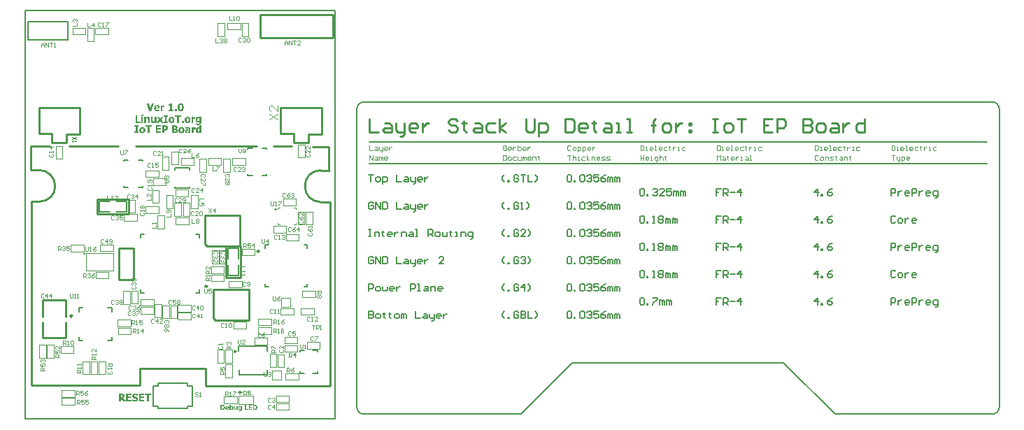
<source format=gto>
%FSLAX25Y25*%
%MOIN*%
G70*
G01*
G75*
G04 Layer_Color=65535*
%ADD10C,0.01244*%
%ADD11C,0.01772*%
%ADD12C,0.00787*%
%ADD13C,0.01000*%
%ADD14C,0.01575*%
%ADD15R,0.01969X0.01969*%
%ADD16R,0.01969X0.01969*%
%ADD17R,0.19291X0.19291*%
%ADD18O,0.00984X0.02756*%
%ADD19O,0.02756X0.00984*%
%ADD20R,0.04134X0.04134*%
%ADD21R,0.04134X0.08858*%
%ADD22R,0.01083X0.00984*%
%ADD23R,0.01083X0.01969*%
%ADD24R,0.03150X0.06693*%
%ADD25R,0.07992X0.05000*%
%ADD26R,0.05512X0.04724*%
%ADD27R,0.12992X0.12992*%
%ADD28O,0.00984X0.03150*%
%ADD29O,0.03150X0.00984*%
%ADD30R,0.03937X0.01575*%
%ADD31R,0.03150X0.03543*%
%ADD32R,0.03543X0.03150*%
%ADD33C,0.00787*%
%ADD34R,0.02362X0.01969*%
%ADD35C,0.05906*%
%ADD36O,0.02559X0.00984*%
%ADD37O,0.00984X0.02559*%
%ADD38R,0.11024X0.11024*%
%ADD39R,0.03543X0.06299*%
%ADD40R,0.04921X0.07874*%
%ADD41R,0.05118X0.06693*%
%ADD42O,0.02559X0.00787*%
%ADD43O,0.00787X0.02559*%
%ADD44R,0.03307X0.04803*%
%ADD45R,0.01740X0.01378*%
%ADD46R,0.01772X0.00984*%
%ADD47R,0.02756X0.06299*%
%ADD48C,0.01264*%
%ADD49C,0.01969*%
%ADD50C,0.00866*%
%ADD51C,0.00709*%
%ADD52C,0.00800*%
%ADD53C,0.00591*%
%ADD54C,0.00669*%
%ADD55C,0.00984*%
%ADD56C,0.01181*%
%ADD57C,0.01378*%
%ADD58C,0.01410*%
%ADD59R,0.01953X0.01969*%
%ADD60R,0.02953X0.01969*%
%ADD61R,0.05906X0.04134*%
%ADD62R,0.04423X0.05873*%
%ADD63R,0.09700X0.03900*%
%ADD64R,0.06400X0.04800*%
%ADD65R,0.02400X0.02800*%
%ADD66R,0.02800X0.02400*%
%ADD67R,0.02500X0.02800*%
%ADD68R,0.15900X0.01100*%
%ADD69R,0.02589X0.09647*%
%ADD70R,0.01975X0.09510*%
%ADD71R,0.05649X0.04800*%
%ADD72R,0.18046X0.01322*%
%ADD73R,0.18000X0.02233*%
%ADD74R,0.01364X0.08514*%
%ADD75R,0.01331X0.08465*%
%ADD76R,0.22123X0.02927*%
%ADD77R,0.09823X0.14573*%
%ADD78R,0.08600X0.05500*%
%ADD79R,0.08100X0.05600*%
%ADD80R,0.03700X0.03400*%
%ADD81R,0.06197X0.04400*%
%ADD82R,0.22700X0.03200*%
%ADD83R,0.08421X0.04909*%
%ADD84R,0.01422X0.05191*%
%ADD85R,0.01545X0.00445*%
%ADD86R,0.01558X0.02675*%
%ADD87R,0.04000X0.02020*%
%ADD88C,0.02165*%
%ADD89C,0.01969*%
%ADD90C,0.01575*%
%ADD91C,0.01772*%
%ADD92C,0.11811*%
%ADD93C,0.03543*%
%ADD94C,0.02598*%
%ADD95C,0.02756*%
%ADD96C,0.02559*%
%ADD97C,0.02362*%
%ADD98C,0.02756*%
%ADD99C,0.03937*%
%ADD100R,0.04724X0.05315*%
%ADD101R,0.03937X0.01378*%
%ADD102R,0.03937X0.05709*%
%ADD103R,0.05000X0.07992*%
%ADD104R,0.09843X0.06890*%
%ADD105R,0.00906X0.03150*%
%ADD106R,0.06299X0.09843*%
%ADD107R,0.04724X0.19685*%
%ADD108R,0.06299X0.11811*%
%ADD109O,0.00591X0.01969*%
%ADD110O,0.02953X0.00984*%
%ADD111O,0.00984X0.02953*%
%ADD112R,0.07087X0.07480*%
%ADD113R,0.09055X0.07480*%
%ADD114R,0.01575X0.05512*%
%ADD115C,0.00394*%
%ADD116C,0.00276*%
%ADD117C,0.00291*%
G36*
X62492Y141200D02*
X61644D01*
Y141498D01*
X61632Y141492D01*
X61608Y141469D01*
X61562Y141434D01*
X61509Y141393D01*
X61445Y141346D01*
X61374Y141299D01*
X61304Y141259D01*
X61234Y141218D01*
X61228Y141212D01*
X61205Y141206D01*
X61164Y141188D01*
X61111Y141171D01*
X61047Y141153D01*
X60971Y141141D01*
X60889Y141130D01*
X60795Y141124D01*
X60754D01*
X60731Y141130D01*
X60696D01*
X60655Y141136D01*
X60567Y141153D01*
X60462Y141188D01*
X60357Y141229D01*
X60257Y141294D01*
X60210Y141329D01*
X60163Y141376D01*
Y141381D01*
X60152Y141387D01*
X60146Y141405D01*
X60128Y141422D01*
X60111Y141452D01*
X60093Y141487D01*
X60076Y141522D01*
X60052Y141569D01*
X60029Y141621D01*
X60011Y141680D01*
X59994Y141738D01*
X59976Y141808D01*
X59965Y141884D01*
X59953Y141966D01*
X59941Y142054D01*
Y142148D01*
Y143920D01*
X60789D01*
Y142569D01*
Y142557D01*
Y142534D01*
Y142493D01*
Y142446D01*
Y142393D01*
Y142335D01*
X60795Y142276D01*
Y142224D01*
Y142218D01*
Y142200D01*
X60801Y142177D01*
X60807Y142148D01*
X60825Y142078D01*
X60848Y142001D01*
Y141996D01*
X60854Y141990D01*
X60877Y141955D01*
X60918Y141908D01*
X60971Y141873D01*
X60977D01*
X60988Y141867D01*
X61006Y141861D01*
X61029Y141855D01*
X61064Y141843D01*
X61099Y141838D01*
X61146Y141832D01*
X61234D01*
X61257Y141838D01*
X61328Y141849D01*
X61410Y141873D01*
X61415D01*
X61433Y141879D01*
X61456Y141890D01*
X61486Y141902D01*
X61562Y141937D01*
X61644Y141990D01*
Y143920D01*
X62492D01*
Y141200D01*
D02*
G37*
G36*
X64820Y142581D02*
X65826Y141200D01*
X64832D01*
X64311Y141978D01*
X63773Y141200D01*
X62802D01*
X63808Y142557D01*
X62819Y143920D01*
X63808D01*
X64323Y143154D01*
X64838Y143920D01*
X65815D01*
X64820Y142581D01*
D02*
G37*
G36*
X80972Y143926D02*
X81036D01*
X81071Y143920D01*
Y143119D01*
X80995D01*
X80989Y143125D01*
X80960Y143131D01*
X80919Y143136D01*
X80855Y143142D01*
X80837D01*
X80820Y143148D01*
X80796D01*
X80732Y143154D01*
X80603D01*
X80568Y143148D01*
X80527Y143142D01*
X80481Y143136D01*
X80369Y143113D01*
X80364D01*
X80346Y143107D01*
X80317Y143095D01*
X80282Y143084D01*
X80235Y143072D01*
X80188Y143054D01*
X80089Y143019D01*
Y141200D01*
X79240D01*
Y143920D01*
X80089D01*
Y143528D01*
X80100Y143540D01*
X80129Y143563D01*
X80176Y143610D01*
X80247Y143663D01*
X80252Y143669D01*
X80264Y143675D01*
X80282Y143692D01*
X80311Y143710D01*
X80369Y143751D01*
X80434Y143792D01*
X80440D01*
X80451Y143803D01*
X80469Y143815D01*
X80498Y143827D01*
X80563Y143856D01*
X80650Y143891D01*
X80656D01*
X80674Y143897D01*
X80697Y143903D01*
X80726Y143914D01*
X80802Y143926D01*
X80884Y143932D01*
X80937D01*
X80972Y143926D01*
D02*
G37*
G36*
X67991Y144178D02*
X67470D01*
Y141832D01*
X67991D01*
Y141200D01*
X66043D01*
Y141832D01*
X66563D01*
Y144178D01*
X66043D01*
Y144809D01*
X67991D01*
Y144178D01*
D02*
G37*
G36*
X74309Y144131D02*
X73244D01*
Y141200D01*
X72337D01*
Y144131D01*
X71273D01*
Y144809D01*
X74309D01*
Y144131D01*
D02*
G37*
G36*
X75514Y141200D02*
X74654D01*
Y142154D01*
X75514D01*
Y141200D01*
D02*
G37*
G36*
X58543Y143996D02*
X58578D01*
X58619Y143991D01*
X58707Y143967D01*
X58812Y143938D01*
X58917Y143891D01*
X59017Y143821D01*
X59070Y143780D01*
X59110Y143733D01*
X59122Y143721D01*
X59134Y143704D01*
X59146Y143686D01*
X59163Y143657D01*
X59181Y143622D01*
X59198Y143587D01*
X59222Y143540D01*
X59263Y143435D01*
X59298Y143300D01*
X59321Y143148D01*
X59333Y142973D01*
Y141200D01*
X58485D01*
Y142551D01*
Y142557D01*
Y142581D01*
Y142610D01*
Y142657D01*
X58479Y142703D01*
Y142756D01*
X58467Y142879D01*
Y142885D01*
Y142908D01*
X58461Y142937D01*
X58455Y142973D01*
X58444Y143049D01*
X58432Y143090D01*
X58420Y143119D01*
Y143125D01*
X58414Y143136D01*
X58385Y143172D01*
X58344Y143212D01*
X58292Y143253D01*
X58286D01*
X58274Y143259D01*
X58256Y143265D01*
X58233Y143277D01*
X58204Y143283D01*
X58163Y143288D01*
X58122Y143294D01*
X58028D01*
X58005Y143288D01*
X57935Y143277D01*
X57853Y143253D01*
X57847D01*
X57835Y143247D01*
X57812Y143236D01*
X57788Y143224D01*
X57712Y143183D01*
X57630Y143131D01*
Y141200D01*
X56782D01*
Y143920D01*
X57630D01*
Y143622D01*
X57642Y143628D01*
X57665Y143651D01*
X57706Y143680D01*
X57759Y143721D01*
X57818Y143768D01*
X57888Y143815D01*
X57958Y143856D01*
X58034Y143897D01*
X58046Y143903D01*
X58069Y143914D01*
X58110Y143932D01*
X58163Y143949D01*
X58227Y143967D01*
X58303Y143985D01*
X58385Y143996D01*
X58473Y144002D01*
X58514D01*
X58543Y143996D01*
D02*
G37*
G36*
X54048Y139278D02*
X53527D01*
Y136932D01*
X54048D01*
Y136300D01*
X52100D01*
Y136932D01*
X52621D01*
Y139278D01*
X52100D01*
Y139909D01*
X54048D01*
Y139278D01*
D02*
G37*
G36*
X60366Y139231D02*
X59301D01*
Y136300D01*
X58395D01*
Y139231D01*
X57330D01*
Y139909D01*
X60366D01*
Y139231D01*
D02*
G37*
G36*
X64631D02*
X63098D01*
Y138587D01*
X64508D01*
Y137909D01*
X63098D01*
Y136979D01*
X64631D01*
Y136300D01*
X62191D01*
Y139909D01*
X64631D01*
Y139231D01*
D02*
G37*
G36*
X56162Y144306D02*
X55267D01*
Y144967D01*
X56162D01*
Y144306D01*
D02*
G37*
G36*
X55908Y139096D02*
X55961Y139091D01*
X56025Y139085D01*
X56101Y139073D01*
X56177Y139055D01*
X56341Y139008D01*
X56429Y138979D01*
X56517Y138938D01*
X56599Y138897D01*
X56681Y138845D01*
X56762Y138786D01*
X56833Y138716D01*
X56839Y138710D01*
X56850Y138698D01*
X56868Y138675D01*
X56891Y138646D01*
X56920Y138605D01*
X56950Y138558D01*
X56985Y138505D01*
X57020Y138441D01*
X57049Y138365D01*
X57084Y138289D01*
X57113Y138201D01*
X57143Y138108D01*
X57166Y138002D01*
X57184Y137897D01*
X57195Y137780D01*
X57201Y137657D01*
Y137651D01*
Y137628D01*
Y137593D01*
X57195Y137546D01*
X57190Y137488D01*
X57184Y137423D01*
X57172Y137353D01*
X57154Y137271D01*
X57113Y137101D01*
X57084Y137014D01*
X57043Y136926D01*
X57002Y136838D01*
X56955Y136756D01*
X56897Y136674D01*
X56833Y136598D01*
X56827Y136592D01*
X56815Y136581D01*
X56792Y136563D01*
X56762Y136540D01*
X56727Y136511D01*
X56681Y136476D01*
X56628Y136446D01*
X56564Y136411D01*
X56493Y136370D01*
X56417Y136341D01*
X56335Y136306D01*
X56242Y136277D01*
X56142Y136253D01*
X56031Y136236D01*
X55920Y136224D01*
X55797Y136218D01*
X55733D01*
X55686Y136224D01*
X55633Y136230D01*
X55569Y136236D01*
X55493Y136247D01*
X55417Y136265D01*
X55253Y136312D01*
X55165Y136341D01*
X55078Y136376D01*
X54996Y136423D01*
X54914Y136476D01*
X54832Y136534D01*
X54762Y136598D01*
X54756Y136604D01*
X54744Y136616D01*
X54727Y136639D01*
X54703Y136669D01*
X54680Y136709D01*
X54645Y136756D01*
X54615Y136815D01*
X54580Y136873D01*
X54545Y136949D01*
X54516Y137025D01*
X54481Y137113D01*
X54458Y137207D01*
X54434Y137312D01*
X54417Y137417D01*
X54405Y137534D01*
X54399Y137657D01*
Y137663D01*
Y137686D01*
Y137722D01*
X54405Y137768D01*
X54411Y137827D01*
X54417Y137891D01*
X54428Y137967D01*
X54446Y138043D01*
X54487Y138213D01*
X54516Y138301D01*
X54551Y138388D01*
X54592Y138476D01*
X54645Y138564D01*
X54697Y138640D01*
X54762Y138716D01*
X54768Y138722D01*
X54779Y138734D01*
X54803Y138751D01*
X54832Y138775D01*
X54867Y138804D01*
X54914Y138839D01*
X54966Y138874D01*
X55031Y138909D01*
X55101Y138944D01*
X55177Y138979D01*
X55259Y139014D01*
X55353Y139044D01*
X55452Y139067D01*
X55563Y139085D01*
X55674Y139096D01*
X55797Y139102D01*
X55862D01*
X55908Y139096D01*
D02*
G37*
G36*
X74622D02*
X74675Y139091D01*
X74739Y139085D01*
X74815Y139073D01*
X74892Y139055D01*
X75055Y139008D01*
X75143Y138979D01*
X75231Y138938D01*
X75313Y138897D01*
X75395Y138845D01*
X75477Y138786D01*
X75547Y138716D01*
X75553Y138710D01*
X75564Y138698D01*
X75582Y138675D01*
X75605Y138646D01*
X75635Y138605D01*
X75664Y138558D01*
X75699Y138505D01*
X75734Y138441D01*
X75763Y138365D01*
X75798Y138289D01*
X75828Y138201D01*
X75857Y138108D01*
X75880Y138002D01*
X75898Y137897D01*
X75910Y137780D01*
X75915Y137657D01*
Y137651D01*
Y137628D01*
Y137593D01*
X75910Y137546D01*
X75904Y137488D01*
X75898Y137423D01*
X75886Y137353D01*
X75869Y137271D01*
X75828Y137101D01*
X75798Y137014D01*
X75757Y136926D01*
X75716Y136838D01*
X75670Y136756D01*
X75611Y136674D01*
X75547Y136598D01*
X75541Y136592D01*
X75529Y136581D01*
X75506Y136563D01*
X75477Y136540D01*
X75441Y136511D01*
X75395Y136476D01*
X75342Y136446D01*
X75278Y136411D01*
X75208Y136370D01*
X75131Y136341D01*
X75050Y136306D01*
X74956Y136277D01*
X74857Y136253D01*
X74745Y136236D01*
X74634Y136224D01*
X74511Y136218D01*
X74447D01*
X74400Y136224D01*
X74348Y136230D01*
X74283Y136236D01*
X74207Y136247D01*
X74131Y136265D01*
X73967Y136312D01*
X73879Y136341D01*
X73792Y136376D01*
X73710Y136423D01*
X73628Y136476D01*
X73546Y136534D01*
X73476Y136598D01*
X73470Y136604D01*
X73458Y136616D01*
X73441Y136639D01*
X73417Y136669D01*
X73394Y136709D01*
X73359Y136756D01*
X73330Y136815D01*
X73295Y136873D01*
X73260Y136949D01*
X73230Y137025D01*
X73195Y137113D01*
X73172Y137207D01*
X73148Y137312D01*
X73131Y137417D01*
X73119Y137534D01*
X73113Y137657D01*
Y137663D01*
Y137686D01*
Y137722D01*
X73119Y137768D01*
X73125Y137827D01*
X73131Y137891D01*
X73142Y137967D01*
X73160Y138043D01*
X73201Y138213D01*
X73230Y138301D01*
X73265Y138388D01*
X73306Y138476D01*
X73359Y138564D01*
X73412Y138640D01*
X73476Y138716D01*
X73482Y138722D01*
X73493Y138734D01*
X73517Y138751D01*
X73546Y138775D01*
X73581Y138804D01*
X73628Y138839D01*
X73681Y138874D01*
X73745Y138909D01*
X73815Y138944D01*
X73891Y138979D01*
X73973Y139014D01*
X74067Y139044D01*
X74166Y139067D01*
X74277Y139085D01*
X74388Y139096D01*
X74511Y139102D01*
X74576D01*
X74622Y139096D01*
D02*
G37*
G36*
X93983Y6665D02*
X94056Y6662D01*
X94133Y6654D01*
X94214Y6646D01*
X94298Y6635D01*
X94310D01*
X94321Y6631D01*
X94336Y6627D01*
X94379Y6619D01*
X94432Y6604D01*
X94494Y6585D01*
X94563Y6558D01*
X94632Y6523D01*
X94705Y6481D01*
X94709D01*
X94717Y6473D01*
X94728Y6466D01*
X94744Y6454D01*
X94786Y6420D01*
X94840Y6374D01*
X94897Y6316D01*
X94959Y6247D01*
X95020Y6166D01*
X95074Y6078D01*
Y6074D01*
X95081Y6066D01*
X95085Y6051D01*
X95097Y6032D01*
X95104Y6009D01*
X95116Y5978D01*
X95131Y5947D01*
X95143Y5909D01*
X95154Y5867D01*
X95170Y5821D01*
X95189Y5717D01*
X95204Y5606D01*
X95212Y5479D01*
Y5475D01*
Y5463D01*
Y5448D01*
X95208Y5425D01*
Y5394D01*
X95204Y5360D01*
X95201Y5321D01*
X95193Y5283D01*
X95177Y5191D01*
X95151Y5091D01*
X95116Y4987D01*
X95066Y4888D01*
Y4884D01*
X95058Y4876D01*
X95051Y4865D01*
X95039Y4845D01*
X95024Y4822D01*
X95008Y4799D01*
X94966Y4738D01*
X94912Y4676D01*
X94851Y4607D01*
X94778Y4542D01*
X94701Y4484D01*
X94697D01*
X94694Y4481D01*
X94682Y4473D01*
X94671Y4465D01*
X94632Y4446D01*
X94582Y4419D01*
X94521Y4396D01*
X94452Y4369D01*
X94379Y4346D01*
X94298Y4331D01*
X94290D01*
X94275Y4327D01*
X94260D01*
X94240Y4323D01*
X94217D01*
X94160Y4315D01*
X94091Y4312D01*
X94014Y4304D01*
X93929Y4300D01*
X93100D01*
Y6669D01*
X93922D01*
X93983Y6665D01*
D02*
G37*
G36*
X105242Y4745D02*
X106225D01*
Y4300D01*
X104647D01*
Y6669D01*
X105242D01*
Y4745D01*
D02*
G37*
G36*
X108111Y6224D02*
X107105D01*
Y5801D01*
X108030D01*
Y5356D01*
X107105D01*
Y4745D01*
X108111D01*
Y4300D01*
X106509D01*
Y6669D01*
X108111D01*
Y6224D01*
D02*
G37*
G36*
X102316Y6135D02*
X102351Y6132D01*
X102393Y6124D01*
X102477Y6101D01*
X102481D01*
X102497Y6093D01*
X102516Y6086D01*
X102543Y6074D01*
X102573Y6063D01*
X102608Y6043D01*
X102677Y6005D01*
X102696Y6086D01*
X103238D01*
Y4500D01*
Y4496D01*
Y4488D01*
Y4477D01*
Y4457D01*
X103234Y4438D01*
Y4415D01*
X103230Y4358D01*
X103218Y4292D01*
X103207Y4223D01*
X103188Y4154D01*
X103165Y4085D01*
X103161Y4077D01*
X103153Y4054D01*
X103134Y4024D01*
X103115Y3985D01*
X103084Y3939D01*
X103053Y3897D01*
X103011Y3851D01*
X102969Y3812D01*
X102965Y3808D01*
X102946Y3797D01*
X102919Y3778D01*
X102884Y3759D01*
X102838Y3735D01*
X102788Y3709D01*
X102731Y3689D01*
X102669Y3670D01*
X102662D01*
X102639Y3663D01*
X102604Y3655D01*
X102558Y3647D01*
X102500Y3639D01*
X102431Y3632D01*
X102358Y3628D01*
X102281Y3624D01*
X102216D01*
X102174Y3628D01*
X102120D01*
X102066Y3636D01*
X101944Y3647D01*
X101936D01*
X101917Y3651D01*
X101886Y3655D01*
X101848Y3663D01*
X101805Y3670D01*
X101759Y3678D01*
X101713Y3689D01*
X101667Y3701D01*
Y4146D01*
X101732D01*
X101740Y4143D01*
X101759Y4139D01*
X101790Y4127D01*
X101828Y4116D01*
X101832D01*
X101840Y4112D01*
X101851Y4108D01*
X101863Y4104D01*
X101901Y4093D01*
X101944Y4081D01*
X101947D01*
X101955Y4077D01*
X101970Y4073D01*
X101986Y4070D01*
X102028Y4062D01*
X102078Y4050D01*
X102089D01*
X102101Y4047D01*
X102120D01*
X102162Y4043D01*
X102212Y4039D01*
X102262D01*
X102297Y4043D01*
X102331Y4047D01*
X102374Y4050D01*
X102412Y4058D01*
X102450Y4070D01*
X102454D01*
X102466Y4077D01*
X102485Y4081D01*
X102504Y4093D01*
X102550Y4120D01*
X102573Y4135D01*
X102593Y4154D01*
X102596Y4158D01*
X102600Y4166D01*
X102608Y4177D01*
X102619Y4192D01*
X102642Y4235D01*
X102662Y4289D01*
Y4292D01*
X102665Y4300D01*
X102669Y4319D01*
X102673Y4338D01*
Y4365D01*
X102677Y4396D01*
X102681Y4434D01*
Y4473D01*
Y4507D01*
X102677Y4504D01*
X102665Y4496D01*
X102642Y4481D01*
X102619Y4461D01*
X102585Y4442D01*
X102546Y4419D01*
X102508Y4396D01*
X102462Y4377D01*
X102458Y4373D01*
X102443Y4369D01*
X102416Y4361D01*
X102385Y4354D01*
X102347Y4342D01*
X102304Y4335D01*
X102258Y4331D01*
X102208Y4327D01*
X102174D01*
X102151Y4331D01*
X102120Y4335D01*
X102089Y4338D01*
X102009Y4354D01*
X101924Y4381D01*
X101878Y4400D01*
X101836Y4423D01*
X101790Y4446D01*
X101748Y4477D01*
X101709Y4511D01*
X101671Y4550D01*
X101667Y4553D01*
X101663Y4561D01*
X101655Y4573D01*
X101640Y4592D01*
X101629Y4615D01*
X101613Y4646D01*
X101594Y4680D01*
X101579Y4722D01*
X101559Y4769D01*
X101544Y4818D01*
X101525Y4876D01*
X101513Y4937D01*
X101502Y5003D01*
X101490Y5080D01*
X101487Y5156D01*
X101483Y5241D01*
Y5245D01*
Y5249D01*
Y5260D01*
Y5275D01*
X101487Y5314D01*
X101490Y5364D01*
X101498Y5421D01*
X101506Y5487D01*
X101521Y5552D01*
X101540Y5613D01*
Y5617D01*
X101544Y5621D01*
X101552Y5640D01*
X101563Y5675D01*
X101583Y5713D01*
X101606Y5759D01*
X101632Y5805D01*
X101663Y5855D01*
X101702Y5901D01*
X101705Y5905D01*
X101721Y5920D01*
X101740Y5940D01*
X101771Y5967D01*
X101805Y5993D01*
X101844Y6024D01*
X101890Y6051D01*
X101940Y6078D01*
X101947Y6082D01*
X101963Y6089D01*
X101993Y6097D01*
X102028Y6109D01*
X102074Y6120D01*
X102124Y6132D01*
X102178Y6135D01*
X102232Y6139D01*
X102281D01*
X102316Y6135D01*
D02*
G37*
G36*
X96425D02*
X96456Y6132D01*
X96498Y6128D01*
X96541Y6120D01*
X96587Y6112D01*
X96687Y6086D01*
X96740Y6066D01*
X96790Y6047D01*
X96840Y6020D01*
X96890Y5990D01*
X96932Y5955D01*
X96975Y5917D01*
X96978Y5913D01*
X96982Y5905D01*
X96994Y5894D01*
X97005Y5874D01*
X97025Y5855D01*
X97040Y5824D01*
X97059Y5794D01*
X97078Y5755D01*
X97097Y5713D01*
X97117Y5667D01*
X97136Y5613D01*
X97151Y5559D01*
X97163Y5498D01*
X97174Y5433D01*
X97178Y5364D01*
X97182Y5287D01*
Y5087D01*
X95961D01*
Y5083D01*
X95965Y5068D01*
Y5041D01*
X95969Y5014D01*
X95976Y4980D01*
X95984Y4945D01*
X95995Y4911D01*
X96011Y4876D01*
X96015Y4872D01*
X96018Y4861D01*
X96030Y4845D01*
X96041Y4830D01*
X96080Y4784D01*
X96130Y4745D01*
X96134Y4742D01*
X96141Y4738D01*
X96157Y4730D01*
X96180Y4719D01*
X96203Y4707D01*
X96230Y4696D01*
X96295Y4673D01*
X96299D01*
X96310Y4669D01*
X96333Y4665D01*
X96356D01*
X96387Y4661D01*
X96425Y4657D01*
X96506Y4653D01*
X96541D01*
X96567Y4657D01*
X96594D01*
X96625Y4661D01*
X96694Y4673D01*
X96698D01*
X96710Y4676D01*
X96729Y4680D01*
X96752Y4688D01*
X96809Y4707D01*
X96867Y4730D01*
X96871D01*
X96879Y4734D01*
X96894Y4742D01*
X96909Y4749D01*
X96952Y4772D01*
X96994Y4795D01*
X96998D01*
X97005Y4803D01*
X97028Y4818D01*
X97059Y4838D01*
X97090Y4861D01*
X97151D01*
Y4400D01*
X97147D01*
X97140Y4396D01*
X97128Y4392D01*
X97109Y4385D01*
X97071Y4369D01*
X97025Y4350D01*
X97021D01*
X97013Y4346D01*
X97001Y4342D01*
X96982Y4335D01*
X96963Y4327D01*
X96936Y4319D01*
X96905Y4312D01*
X96871Y4304D01*
X96867D01*
X96855Y4300D01*
X96836Y4296D01*
X96813Y4292D01*
X96786Y4289D01*
X96752Y4281D01*
X96683Y4269D01*
X96679D01*
X96667Y4265D01*
X96644D01*
X96617Y4262D01*
X96583Y4258D01*
X96544D01*
X96498Y4254D01*
X96399D01*
X96364Y4258D01*
X96322Y4262D01*
X96276Y4265D01*
X96218Y4273D01*
X96161Y4285D01*
X96038Y4312D01*
X95972Y4331D01*
X95907Y4354D01*
X95846Y4381D01*
X95784Y4415D01*
X95727Y4450D01*
X95673Y4492D01*
X95669Y4496D01*
X95661Y4504D01*
X95650Y4519D01*
X95631Y4538D01*
X95611Y4561D01*
X95588Y4592D01*
X95565Y4626D01*
X95538Y4669D01*
X95515Y4715D01*
X95489Y4765D01*
X95465Y4822D01*
X95446Y4884D01*
X95427Y4949D01*
X95416Y5022D01*
X95408Y5099D01*
X95404Y5179D01*
Y5183D01*
Y5199D01*
Y5222D01*
X95408Y5252D01*
X95412Y5291D01*
X95416Y5333D01*
X95423Y5379D01*
X95435Y5433D01*
X95465Y5544D01*
X95485Y5602D01*
X95508Y5659D01*
X95538Y5717D01*
X95573Y5775D01*
X95611Y5828D01*
X95654Y5878D01*
X95657Y5882D01*
X95665Y5890D01*
X95680Y5901D01*
X95700Y5920D01*
X95727Y5940D01*
X95757Y5963D01*
X95792Y5986D01*
X95834Y6009D01*
X95884Y6032D01*
X95934Y6059D01*
X95991Y6078D01*
X96057Y6097D01*
X96122Y6116D01*
X96195Y6128D01*
X96276Y6135D01*
X96356Y6139D01*
X96395D01*
X96425Y6135D01*
D02*
G37*
G36*
X98023Y5901D02*
X98027Y5905D01*
X98042Y5920D01*
X98069Y5940D01*
X98100Y5963D01*
X98134Y5990D01*
X98176Y6020D01*
X98223Y6047D01*
X98269Y6074D01*
X98276Y6078D01*
X98292Y6086D01*
X98319Y6093D01*
X98357Y6109D01*
X98399Y6120D01*
X98449Y6128D01*
X98507Y6135D01*
X98568Y6139D01*
X98599D01*
X98618Y6135D01*
X98645Y6132D01*
X98676Y6128D01*
X98745Y6109D01*
X98822Y6078D01*
X98864Y6059D01*
X98902Y6036D01*
X98941Y6009D01*
X98979Y5974D01*
X99014Y5936D01*
X99048Y5894D01*
X99052Y5890D01*
X99056Y5882D01*
X99063Y5867D01*
X99075Y5847D01*
X99087Y5824D01*
X99102Y5794D01*
X99117Y5759D01*
X99137Y5717D01*
X99152Y5675D01*
X99167Y5621D01*
X99183Y5567D01*
X99194Y5506D01*
X99206Y5441D01*
X99213Y5371D01*
X99221Y5298D01*
Y5218D01*
Y5214D01*
Y5199D01*
Y5175D01*
X99217Y5149D01*
X99213Y5110D01*
X99209Y5068D01*
X99202Y5022D01*
X99194Y4972D01*
X99167Y4861D01*
X99152Y4803D01*
X99129Y4745D01*
X99102Y4688D01*
X99075Y4634D01*
X99041Y4577D01*
X99002Y4527D01*
X98998Y4523D01*
X98991Y4515D01*
X98979Y4504D01*
X98964Y4484D01*
X98941Y4465D01*
X98918Y4446D01*
X98887Y4419D01*
X98856Y4396D01*
X98776Y4350D01*
X98683Y4308D01*
X98633Y4289D01*
X98580Y4277D01*
X98522Y4269D01*
X98465Y4265D01*
X98418D01*
X98384Y4269D01*
X98349Y4273D01*
X98311Y4277D01*
X98230Y4296D01*
X98226D01*
X98215Y4300D01*
X98196Y4308D01*
X98169Y4319D01*
X98138Y4331D01*
X98103Y4346D01*
X98023Y4388D01*
X97996Y4300D01*
X97466D01*
Y6773D01*
X98023D01*
Y5901D01*
D02*
G37*
G36*
X109397Y6665D02*
X109470Y6662D01*
X109547Y6654D01*
X109627Y6646D01*
X109712Y6635D01*
X109723D01*
X109735Y6631D01*
X109750Y6627D01*
X109792Y6619D01*
X109846Y6604D01*
X109908Y6585D01*
X109977Y6558D01*
X110046Y6523D01*
X110119Y6481D01*
X110123D01*
X110130Y6473D01*
X110142Y6466D01*
X110157Y6454D01*
X110199Y6420D01*
X110253Y6374D01*
X110311Y6316D01*
X110372Y6247D01*
X110434Y6166D01*
X110487Y6078D01*
Y6074D01*
X110495Y6066D01*
X110499Y6051D01*
X110511Y6032D01*
X110518Y6009D01*
X110530Y5978D01*
X110545Y5947D01*
X110557Y5909D01*
X110568Y5867D01*
X110583Y5821D01*
X110603Y5717D01*
X110618Y5606D01*
X110626Y5479D01*
Y5475D01*
Y5463D01*
Y5448D01*
X110622Y5425D01*
Y5394D01*
X110618Y5360D01*
X110614Y5321D01*
X110607Y5283D01*
X110591Y5191D01*
X110564Y5091D01*
X110530Y4987D01*
X110480Y4888D01*
Y4884D01*
X110472Y4876D01*
X110465Y4865D01*
X110453Y4845D01*
X110438Y4822D01*
X110422Y4799D01*
X110380Y4738D01*
X110326Y4676D01*
X110265Y4607D01*
X110192Y4542D01*
X110115Y4484D01*
X110111D01*
X110107Y4481D01*
X110096Y4473D01*
X110084Y4465D01*
X110046Y4446D01*
X109996Y4419D01*
X109935Y4396D01*
X109865Y4369D01*
X109792Y4346D01*
X109712Y4331D01*
X109704D01*
X109689Y4327D01*
X109673D01*
X109654Y4323D01*
X109631D01*
X109574Y4315D01*
X109504Y4312D01*
X109428Y4304D01*
X109343Y4300D01*
X108514D01*
Y6669D01*
X109335D01*
X109397Y6665D01*
D02*
G37*
G36*
X77497Y143996D02*
X77550Y143991D01*
X77614Y143985D01*
X77690Y143973D01*
X77766Y143955D01*
X77930Y143909D01*
X78018Y143879D01*
X78105Y143838D01*
X78187Y143797D01*
X78269Y143745D01*
X78351Y143686D01*
X78421Y143616D01*
X78427Y143610D01*
X78439Y143598D01*
X78456Y143575D01*
X78480Y143546D01*
X78509Y143505D01*
X78538Y143458D01*
X78574Y143405D01*
X78609Y143341D01*
X78638Y143265D01*
X78673Y143189D01*
X78702Y143101D01*
X78731Y143008D01*
X78755Y142902D01*
X78772Y142797D01*
X78784Y142680D01*
X78790Y142557D01*
Y142551D01*
Y142528D01*
Y142493D01*
X78784Y142446D01*
X78778Y142388D01*
X78772Y142323D01*
X78761Y142253D01*
X78743Y142171D01*
X78702Y142001D01*
X78673Y141914D01*
X78632Y141826D01*
X78591Y141738D01*
X78544Y141656D01*
X78486Y141574D01*
X78421Y141498D01*
X78416Y141492D01*
X78404Y141481D01*
X78380Y141463D01*
X78351Y141440D01*
X78316Y141411D01*
X78269Y141376D01*
X78217Y141346D01*
X78152Y141311D01*
X78082Y141270D01*
X78006Y141241D01*
X77924Y141206D01*
X77830Y141177D01*
X77731Y141153D01*
X77620Y141136D01*
X77509Y141124D01*
X77386Y141118D01*
X77322D01*
X77275Y141124D01*
X77222Y141130D01*
X77158Y141136D01*
X77082Y141147D01*
X77006Y141165D01*
X76842Y141212D01*
X76754Y141241D01*
X76666Y141276D01*
X76585Y141323D01*
X76503Y141376D01*
X76421Y141434D01*
X76350Y141498D01*
X76345Y141504D01*
X76333Y141516D01*
X76315Y141539D01*
X76292Y141569D01*
X76269Y141610D01*
X76234Y141656D01*
X76204Y141715D01*
X76169Y141773D01*
X76134Y141849D01*
X76105Y141925D01*
X76070Y142013D01*
X76046Y142107D01*
X76023Y142212D01*
X76005Y142317D01*
X75994Y142434D01*
X75988Y142557D01*
Y142563D01*
Y142586D01*
Y142622D01*
X75994Y142668D01*
X75999Y142727D01*
X76005Y142791D01*
X76017Y142867D01*
X76035Y142943D01*
X76076Y143113D01*
X76105Y143201D01*
X76140Y143288D01*
X76181Y143376D01*
X76234Y143464D01*
X76286Y143540D01*
X76350Y143616D01*
X76356Y143622D01*
X76368Y143634D01*
X76391Y143651D01*
X76421Y143675D01*
X76456Y143704D01*
X76503Y143739D01*
X76555Y143774D01*
X76620Y143809D01*
X76690Y143844D01*
X76766Y143879D01*
X76848Y143914D01*
X76941Y143944D01*
X77041Y143967D01*
X77152Y143985D01*
X77263Y143996D01*
X77386Y144002D01*
X77450D01*
X77497Y143996D01*
D02*
G37*
G36*
X53407Y141879D02*
X54904D01*
Y141200D01*
X52500D01*
Y144809D01*
X53407D01*
Y141879D01*
D02*
G37*
G36*
X56139Y141200D02*
X55290D01*
Y143920D01*
X56139D01*
Y141200D01*
D02*
G37*
G36*
X101187Y4300D02*
X100630D01*
Y4496D01*
X100623Y4492D01*
X100607Y4477D01*
X100576Y4454D01*
X100542Y4427D01*
X100500Y4396D01*
X100454Y4365D01*
X100408Y4338D01*
X100361Y4312D01*
X100358Y4308D01*
X100342Y4304D01*
X100315Y4292D01*
X100281Y4281D01*
X100239Y4269D01*
X100189Y4262D01*
X100135Y4254D01*
X100073Y4250D01*
X100047D01*
X100031Y4254D01*
X100008D01*
X99981Y4258D01*
X99924Y4269D01*
X99855Y4292D01*
X99785Y4319D01*
X99720Y4361D01*
X99689Y4385D01*
X99659Y4415D01*
Y4419D01*
X99651Y4423D01*
X99647Y4434D01*
X99636Y4446D01*
X99624Y4465D01*
X99613Y4488D01*
X99601Y4511D01*
X99586Y4542D01*
X99570Y4577D01*
X99559Y4615D01*
X99547Y4653D01*
X99536Y4699D01*
X99528Y4749D01*
X99520Y4803D01*
X99513Y4861D01*
Y4922D01*
Y6086D01*
X100070D01*
Y5199D01*
Y5191D01*
Y5175D01*
Y5149D01*
Y5118D01*
Y5083D01*
Y5045D01*
X100073Y5007D01*
Y4972D01*
Y4968D01*
Y4957D01*
X100077Y4941D01*
X100081Y4922D01*
X100093Y4876D01*
X100108Y4826D01*
Y4822D01*
X100112Y4818D01*
X100127Y4795D01*
X100154Y4765D01*
X100189Y4742D01*
X100192D01*
X100200Y4738D01*
X100212Y4734D01*
X100227Y4730D01*
X100250Y4722D01*
X100273Y4719D01*
X100304Y4715D01*
X100361D01*
X100377Y4719D01*
X100423Y4726D01*
X100477Y4742D01*
X100480D01*
X100492Y4745D01*
X100507Y4753D01*
X100527Y4761D01*
X100576Y4784D01*
X100630Y4818D01*
Y6086D01*
X101187D01*
Y4300D01*
D02*
G37*
G36*
X82470Y143996D02*
X82522Y143991D01*
X82586Y143979D01*
X82715Y143944D01*
X82721D01*
X82744Y143932D01*
X82774Y143920D01*
X82815Y143903D01*
X82862Y143885D01*
X82914Y143856D01*
X83019Y143797D01*
X83049Y143920D01*
X83874D01*
Y141504D01*
Y141498D01*
Y141487D01*
Y141469D01*
Y141440D01*
X83868Y141411D01*
Y141376D01*
X83862Y141288D01*
X83844Y141188D01*
X83827Y141083D01*
X83798Y140978D01*
X83762Y140872D01*
X83757Y140861D01*
X83745Y140826D01*
X83716Y140779D01*
X83686Y140720D01*
X83640Y140650D01*
X83593Y140586D01*
X83528Y140516D01*
X83464Y140457D01*
X83458Y140451D01*
X83429Y140434D01*
X83388Y140404D01*
X83335Y140375D01*
X83265Y140340D01*
X83189Y140299D01*
X83101Y140270D01*
X83008Y140241D01*
X82996D01*
X82961Y140229D01*
X82908Y140217D01*
X82838Y140206D01*
X82750Y140194D01*
X82645Y140182D01*
X82534Y140176D01*
X82417Y140170D01*
X82317D01*
X82253Y140176D01*
X82171D01*
X82089Y140188D01*
X81902Y140206D01*
X81890D01*
X81861Y140211D01*
X81814Y140217D01*
X81756Y140229D01*
X81691Y140241D01*
X81621Y140252D01*
X81551Y140270D01*
X81481Y140287D01*
Y140966D01*
X81580D01*
X81592Y140960D01*
X81621Y140954D01*
X81668Y140937D01*
X81727Y140919D01*
X81732D01*
X81744Y140913D01*
X81762Y140908D01*
X81779Y140902D01*
X81838Y140884D01*
X81902Y140867D01*
X81908D01*
X81920Y140861D01*
X81943Y140855D01*
X81966Y140849D01*
X82031Y140837D01*
X82107Y140820D01*
X82124D01*
X82142Y140814D01*
X82171D01*
X82236Y140808D01*
X82312Y140802D01*
X82388D01*
X82440Y140808D01*
X82493Y140814D01*
X82557Y140820D01*
X82616Y140831D01*
X82674Y140849D01*
X82680D01*
X82698Y140861D01*
X82727Y140867D01*
X82756Y140884D01*
X82826Y140925D01*
X82862Y140948D01*
X82891Y140978D01*
X82897Y140983D01*
X82902Y140995D01*
X82914Y141013D01*
X82932Y141036D01*
X82967Y141101D01*
X82996Y141182D01*
Y141188D01*
X83002Y141200D01*
X83008Y141229D01*
X83014Y141259D01*
Y141299D01*
X83019Y141346D01*
X83025Y141405D01*
Y141463D01*
Y141516D01*
X83019Y141510D01*
X83002Y141498D01*
X82967Y141475D01*
X82932Y141446D01*
X82879Y141417D01*
X82821Y141381D01*
X82762Y141346D01*
X82692Y141317D01*
X82686Y141311D01*
X82663Y141305D01*
X82622Y141294D01*
X82575Y141282D01*
X82516Y141264D01*
X82452Y141253D01*
X82382Y141247D01*
X82306Y141241D01*
X82253D01*
X82218Y141247D01*
X82171Y141253D01*
X82124Y141259D01*
X82002Y141282D01*
X81873Y141323D01*
X81803Y141352D01*
X81738Y141387D01*
X81668Y141422D01*
X81604Y141469D01*
X81545Y141522D01*
X81487Y141580D01*
X81481Y141586D01*
X81475Y141598D01*
X81463Y141615D01*
X81440Y141645D01*
X81422Y141680D01*
X81399Y141727D01*
X81370Y141779D01*
X81346Y141843D01*
X81317Y141914D01*
X81294Y141990D01*
X81264Y142078D01*
X81247Y142171D01*
X81229Y142271D01*
X81212Y142388D01*
X81206Y142505D01*
X81200Y142633D01*
Y142639D01*
Y142645D01*
Y142663D01*
Y142686D01*
X81206Y142744D01*
X81212Y142821D01*
X81223Y142908D01*
X81235Y143008D01*
X81259Y143107D01*
X81288Y143201D01*
Y143207D01*
X81294Y143212D01*
X81305Y143242D01*
X81323Y143294D01*
X81352Y143353D01*
X81387Y143423D01*
X81428Y143493D01*
X81475Y143569D01*
X81534Y143640D01*
X81539Y143645D01*
X81563Y143669D01*
X81592Y143698D01*
X81639Y143739D01*
X81691Y143780D01*
X81750Y143827D01*
X81820Y143868D01*
X81896Y143909D01*
X81908Y143914D01*
X81931Y143926D01*
X81978Y143938D01*
X82031Y143955D01*
X82101Y143973D01*
X82177Y143991D01*
X82259Y143996D01*
X82341Y144002D01*
X82417D01*
X82470Y143996D01*
D02*
G37*
G36*
X69851D02*
X69904Y143991D01*
X69968Y143985D01*
X70044Y143973D01*
X70120Y143955D01*
X70284Y143909D01*
X70372Y143879D01*
X70460Y143838D01*
X70541Y143797D01*
X70623Y143745D01*
X70705Y143686D01*
X70775Y143616D01*
X70781Y143610D01*
X70793Y143598D01*
X70811Y143575D01*
X70834Y143546D01*
X70863Y143505D01*
X70892Y143458D01*
X70928Y143405D01*
X70963Y143341D01*
X70992Y143265D01*
X71027Y143189D01*
X71056Y143101D01*
X71086Y143008D01*
X71109Y142902D01*
X71126Y142797D01*
X71138Y142680D01*
X71144Y142557D01*
Y142551D01*
Y142528D01*
Y142493D01*
X71138Y142446D01*
X71132Y142388D01*
X71126Y142323D01*
X71115Y142253D01*
X71097Y142171D01*
X71056Y142001D01*
X71027Y141914D01*
X70986Y141826D01*
X70945Y141738D01*
X70898Y141656D01*
X70840Y141574D01*
X70775Y141498D01*
X70770Y141492D01*
X70758Y141481D01*
X70735Y141463D01*
X70705Y141440D01*
X70670Y141411D01*
X70623Y141376D01*
X70571Y141346D01*
X70506Y141311D01*
X70436Y141270D01*
X70360Y141241D01*
X70278Y141206D01*
X70185Y141177D01*
X70085Y141153D01*
X69974Y141136D01*
X69863Y141124D01*
X69740Y141118D01*
X69676D01*
X69629Y141124D01*
X69576Y141130D01*
X69512Y141136D01*
X69436Y141147D01*
X69360Y141165D01*
X69196Y141212D01*
X69108Y141241D01*
X69020Y141276D01*
X68938Y141323D01*
X68857Y141376D01*
X68775Y141434D01*
X68704Y141498D01*
X68699Y141504D01*
X68687Y141516D01*
X68669Y141539D01*
X68646Y141569D01*
X68623Y141610D01*
X68587Y141656D01*
X68558Y141715D01*
X68523Y141773D01*
X68488Y141849D01*
X68459Y141925D01*
X68424Y142013D01*
X68400Y142107D01*
X68377Y142212D01*
X68359Y142317D01*
X68348Y142434D01*
X68342Y142557D01*
Y142563D01*
Y142586D01*
Y142622D01*
X68348Y142668D01*
X68353Y142727D01*
X68359Y142791D01*
X68371Y142867D01*
X68389Y142943D01*
X68429Y143113D01*
X68459Y143201D01*
X68494Y143288D01*
X68535Y143376D01*
X68587Y143464D01*
X68640Y143540D01*
X68704Y143616D01*
X68710Y143622D01*
X68722Y143634D01*
X68745Y143651D01*
X68775Y143675D01*
X68810Y143704D01*
X68857Y143739D01*
X68909Y143774D01*
X68974Y143809D01*
X69044Y143844D01*
X69120Y143879D01*
X69202Y143914D01*
X69295Y143944D01*
X69395Y143967D01*
X69506Y143985D01*
X69617Y143996D01*
X69740Y144002D01*
X69804D01*
X69851Y143996D01*
D02*
G37*
G36*
X62972Y149596D02*
X63019Y149591D01*
X63083Y149585D01*
X63147Y149573D01*
X63218Y149561D01*
X63370Y149520D01*
X63452Y149491D01*
X63528Y149462D01*
X63604Y149421D01*
X63680Y149374D01*
X63744Y149321D01*
X63809Y149263D01*
X63814Y149257D01*
X63820Y149245D01*
X63838Y149228D01*
X63855Y149198D01*
X63885Y149169D01*
X63908Y149123D01*
X63937Y149076D01*
X63966Y149017D01*
X63996Y148953D01*
X64025Y148883D01*
X64054Y148801D01*
X64078Y148719D01*
X64095Y148625D01*
X64113Y148526D01*
X64119Y148421D01*
X64124Y148303D01*
Y147999D01*
X62264D01*
Y147993D01*
X62270Y147970D01*
Y147929D01*
X62276Y147888D01*
X62287Y147835D01*
X62299Y147783D01*
X62317Y147730D01*
X62340Y147678D01*
X62346Y147672D01*
X62352Y147654D01*
X62369Y147631D01*
X62387Y147607D01*
X62445Y147537D01*
X62521Y147479D01*
X62527Y147473D01*
X62539Y147467D01*
X62563Y147455D01*
X62598Y147438D01*
X62633Y147420D01*
X62674Y147403D01*
X62773Y147368D01*
X62779D01*
X62796Y147362D01*
X62832Y147356D01*
X62867D01*
X62914Y147350D01*
X62972Y147344D01*
X63095Y147338D01*
X63147D01*
X63188Y147344D01*
X63229D01*
X63276Y147350D01*
X63381Y147368D01*
X63387D01*
X63405Y147373D01*
X63434Y147379D01*
X63469Y147391D01*
X63557Y147420D01*
X63645Y147455D01*
X63651D01*
X63662Y147461D01*
X63686Y147473D01*
X63709Y147484D01*
X63773Y147520D01*
X63838Y147555D01*
X63844D01*
X63855Y147566D01*
X63890Y147590D01*
X63937Y147619D01*
X63984Y147654D01*
X64078D01*
Y146952D01*
X64072D01*
X64060Y146946D01*
X64043Y146940D01*
X64013Y146929D01*
X63955Y146905D01*
X63885Y146876D01*
X63879D01*
X63867Y146870D01*
X63850Y146864D01*
X63820Y146853D01*
X63791Y146841D01*
X63750Y146829D01*
X63703Y146818D01*
X63651Y146806D01*
X63645D01*
X63627Y146800D01*
X63598Y146794D01*
X63563Y146788D01*
X63522Y146782D01*
X63469Y146771D01*
X63364Y146753D01*
X63358D01*
X63341Y146747D01*
X63305D01*
X63264Y146741D01*
X63212Y146736D01*
X63153D01*
X63083Y146730D01*
X62931D01*
X62878Y146736D01*
X62814Y146741D01*
X62744Y146747D01*
X62656Y146759D01*
X62568Y146777D01*
X62381Y146818D01*
X62282Y146847D01*
X62182Y146882D01*
X62089Y146923D01*
X61995Y146976D01*
X61907Y147028D01*
X61825Y147092D01*
X61819Y147098D01*
X61808Y147110D01*
X61790Y147133D01*
X61761Y147163D01*
X61732Y147198D01*
X61697Y147245D01*
X61661Y147297D01*
X61621Y147362D01*
X61585Y147432D01*
X61545Y147508D01*
X61510Y147596D01*
X61480Y147689D01*
X61451Y147789D01*
X61433Y147900D01*
X61422Y148017D01*
X61416Y148140D01*
Y148145D01*
Y148169D01*
Y148204D01*
X61422Y148251D01*
X61427Y148309D01*
X61433Y148374D01*
X61445Y148444D01*
X61463Y148526D01*
X61510Y148695D01*
X61539Y148783D01*
X61574Y148871D01*
X61621Y148959D01*
X61673Y149046D01*
X61732Y149128D01*
X61796Y149204D01*
X61802Y149210D01*
X61814Y149222D01*
X61837Y149240D01*
X61866Y149269D01*
X61907Y149298D01*
X61954Y149333D01*
X62007Y149368D01*
X62071Y149403D01*
X62147Y149438D01*
X62223Y149479D01*
X62311Y149509D01*
X62410Y149538D01*
X62510Y149567D01*
X62621Y149585D01*
X62744Y149596D01*
X62867Y149602D01*
X62925D01*
X62972Y149596D01*
D02*
G37*
G36*
X69951Y147432D02*
X70694D01*
Y146800D01*
X68313D01*
Y147432D01*
X69073D01*
Y149327D01*
X68313D01*
Y149918D01*
X68418D01*
X68465Y149924D01*
X68518D01*
X68641Y149936D01*
X68647D01*
X68670Y149942D01*
X68699Y149947D01*
X68734Y149953D01*
X68822Y149977D01*
X68863Y149988D01*
X68904Y150006D01*
X68910D01*
X68921Y150017D01*
X68945Y150029D01*
X68968Y150047D01*
X69033Y150099D01*
X69085Y150164D01*
X69091Y150170D01*
X69097Y150181D01*
X69109Y150205D01*
X69120Y150234D01*
X69132Y150269D01*
X69144Y150310D01*
X69161Y150409D01*
X69951D01*
Y147432D01*
D02*
G37*
G36*
X72203Y146800D02*
X71343D01*
Y147754D01*
X72203D01*
Y146800D01*
D02*
G37*
G36*
X81069Y139026D02*
X81134D01*
X81169Y139020D01*
Y138219D01*
X81093D01*
X81087Y138225D01*
X81058Y138231D01*
X81016Y138236D01*
X80952Y138242D01*
X80935D01*
X80917Y138248D01*
X80894D01*
X80829Y138254D01*
X80701D01*
X80665Y138248D01*
X80625Y138242D01*
X80578Y138236D01*
X80467Y138213D01*
X80461D01*
X80443Y138207D01*
X80414Y138195D01*
X80379Y138184D01*
X80332Y138172D01*
X80285Y138154D01*
X80186Y138119D01*
Y136300D01*
X79338D01*
Y139020D01*
X80186D01*
Y138628D01*
X80198Y138640D01*
X80227Y138663D01*
X80274Y138710D01*
X80344Y138763D01*
X80350Y138769D01*
X80361Y138775D01*
X80379Y138792D01*
X80408Y138810D01*
X80467Y138851D01*
X80531Y138892D01*
X80537D01*
X80549Y138903D01*
X80566Y138915D01*
X80595Y138927D01*
X80660Y138956D01*
X80747Y138991D01*
X80753D01*
X80771Y138997D01*
X80794Y139003D01*
X80823Y139014D01*
X80900Y139026D01*
X80981Y139032D01*
X81034D01*
X81069Y139026D01*
D02*
G37*
G36*
X83971Y136300D02*
X83123D01*
Y136581D01*
X83117Y136575D01*
X83105Y136569D01*
X83087Y136557D01*
X83064Y136534D01*
X83006Y136487D01*
X82929Y136434D01*
X82924Y136429D01*
X82912Y136423D01*
X82894Y136411D01*
X82865Y136394D01*
X82807Y136353D01*
X82748Y136318D01*
X82742D01*
X82731Y136312D01*
X82707Y136306D01*
X82684Y136294D01*
X82619Y136271D01*
X82543Y136253D01*
X82538D01*
X82526Y136247D01*
X82502Y136241D01*
X82479D01*
X82444Y136236D01*
X82403Y136230D01*
X82304Y136224D01*
X82257D01*
X82227Y136230D01*
X82187Y136236D01*
X82146Y136247D01*
X82040Y136271D01*
X81923Y136318D01*
X81859Y136347D01*
X81801Y136388D01*
X81736Y136429D01*
X81678Y136481D01*
X81619Y136540D01*
X81566Y136610D01*
Y136616D01*
X81555Y136628D01*
X81543Y136651D01*
X81525Y136680D01*
X81502Y136721D01*
X81479Y136768D01*
X81455Y136821D01*
X81432Y136885D01*
X81409Y136955D01*
X81385Y137031D01*
X81362Y137113D01*
X81338Y137207D01*
X81321Y137306D01*
X81309Y137411D01*
X81303Y137523D01*
X81297Y137640D01*
Y137645D01*
Y137657D01*
Y137675D01*
Y137698D01*
X81303Y137768D01*
X81309Y137850D01*
X81321Y137950D01*
X81332Y138049D01*
X81356Y138160D01*
X81385Y138260D01*
Y138266D01*
X81391Y138271D01*
X81403Y138306D01*
X81426Y138353D01*
X81455Y138418D01*
X81490Y138488D01*
X81531Y138564D01*
X81584Y138640D01*
X81643Y138716D01*
X81648Y138722D01*
X81672Y138745D01*
X81701Y138775D01*
X81742Y138815D01*
X81795Y138862D01*
X81853Y138909D01*
X81923Y138956D01*
X81999Y138997D01*
X82011Y139003D01*
X82034Y139014D01*
X82081Y139032D01*
X82140Y139049D01*
X82204Y139067D01*
X82280Y139085D01*
X82362Y139096D01*
X82450Y139102D01*
X82526D01*
X82573Y139096D01*
X82625Y139091D01*
X82684Y139085D01*
X82742Y139073D01*
X82795Y139055D01*
X82801D01*
X82818Y139049D01*
X82848Y139038D01*
X82889Y139020D01*
X82935Y139003D01*
X82994Y138979D01*
X83052Y138950D01*
X83123Y138915D01*
Y140067D01*
X83971D01*
Y136300D01*
D02*
G37*
G36*
X74227Y150480D02*
X74262D01*
X74356Y150468D01*
X74455Y150456D01*
X74561Y150433D01*
X74672Y150404D01*
X74771Y150363D01*
X74777D01*
X74783Y150357D01*
X74818Y150339D01*
X74865Y150310D01*
X74923Y150269D01*
X74994Y150216D01*
X75064Y150158D01*
X75140Y150082D01*
X75204Y149994D01*
X75210Y149982D01*
X75234Y149953D01*
X75263Y149900D01*
X75298Y149830D01*
X75333Y149743D01*
X75374Y149643D01*
X75415Y149532D01*
X75444Y149403D01*
Y149397D01*
X75450Y149386D01*
Y149368D01*
X75456Y149345D01*
X75462Y149310D01*
X75468Y149269D01*
X75473Y149228D01*
X75485Y149175D01*
X75497Y149058D01*
X75508Y148918D01*
X75514Y148766D01*
X75520Y148602D01*
Y148596D01*
Y148578D01*
Y148555D01*
Y148526D01*
Y148485D01*
X75514Y148438D01*
X75508Y148327D01*
X75503Y148198D01*
X75491Y148058D01*
X75468Y147917D01*
X75444Y147783D01*
Y147777D01*
X75438Y147765D01*
Y147748D01*
X75432Y147724D01*
X75409Y147660D01*
X75386Y147578D01*
X75350Y147484D01*
X75310Y147391D01*
X75263Y147291D01*
X75204Y147198D01*
X75199Y147186D01*
X75175Y147157D01*
X75134Y147116D01*
X75087Y147063D01*
X75023Y147011D01*
X74953Y146946D01*
X74865Y146894D01*
X74771Y146841D01*
X74760Y146835D01*
X74725Y146823D01*
X74666Y146806D01*
X74590Y146782D01*
X74497Y146759D01*
X74391Y146741D01*
X74262Y146730D01*
X74128Y146724D01*
X74063D01*
X74028Y146730D01*
X73993D01*
X73900Y146741D01*
X73800Y146753D01*
X73689Y146771D01*
X73584Y146800D01*
X73479Y146841D01*
X73467Y146847D01*
X73438Y146864D01*
X73385Y146894D01*
X73326Y146934D01*
X73256Y146981D01*
X73186Y147046D01*
X73116Y147122D01*
X73046Y147204D01*
X73040Y147215D01*
X73016Y147245D01*
X72987Y147297D01*
X72952Y147362D01*
X72917Y147449D01*
X72876Y147549D01*
X72841Y147660D01*
X72806Y147783D01*
Y147789D01*
Y147800D01*
X72800Y147818D01*
X72794Y147847D01*
X72788Y147876D01*
X72782Y147917D01*
X72777Y147964D01*
X72771Y148017D01*
X72759Y148140D01*
X72747Y148274D01*
X72741Y148432D01*
X72736Y148602D01*
Y148608D01*
Y148625D01*
Y148649D01*
Y148684D01*
Y148725D01*
X72741Y148772D01*
X72747Y148883D01*
X72753Y149011D01*
X72765Y149152D01*
X72782Y149286D01*
X72806Y149421D01*
Y149427D01*
X72812Y149438D01*
Y149456D01*
X72823Y149479D01*
X72841Y149544D01*
X72864Y149620D01*
X72899Y149713D01*
X72940Y149813D01*
X72993Y149912D01*
X73052Y150006D01*
X73057Y150017D01*
X73081Y150047D01*
X73122Y150088D01*
X73168Y150140D01*
X73233Y150199D01*
X73303Y150257D01*
X73391Y150316D01*
X73484Y150363D01*
X73490D01*
X73496Y150368D01*
X73531Y150380D01*
X73590Y150404D01*
X73666Y150427D01*
X73759Y150445D01*
X73870Y150468D01*
X73993Y150480D01*
X74128Y150486D01*
X74192D01*
X74227Y150480D01*
D02*
G37*
G36*
X60082Y146800D02*
X59140D01*
X57900Y150409D01*
X58836D01*
X59626Y147958D01*
X60410Y150409D01*
X61328D01*
X60082Y146800D01*
D02*
G37*
G36*
X56650Y11286D02*
X55141D01*
Y10652D01*
X56529D01*
Y9984D01*
X55141D01*
Y9068D01*
X56650D01*
Y8400D01*
X54248D01*
Y11954D01*
X56650D01*
Y11286D01*
D02*
G37*
G36*
X59876D02*
X58827D01*
Y8400D01*
X57934D01*
Y11286D01*
X56886D01*
Y11954D01*
X59876D01*
Y11286D01*
D02*
G37*
G36*
X52572Y12011D02*
X52653D01*
X52750Y12000D01*
X52854Y11988D01*
X52969Y11971D01*
X53084Y11948D01*
X53096D01*
X53113Y11942D01*
X53136Y11937D01*
X53200Y11925D01*
X53275Y11902D01*
X53361Y11879D01*
X53459Y11850D01*
X53557Y11816D01*
X53655Y11775D01*
Y10969D01*
X53574D01*
X53563Y10975D01*
X53540Y10998D01*
X53493Y11027D01*
X53436Y11067D01*
X53367Y11107D01*
X53280Y11153D01*
X53188Y11199D01*
X53084Y11245D01*
X53079D01*
X53073Y11251D01*
X53056Y11257D01*
X53038Y11263D01*
X52981Y11286D01*
X52906Y11309D01*
X52820Y11326D01*
X52722Y11349D01*
X52612Y11361D01*
X52503Y11366D01*
X52434D01*
X52364Y11361D01*
X52290Y11349D01*
X52284D01*
X52272Y11343D01*
X52255D01*
X52232Y11338D01*
X52169Y11315D01*
X52094Y11286D01*
X52088D01*
X52082Y11280D01*
X52048Y11257D01*
X52002Y11222D01*
X51950Y11171D01*
Y11165D01*
X51938Y11159D01*
X51921Y11124D01*
X51904Y11067D01*
X51892Y11004D01*
Y10998D01*
Y10981D01*
X51898Y10957D01*
X51904Y10929D01*
X51915Y10894D01*
X51933Y10859D01*
X51955Y10825D01*
X51984Y10790D01*
X51990Y10785D01*
X52002Y10779D01*
X52030Y10762D01*
X52071Y10744D01*
X52117Y10721D01*
X52186Y10698D01*
X52261Y10669D01*
X52359Y10646D01*
X52364D01*
X52387Y10641D01*
X52422Y10629D01*
X52468Y10623D01*
X52520Y10612D01*
X52578Y10595D01*
X52704Y10566D01*
X52710D01*
X52733Y10560D01*
X52768Y10554D01*
X52814Y10543D01*
X52866Y10525D01*
X52923Y10508D01*
X53061Y10462D01*
X53067D01*
X53079Y10456D01*
X53096Y10451D01*
X53125Y10439D01*
X53188Y10410D01*
X53269Y10370D01*
X53355Y10318D01*
X53447Y10255D01*
X53534Y10180D01*
X53609Y10099D01*
X53614Y10088D01*
X53637Y10059D01*
X53666Y10007D01*
X53701Y9944D01*
X53735Y9857D01*
X53764Y9754D01*
X53787Y9638D01*
X53793Y9506D01*
Y9500D01*
Y9483D01*
Y9454D01*
X53787Y9420D01*
X53781Y9373D01*
X53770Y9322D01*
X53758Y9264D01*
X53741Y9201D01*
X53718Y9132D01*
X53689Y9062D01*
X53655Y8993D01*
X53614Y8924D01*
X53568Y8849D01*
X53511Y8780D01*
X53447Y8717D01*
X53373Y8653D01*
X53367Y8648D01*
X53355Y8642D01*
X53332Y8625D01*
X53298Y8602D01*
X53257Y8579D01*
X53205Y8556D01*
X53142Y8527D01*
X53079Y8498D01*
X52998Y8463D01*
X52917Y8435D01*
X52825Y8411D01*
X52722Y8388D01*
X52618Y8365D01*
X52503Y8348D01*
X52376Y8342D01*
X52249Y8337D01*
X52146D01*
X52105Y8342D01*
X52007Y8348D01*
X51892Y8354D01*
X51771Y8371D01*
X51650Y8388D01*
X51529Y8411D01*
X51524D01*
X51518Y8417D01*
X51500D01*
X51477Y8429D01*
X51420Y8446D01*
X51345Y8469D01*
X51259Y8492D01*
X51161Y8527D01*
X50959Y8607D01*
Y9454D01*
X51045D01*
X51051Y9443D01*
X51086Y9414D01*
X51143Y9373D01*
X51213Y9322D01*
X51299Y9270D01*
X51397Y9206D01*
X51512Y9155D01*
X51627Y9103D01*
X51633D01*
X51644Y9097D01*
X51662Y9091D01*
X51685Y9085D01*
X51748Y9068D01*
X51829Y9045D01*
X51921Y9022D01*
X52030Y9005D01*
X52140Y8993D01*
X52255Y8987D01*
X52307D01*
X52336Y8993D01*
X52370D01*
X52457Y8999D01*
X52462D01*
X52480Y9005D01*
X52503D01*
X52531Y9011D01*
X52595Y9028D01*
X52658Y9051D01*
X52664D01*
X52675Y9057D01*
X52693Y9068D01*
X52710Y9080D01*
X52762Y9114D01*
X52814Y9166D01*
X52820Y9172D01*
X52825Y9178D01*
X52837Y9195D01*
X52848Y9218D01*
X52871Y9275D01*
X52883Y9316D01*
Y9356D01*
Y9362D01*
Y9379D01*
X52877Y9402D01*
X52871Y9431D01*
X52854Y9466D01*
X52837Y9500D01*
X52808Y9535D01*
X52773Y9569D01*
X52768Y9575D01*
X52756Y9581D01*
X52733Y9598D01*
X52704Y9615D01*
X52670Y9638D01*
X52624Y9661D01*
X52526Y9696D01*
X52520D01*
X52491Y9702D01*
X52457Y9713D01*
X52411Y9725D01*
X52347Y9736D01*
X52284Y9754D01*
X52209Y9765D01*
X52134Y9782D01*
X52123D01*
X52100Y9788D01*
X52059Y9800D01*
X52013Y9811D01*
X51950Y9828D01*
X51886Y9846D01*
X51748Y9892D01*
X51742D01*
X51731Y9898D01*
X51708Y9909D01*
X51679Y9921D01*
X51650Y9932D01*
X51610Y9949D01*
X51524Y9995D01*
X51426Y10053D01*
X51328Y10116D01*
X51236Y10197D01*
X51161Y10283D01*
Y10289D01*
X51155Y10295D01*
X51132Y10330D01*
X51103Y10381D01*
X51074Y10456D01*
X51040Y10543D01*
X51011Y10646D01*
X50988Y10767D01*
X50982Y10900D01*
Y10906D01*
Y10923D01*
X50988Y10946D01*
Y10981D01*
X50994Y11027D01*
X51005Y11073D01*
X51034Y11188D01*
X51057Y11251D01*
X51086Y11315D01*
X51120Y11384D01*
X51161Y11447D01*
X51207Y11516D01*
X51264Y11585D01*
X51328Y11649D01*
X51403Y11706D01*
X51408Y11712D01*
X51420Y11718D01*
X51443Y11735D01*
X51477Y11752D01*
X51518Y11781D01*
X51570Y11804D01*
X51627Y11833D01*
X51691Y11862D01*
X51765Y11891D01*
X51846Y11919D01*
X51933Y11948D01*
X52025Y11971D01*
X52123Y11988D01*
X52232Y12006D01*
X52341Y12011D01*
X52457Y12017D01*
X52508D01*
X52572Y12011D01*
D02*
G37*
G36*
X66289Y149526D02*
X66353D01*
X66388Y149520D01*
Y148719D01*
X66312D01*
X66306Y148725D01*
X66277Y148731D01*
X66236Y148736D01*
X66172Y148742D01*
X66154D01*
X66137Y148748D01*
X66113D01*
X66049Y148754D01*
X65920D01*
X65885Y148748D01*
X65844Y148742D01*
X65798Y148736D01*
X65686Y148713D01*
X65680D01*
X65663Y148707D01*
X65634Y148695D01*
X65599Y148684D01*
X65552Y148672D01*
X65505Y148654D01*
X65406Y148619D01*
Y146800D01*
X64557D01*
Y149520D01*
X65406D01*
Y149128D01*
X65417Y149140D01*
X65447Y149163D01*
X65493Y149210D01*
X65563Y149263D01*
X65569Y149269D01*
X65581Y149275D01*
X65599Y149292D01*
X65628Y149310D01*
X65686Y149351D01*
X65751Y149392D01*
X65757D01*
X65768Y149403D01*
X65786Y149415D01*
X65815Y149427D01*
X65879Y149456D01*
X65967Y149491D01*
X65973D01*
X65991Y149497D01*
X66014Y149503D01*
X66043Y149514D01*
X66119Y149526D01*
X66201Y149532D01*
X66254D01*
X66289Y149526D01*
D02*
G37*
G36*
X46201Y11948D02*
X46282Y11942D01*
X46368Y11937D01*
X46455Y11925D01*
X46541Y11914D01*
X46553D01*
X46576Y11908D01*
X46622Y11896D01*
X46674Y11879D01*
X46737Y11862D01*
X46806Y11833D01*
X46875Y11798D01*
X46944Y11758D01*
X46956Y11752D01*
X46979Y11735D01*
X47013Y11712D01*
X47054Y11672D01*
X47106Y11631D01*
X47157Y11574D01*
X47203Y11516D01*
X47250Y11447D01*
X47255Y11441D01*
X47267Y11412D01*
X47284Y11372D01*
X47307Y11320D01*
X47330Y11251D01*
X47348Y11171D01*
X47359Y11078D01*
X47365Y10975D01*
Y10969D01*
Y10957D01*
Y10934D01*
Y10906D01*
X47359Y10871D01*
X47353Y10831D01*
X47342Y10739D01*
X47319Y10635D01*
X47290Y10525D01*
X47244Y10416D01*
X47181Y10312D01*
X47175Y10301D01*
X47146Y10272D01*
X47106Y10226D01*
X47048Y10168D01*
X46979Y10105D01*
X46892Y10036D01*
X46795Y9973D01*
X46685Y9909D01*
X47883Y8400D01*
X46795D01*
X45804Y9702D01*
X45493D01*
Y8400D01*
X44600D01*
Y11954D01*
X46132D01*
X46201Y11948D01*
D02*
G37*
G36*
X50550Y11286D02*
X49041D01*
Y10652D01*
X50429D01*
Y9984D01*
X49041D01*
Y9068D01*
X50550D01*
Y8400D01*
X48148D01*
Y11954D01*
X50550D01*
Y11286D01*
D02*
G37*
G36*
X71446Y139904D02*
X71545D01*
X71645Y139898D01*
X71744Y139886D01*
X71826Y139874D01*
X71838D01*
X71861Y139868D01*
X71902Y139863D01*
X71949Y139851D01*
X72013Y139833D01*
X72078Y139810D01*
X72142Y139787D01*
X72212Y139752D01*
X72218Y139746D01*
X72241Y139734D01*
X72277Y139710D01*
X72324Y139675D01*
X72364Y139635D01*
X72417Y139588D01*
X72458Y139535D01*
X72499Y139471D01*
X72505Y139465D01*
X72517Y139442D01*
X72528Y139400D01*
X72552Y139354D01*
X72569Y139295D01*
X72581Y139225D01*
X72593Y139149D01*
X72598Y139067D01*
Y139055D01*
Y139020D01*
X72593Y138973D01*
X72581Y138909D01*
X72563Y138833D01*
X72540Y138757D01*
X72511Y138675D01*
X72464Y138593D01*
X72458Y138582D01*
X72440Y138558D01*
X72411Y138523D01*
X72370Y138476D01*
X72318Y138429D01*
X72259Y138377D01*
X72183Y138330D01*
X72101Y138289D01*
Y138271D01*
X72107D01*
X72119Y138266D01*
X72136D01*
X72154Y138260D01*
X72218Y138236D01*
X72294Y138207D01*
X72376Y138172D01*
X72464Y138119D01*
X72552Y138061D01*
X72633Y137985D01*
X72645Y137973D01*
X72669Y137944D01*
X72698Y137897D01*
X72739Y137833D01*
X72774Y137745D01*
X72809Y137645D01*
X72832Y137529D01*
X72838Y137400D01*
Y137388D01*
Y137353D01*
X72832Y137306D01*
X72826Y137242D01*
X72815Y137166D01*
X72791Y137084D01*
X72768Y137008D01*
X72733Y136926D01*
X72727Y136920D01*
X72715Y136891D01*
X72692Y136856D01*
X72663Y136809D01*
X72622Y136756D01*
X72575Y136704D01*
X72522Y136645D01*
X72458Y136592D01*
X72446Y136587D01*
X72423Y136569D01*
X72382Y136540D01*
X72329Y136505D01*
X72265Y136470D01*
X72189Y136429D01*
X72101Y136394D01*
X72013Y136364D01*
X72002D01*
X71967Y136353D01*
X71914Y136347D01*
X71844Y136335D01*
X71756Y136323D01*
X71651Y136312D01*
X71528Y136306D01*
X71393Y136300D01*
X69954D01*
Y139909D01*
X71358D01*
X71446Y139904D01*
D02*
G37*
G36*
X77483Y139096D02*
X77542D01*
X77606Y139091D01*
X77676Y139085D01*
X77758Y139073D01*
X77922Y139044D01*
X78092Y139003D01*
X78255Y138944D01*
X78325Y138903D01*
X78390Y138862D01*
X78396D01*
X78402Y138851D01*
X78443Y138821D01*
X78489Y138763D01*
X78554Y138687D01*
X78612Y138587D01*
X78659Y138464D01*
X78700Y138318D01*
X78706Y138236D01*
X78712Y138149D01*
Y136300D01*
X77863D01*
Y136587D01*
X77858Y136581D01*
X77852Y136575D01*
X77811Y136540D01*
X77758Y136499D01*
X77705Y136452D01*
X77700D01*
X77694Y136440D01*
X77676Y136429D01*
X77659Y136417D01*
X77600Y136382D01*
X77524Y136341D01*
X77518D01*
X77507Y136335D01*
X77483Y136323D01*
X77454Y136312D01*
X77384Y136282D01*
X77302Y136259D01*
X77296D01*
X77284Y136253D01*
X77261Y136247D01*
X77226D01*
X77185Y136241D01*
X77132Y136236D01*
X77074Y136230D01*
X76968D01*
X76945Y136236D01*
X76875Y136241D01*
X76793Y136259D01*
X76699Y136288D01*
X76600Y136329D01*
X76500Y136388D01*
X76407Y136470D01*
X76395Y136481D01*
X76372Y136511D01*
X76331Y136563D01*
X76290Y136633D01*
X76249Y136721D01*
X76208Y136827D01*
X76184Y136943D01*
X76173Y137078D01*
Y137084D01*
Y137090D01*
Y137107D01*
Y137131D01*
X76179Y137183D01*
X76190Y137253D01*
X76202Y137330D01*
X76220Y137411D01*
X76249Y137493D01*
X76290Y137569D01*
X76296Y137575D01*
X76313Y137599D01*
X76342Y137634D01*
X76377Y137675D01*
X76430Y137722D01*
X76489Y137774D01*
X76559Y137821D01*
X76635Y137862D01*
X76647Y137868D01*
X76676Y137880D01*
X76723Y137897D01*
X76787Y137920D01*
X76869Y137950D01*
X76963Y137973D01*
X77068Y137996D01*
X77179Y138014D01*
X77197D01*
X77214Y138020D01*
X77237D01*
X77267Y138026D01*
X77302Y138032D01*
X77384Y138043D01*
X77489Y138055D01*
X77606Y138067D01*
X77729Y138078D01*
X77863Y138090D01*
Y138102D01*
Y138113D01*
Y138137D01*
X77858Y138178D01*
X77846Y138225D01*
X77823Y138277D01*
X77793Y138330D01*
X77752Y138377D01*
X77700Y138418D01*
X77694Y138424D01*
X77670Y138435D01*
X77629Y138447D01*
X77577Y138464D01*
X77507Y138482D01*
X77425Y138500D01*
X77325Y138505D01*
X77208Y138511D01*
X77150D01*
X77109Y138505D01*
X77056Y138500D01*
X76998Y138488D01*
X76927Y138470D01*
X76857Y138453D01*
X76851D01*
X76822Y138441D01*
X76787Y138429D01*
X76734Y138412D01*
X76676Y138394D01*
X76612Y138371D01*
X76471Y138312D01*
X76401D01*
Y138962D01*
X76407D01*
X76424Y138968D01*
X76454Y138979D01*
X76500Y138991D01*
X76553Y139003D01*
X76623Y139014D01*
X76705Y139032D01*
X76805Y139049D01*
X76816D01*
X76851Y139055D01*
X76910Y139067D01*
X76980Y139079D01*
X77068Y139085D01*
X77161Y139096D01*
X77261Y139102D01*
X77430D01*
X77483Y139096D01*
D02*
G37*
G36*
X66825Y139904D02*
X66912Y139898D01*
X67000Y139886D01*
X67088Y139868D01*
X67176Y139851D01*
X67187D01*
X67216Y139839D01*
X67257Y139828D01*
X67316Y139804D01*
X67380Y139781D01*
X67445Y139752D01*
X67521Y139710D01*
X67591Y139670D01*
X67602Y139664D01*
X67626Y139646D01*
X67661Y139617D01*
X67702Y139576D01*
X67755Y139523D01*
X67807Y139459D01*
X67854Y139389D01*
X67901Y139307D01*
X67907Y139295D01*
X67918Y139266D01*
X67936Y139219D01*
X67959Y139155D01*
X67983Y139073D01*
X68000Y138985D01*
X68012Y138880D01*
X68018Y138769D01*
Y138757D01*
Y138728D01*
X68012Y138675D01*
X68006Y138617D01*
X68000Y138541D01*
X67983Y138459D01*
X67965Y138377D01*
X67936Y138289D01*
X67930Y138277D01*
X67918Y138254D01*
X67901Y138207D01*
X67877Y138154D01*
X67842Y138096D01*
X67807Y138032D01*
X67760Y137967D01*
X67708Y137909D01*
X67702Y137903D01*
X67690Y137891D01*
X67673Y137874D01*
X67649Y137850D01*
X67585Y137798D01*
X67503Y137733D01*
X67497Y137727D01*
X67485Y137722D01*
X67462Y137704D01*
X67433Y137686D01*
X67398Y137663D01*
X67357Y137640D01*
X67263Y137599D01*
X67257D01*
X67240Y137587D01*
X67211Y137581D01*
X67176Y137564D01*
X67134Y137552D01*
X67082Y137534D01*
X66971Y137511D01*
X66965D01*
X66941Y137505D01*
X66912Y137499D01*
X66871D01*
X66819Y137493D01*
X66760Y137488D01*
X66690Y137482D01*
X66152D01*
Y136300D01*
X65245D01*
Y139909D01*
X66754D01*
X66825Y139904D01*
D02*
G37*
%LPC*%
G36*
X98315Y5705D02*
X98288D01*
X98269Y5702D01*
X98223Y5694D01*
X98165Y5679D01*
X98161D01*
X98153Y5675D01*
X98138Y5671D01*
X98119Y5663D01*
X98073Y5640D01*
X98023Y5609D01*
Y4707D01*
X98027D01*
X98031Y4703D01*
X98057Y4696D01*
X98092Y4688D01*
X98130Y4680D01*
X98142D01*
X98153Y4676D01*
X98165D01*
X98203Y4673D01*
X98265D01*
X98280Y4676D01*
X98315Y4680D01*
X98361Y4688D01*
X98411Y4703D01*
X98461Y4726D01*
X98507Y4761D01*
X98549Y4803D01*
X98553Y4811D01*
X98564Y4830D01*
X98580Y4861D01*
X98599Y4903D01*
X98618Y4961D01*
X98633Y5030D01*
X98645Y5110D01*
X98649Y5206D01*
Y5210D01*
Y5218D01*
Y5233D01*
Y5249D01*
X98645Y5298D01*
X98637Y5356D01*
X98630Y5417D01*
X98614Y5483D01*
X98591Y5540D01*
X98564Y5590D01*
X98561Y5594D01*
X98549Y5609D01*
X98530Y5629D01*
X98503Y5648D01*
X98468Y5671D01*
X98426Y5686D01*
X98372Y5702D01*
X98315Y5705D01*
D02*
G37*
G36*
X62802Y149064D02*
X62761D01*
X62714Y149058D01*
X62662Y149046D01*
X62598Y149029D01*
X62533Y149000D01*
X62469Y148965D01*
X62410Y148912D01*
X62405Y148906D01*
X62387Y148883D01*
X62369Y148853D01*
X62340Y148807D01*
X62317Y148748D01*
X62287Y148678D01*
X62270Y148596D01*
X62258Y148508D01*
X63288D01*
Y148514D01*
Y148520D01*
X63282Y148555D01*
X63276Y148602D01*
X63270Y148660D01*
X63253Y148725D01*
X63229Y148795D01*
X63200Y148859D01*
X63159Y148918D01*
X63153Y148924D01*
X63136Y148941D01*
X63112Y148965D01*
X63071Y148994D01*
X63019Y149017D01*
X62960Y149041D01*
X62884Y149058D01*
X62802Y149064D01*
D02*
G37*
G36*
X93830Y6224D02*
X93695D01*
Y4745D01*
X93929D01*
X93983Y4749D01*
X94045D01*
X94060Y4753D01*
X94087Y4757D01*
X94121Y4765D01*
X94160Y4772D01*
X94206Y4788D01*
X94252Y4807D01*
X94298Y4834D01*
X94306Y4838D01*
X94321Y4849D01*
X94348Y4872D01*
X94383Y4899D01*
X94417Y4937D01*
X94455Y4980D01*
X94490Y5030D01*
X94521Y5087D01*
Y5091D01*
X94525Y5095D01*
X94532Y5118D01*
X94544Y5153D01*
X94559Y5199D01*
X94575Y5256D01*
X94586Y5325D01*
X94594Y5398D01*
X94598Y5483D01*
Y5487D01*
Y5494D01*
Y5506D01*
Y5521D01*
X94594Y5567D01*
X94586Y5621D01*
X94578Y5682D01*
X94563Y5751D01*
X94544Y5817D01*
X94517Y5882D01*
Y5886D01*
X94513Y5890D01*
X94502Y5909D01*
X94482Y5940D01*
X94455Y5978D01*
X94421Y6020D01*
X94379Y6063D01*
X94329Y6105D01*
X94271Y6143D01*
X94267Y6147D01*
X94252Y6155D01*
X94225Y6166D01*
X94194Y6178D01*
X94156Y6189D01*
X94114Y6201D01*
X94068Y6212D01*
X94018Y6216D01*
X93995D01*
X93968Y6220D01*
X93883D01*
X93830Y6224D01*
D02*
G37*
G36*
X74511Y138494D02*
X74470D01*
X74447Y138488D01*
X74377Y138482D01*
X74307Y138459D01*
X74301D01*
X74289Y138453D01*
X74277Y138441D01*
X74254Y138429D01*
X74201Y138388D01*
X74172Y138359D01*
X74143Y138324D01*
X74137Y138318D01*
X74131Y138306D01*
X74119Y138283D01*
X74102Y138254D01*
X74078Y138219D01*
X74061Y138172D01*
X74043Y138119D01*
X74026Y138061D01*
Y138055D01*
X74020Y138032D01*
X74014Y137996D01*
X74008Y137950D01*
X73997Y137891D01*
X73991Y137821D01*
X73985Y137739D01*
Y137651D01*
Y137640D01*
Y137610D01*
Y137564D01*
X73991Y137505D01*
Y137441D01*
X74002Y137376D01*
X74008Y137306D01*
X74020Y137248D01*
Y137242D01*
X74026Y137224D01*
X74037Y137195D01*
X74049Y137160D01*
X74084Y137078D01*
X74125Y137002D01*
X74131Y136996D01*
X74137Y136984D01*
X74172Y136949D01*
X74225Y136908D01*
X74295Y136867D01*
X74301D01*
X74313Y136862D01*
X74336Y136856D01*
X74359Y136850D01*
X74429Y136832D01*
X74517Y136827D01*
X74552D01*
X74582Y136832D01*
X74646Y136844D01*
X74722Y136867D01*
X74728D01*
X74739Y136873D01*
X74757Y136885D01*
X74780Y136897D01*
X74839Y136938D01*
X74892Y136996D01*
X74897Y137002D01*
X74903Y137014D01*
X74915Y137037D01*
X74933Y137066D01*
X74950Y137101D01*
X74968Y137148D01*
X75003Y137248D01*
Y137253D01*
X75009Y137277D01*
X75014Y137306D01*
X75026Y137353D01*
X75032Y137411D01*
X75038Y137482D01*
X75044Y137558D01*
Y137651D01*
Y137663D01*
Y137692D01*
Y137733D01*
X75038Y137792D01*
X75032Y137856D01*
X75026Y137920D01*
X75014Y137985D01*
X75003Y138049D01*
Y138055D01*
X74997Y138078D01*
X74985Y138108D01*
X74973Y138143D01*
X74938Y138231D01*
X74915Y138271D01*
X74892Y138312D01*
X74886Y138318D01*
X74880Y138330D01*
X74845Y138365D01*
X74786Y138412D01*
X74722Y138453D01*
X74716D01*
X74704Y138459D01*
X74687Y138464D01*
X74664Y138476D01*
X74593Y138488D01*
X74511Y138494D01*
D02*
G37*
G36*
X45890Y11303D02*
X45493D01*
Y10341D01*
X45850D01*
X45896Y10347D01*
X45948D01*
X46051Y10358D01*
X46057D01*
X46075Y10364D01*
X46098Y10370D01*
X46126Y10381D01*
X46201Y10410D01*
X46270Y10456D01*
X46276Y10462D01*
X46282Y10468D01*
X46316Y10502D01*
X46363Y10554D01*
X46397Y10618D01*
Y10623D01*
X46403Y10635D01*
X46414Y10658D01*
X46420Y10681D01*
X46432Y10721D01*
X46437Y10762D01*
X46443Y10808D01*
Y10865D01*
Y10871D01*
Y10888D01*
Y10911D01*
X46437Y10946D01*
X46420Y11021D01*
X46391Y11096D01*
Y11101D01*
X46380Y11113D01*
X46368Y11130D01*
X46351Y11153D01*
X46328Y11176D01*
X46299Y11199D01*
X46259Y11222D01*
X46219Y11245D01*
X46213D01*
X46207Y11251D01*
X46190Y11257D01*
X46167Y11263D01*
X46109Y11280D01*
X46034Y11292D01*
X46017D01*
X45994Y11297D01*
X45931D01*
X45890Y11303D01*
D02*
G37*
G36*
X77863Y137581D02*
X77852D01*
X77828Y137575D01*
X77787D01*
X77741Y137569D01*
X77682Y137564D01*
X77629Y137552D01*
X77571Y137546D01*
X77518Y137540D01*
X77512D01*
X77495Y137534D01*
X77472D01*
X77436Y137529D01*
X77401Y137517D01*
X77354Y137511D01*
X77261Y137482D01*
X77255D01*
X77243Y137476D01*
X77220Y137464D01*
X77197Y137452D01*
X77144Y137411D01*
X77091Y137359D01*
Y137353D01*
X77079Y137347D01*
X77074Y137330D01*
X77062Y137306D01*
X77050Y137277D01*
X77044Y137242D01*
X77033Y137154D01*
Y137148D01*
Y137125D01*
X77039Y137090D01*
X77044Y137049D01*
X77056Y137008D01*
X77074Y136961D01*
X77097Y136920D01*
X77132Y136891D01*
X77138D01*
X77150Y136879D01*
X77173Y136867D01*
X77208Y136856D01*
X77249Y136844D01*
X77302Y136832D01*
X77360Y136827D01*
X77430Y136821D01*
X77472D01*
X77501Y136827D01*
X77571Y136838D01*
X77653Y136867D01*
X77659D01*
X77670Y136879D01*
X77694Y136891D01*
X77723Y136908D01*
X77793Y136949D01*
X77863Y137014D01*
Y137581D01*
D02*
G37*
G36*
X55797Y138494D02*
X55756D01*
X55733Y138488D01*
X55663Y138482D01*
X55592Y138459D01*
X55587D01*
X55575Y138453D01*
X55563Y138441D01*
X55540Y138429D01*
X55487Y138388D01*
X55458Y138359D01*
X55429Y138324D01*
X55423Y138318D01*
X55417Y138306D01*
X55405Y138283D01*
X55388Y138254D01*
X55364Y138219D01*
X55347Y138172D01*
X55329Y138119D01*
X55312Y138061D01*
Y138055D01*
X55306Y138032D01*
X55300Y137996D01*
X55294Y137950D01*
X55282Y137891D01*
X55277Y137821D01*
X55271Y137739D01*
Y137651D01*
Y137640D01*
Y137610D01*
Y137564D01*
X55277Y137505D01*
Y137441D01*
X55288Y137376D01*
X55294Y137306D01*
X55306Y137248D01*
Y137242D01*
X55312Y137224D01*
X55323Y137195D01*
X55335Y137160D01*
X55370Y137078D01*
X55411Y137002D01*
X55417Y136996D01*
X55423Y136984D01*
X55458Y136949D01*
X55511Y136908D01*
X55581Y136867D01*
X55587D01*
X55598Y136862D01*
X55622Y136856D01*
X55645Y136850D01*
X55715Y136832D01*
X55803Y136827D01*
X55838D01*
X55867Y136832D01*
X55932Y136844D01*
X56008Y136867D01*
X56014D01*
X56025Y136873D01*
X56043Y136885D01*
X56066Y136897D01*
X56125Y136938D01*
X56177Y136996D01*
X56183Y137002D01*
X56189Y137014D01*
X56201Y137037D01*
X56218Y137066D01*
X56236Y137101D01*
X56253Y137148D01*
X56289Y137248D01*
Y137253D01*
X56294Y137277D01*
X56300Y137306D01*
X56312Y137353D01*
X56318Y137411D01*
X56324Y137482D01*
X56330Y137558D01*
Y137651D01*
Y137663D01*
Y137692D01*
Y137733D01*
X56324Y137792D01*
X56318Y137856D01*
X56312Y137920D01*
X56300Y137985D01*
X56289Y138049D01*
Y138055D01*
X56283Y138078D01*
X56271Y138108D01*
X56259Y138143D01*
X56224Y138231D01*
X56201Y138271D01*
X56177Y138312D01*
X56172Y138318D01*
X56166Y138330D01*
X56131Y138365D01*
X56072Y138412D01*
X56008Y138453D01*
X56002D01*
X55990Y138459D01*
X55973Y138464D01*
X55949Y138476D01*
X55879Y138488D01*
X55797Y138494D01*
D02*
G37*
G36*
X109243Y6224D02*
X109109D01*
Y4745D01*
X109343D01*
X109397Y4749D01*
X109458D01*
X109474Y4753D01*
X109501Y4757D01*
X109535Y4765D01*
X109574Y4772D01*
X109620Y4788D01*
X109666Y4807D01*
X109712Y4834D01*
X109720Y4838D01*
X109735Y4849D01*
X109762Y4872D01*
X109796Y4899D01*
X109831Y4937D01*
X109869Y4980D01*
X109904Y5030D01*
X109935Y5087D01*
Y5091D01*
X109938Y5095D01*
X109946Y5118D01*
X109958Y5153D01*
X109973Y5199D01*
X109988Y5256D01*
X110000Y5325D01*
X110008Y5398D01*
X110011Y5483D01*
Y5487D01*
Y5494D01*
Y5506D01*
Y5521D01*
X110008Y5567D01*
X110000Y5621D01*
X109992Y5682D01*
X109977Y5751D01*
X109958Y5817D01*
X109931Y5882D01*
Y5886D01*
X109927Y5890D01*
X109915Y5909D01*
X109896Y5940D01*
X109869Y5978D01*
X109835Y6020D01*
X109792Y6063D01*
X109743Y6105D01*
X109685Y6143D01*
X109681Y6147D01*
X109666Y6155D01*
X109639Y6166D01*
X109608Y6178D01*
X109570Y6189D01*
X109528Y6201D01*
X109481Y6212D01*
X109432Y6216D01*
X109408D01*
X109382Y6220D01*
X109297D01*
X109243Y6224D01*
D02*
G37*
G36*
X82680Y143370D02*
X82668D01*
X82633Y143365D01*
X82575Y143359D01*
X82511Y143347D01*
X82434Y143318D01*
X82358Y143283D01*
X82288Y143236D01*
X82224Y143166D01*
X82218Y143154D01*
X82200Y143131D01*
X82177Y143084D01*
X82148Y143019D01*
X82119Y142943D01*
X82095Y142850D01*
X82078Y142739D01*
X82072Y142610D01*
Y142604D01*
Y142581D01*
Y142545D01*
Y142505D01*
X82078Y142405D01*
X82089Y142306D01*
Y142300D01*
X82095Y142288D01*
X82101Y142265D01*
X82107Y142235D01*
X82136Y142165D01*
X82177Y142089D01*
X82183Y142083D01*
X82189Y142072D01*
X82224Y142037D01*
X82271Y141990D01*
X82335Y141949D01*
X82341D01*
X82353Y141943D01*
X82376Y141937D01*
X82405Y141925D01*
X82440Y141920D01*
X82481Y141908D01*
X82534Y141902D01*
X82627D01*
X82657Y141908D01*
X82733Y141920D01*
X82815Y141937D01*
X82821D01*
X82832Y141943D01*
X82856Y141955D01*
X82885Y141966D01*
X82949Y142001D01*
X83025Y142048D01*
Y143300D01*
X83014Y143306D01*
X82984Y143318D01*
X82932Y143335D01*
X82867Y143347D01*
X82862D01*
X82850Y143353D01*
X82832D01*
X82809Y143359D01*
X82750Y143365D01*
X82680Y143370D01*
D02*
G37*
G36*
X66409Y139231D02*
X66152D01*
Y138160D01*
X66514D01*
X66579Y138166D01*
X66649Y138178D01*
X66661D01*
X66696Y138190D01*
X66743Y138201D01*
X66795Y138225D01*
X66801D01*
X66807Y138231D01*
X66842Y138248D01*
X66883Y138271D01*
X66924Y138301D01*
X66930Y138306D01*
X66936Y138318D01*
X66953Y138336D01*
X66971Y138359D01*
X67012Y138412D01*
X67047Y138482D01*
Y138488D01*
X67053Y138500D01*
X67058Y138523D01*
X67064Y138552D01*
X67070Y138587D01*
X67076Y138634D01*
X67082Y138687D01*
Y138745D01*
Y138751D01*
Y138769D01*
X67076Y138798D01*
X67070Y138833D01*
X67053Y138921D01*
X67029Y138962D01*
X67006Y139003D01*
X67000Y139008D01*
X66994Y139020D01*
X66976Y139038D01*
X66959Y139061D01*
X66906Y139114D01*
X66871Y139137D01*
X66836Y139155D01*
X66830D01*
X66813Y139166D01*
X66789Y139172D01*
X66760Y139184D01*
X66678Y139207D01*
X66590Y139219D01*
X66567D01*
X66544Y139225D01*
X66462D01*
X66409Y139231D01*
D02*
G37*
G36*
X71188Y139248D02*
X70861D01*
Y138482D01*
X71311D01*
X71329Y138488D01*
X71352Y138494D01*
X71417Y138505D01*
X71487Y138535D01*
X71493D01*
X71504Y138546D01*
X71522Y138558D01*
X71545Y138570D01*
X71598Y138617D01*
X71622Y138646D01*
X71639Y138675D01*
Y138681D01*
X71645Y138693D01*
X71651Y138710D01*
X71662Y138740D01*
X71674Y138804D01*
X71680Y138886D01*
Y138892D01*
Y138903D01*
Y138921D01*
X71674Y138944D01*
X71662Y138997D01*
X71633Y139067D01*
Y139073D01*
X71627Y139085D01*
X71598Y139120D01*
X71557Y139161D01*
X71493Y139202D01*
X71487D01*
X71475Y139207D01*
X71458Y139213D01*
X71434Y139219D01*
X71370Y139237D01*
X71282Y139243D01*
X71229D01*
X71188Y139248D01*
D02*
G37*
G36*
X69740Y143394D02*
X69699D01*
X69676Y143388D01*
X69605Y143382D01*
X69535Y143359D01*
X69529D01*
X69518Y143353D01*
X69506Y143341D01*
X69483Y143329D01*
X69430Y143288D01*
X69401Y143259D01*
X69371Y143224D01*
X69366Y143218D01*
X69360Y143207D01*
X69348Y143183D01*
X69330Y143154D01*
X69307Y143119D01*
X69289Y143072D01*
X69272Y143019D01*
X69254Y142961D01*
Y142955D01*
X69249Y142932D01*
X69243Y142896D01*
X69237Y142850D01*
X69225Y142791D01*
X69219Y142721D01*
X69213Y142639D01*
Y142551D01*
Y142540D01*
Y142510D01*
Y142464D01*
X69219Y142405D01*
Y142341D01*
X69231Y142276D01*
X69237Y142206D01*
X69249Y142148D01*
Y142142D01*
X69254Y142124D01*
X69266Y142095D01*
X69278Y142060D01*
X69313Y141978D01*
X69354Y141902D01*
X69360Y141896D01*
X69366Y141884D01*
X69401Y141849D01*
X69453Y141808D01*
X69524Y141768D01*
X69529D01*
X69541Y141762D01*
X69564Y141756D01*
X69588Y141750D01*
X69658Y141732D01*
X69746Y141727D01*
X69781D01*
X69810Y141732D01*
X69875Y141744D01*
X69950Y141768D01*
X69956D01*
X69968Y141773D01*
X69986Y141785D01*
X70009Y141797D01*
X70068Y141838D01*
X70120Y141896D01*
X70126Y141902D01*
X70132Y141914D01*
X70144Y141937D01*
X70161Y141966D01*
X70179Y142001D01*
X70196Y142048D01*
X70231Y142148D01*
Y142154D01*
X70237Y142177D01*
X70243Y142206D01*
X70255Y142253D01*
X70261Y142312D01*
X70266Y142382D01*
X70272Y142458D01*
Y142551D01*
Y142563D01*
Y142592D01*
Y142633D01*
X70266Y142692D01*
X70261Y142756D01*
X70255Y142821D01*
X70243Y142885D01*
X70231Y142949D01*
Y142955D01*
X70226Y142978D01*
X70214Y143008D01*
X70202Y143043D01*
X70167Y143131D01*
X70144Y143172D01*
X70120Y143212D01*
X70114Y143218D01*
X70108Y143230D01*
X70073Y143265D01*
X70015Y143312D01*
X69950Y143353D01*
X69945D01*
X69933Y143359D01*
X69915Y143365D01*
X69892Y143376D01*
X69822Y143388D01*
X69740Y143394D01*
D02*
G37*
G36*
X77386D02*
X77345D01*
X77322Y143388D01*
X77251Y143382D01*
X77181Y143359D01*
X77175D01*
X77164Y143353D01*
X77152Y143341D01*
X77128Y143329D01*
X77076Y143288D01*
X77047Y143259D01*
X77017Y143224D01*
X77012Y143218D01*
X77006Y143207D01*
X76994Y143183D01*
X76976Y143154D01*
X76953Y143119D01*
X76935Y143072D01*
X76918Y143019D01*
X76900Y142961D01*
Y142955D01*
X76894Y142932D01*
X76889Y142896D01*
X76883Y142850D01*
X76871Y142791D01*
X76865Y142721D01*
X76859Y142639D01*
Y142551D01*
Y142540D01*
Y142510D01*
Y142464D01*
X76865Y142405D01*
Y142341D01*
X76877Y142276D01*
X76883Y142206D01*
X76894Y142148D01*
Y142142D01*
X76900Y142124D01*
X76912Y142095D01*
X76924Y142060D01*
X76959Y141978D01*
X77000Y141902D01*
X77006Y141896D01*
X77012Y141884D01*
X77047Y141849D01*
X77099Y141808D01*
X77169Y141768D01*
X77175D01*
X77187Y141762D01*
X77210Y141756D01*
X77234Y141750D01*
X77304Y141732D01*
X77392Y141727D01*
X77427D01*
X77456Y141732D01*
X77521Y141744D01*
X77596Y141768D01*
X77602D01*
X77614Y141773D01*
X77632Y141785D01*
X77655Y141797D01*
X77714Y141838D01*
X77766Y141896D01*
X77772Y141902D01*
X77778Y141914D01*
X77789Y141937D01*
X77807Y141966D01*
X77825Y142001D01*
X77842Y142048D01*
X77877Y142148D01*
Y142154D01*
X77883Y142177D01*
X77889Y142206D01*
X77901Y142253D01*
X77907Y142312D01*
X77912Y142382D01*
X77918Y142458D01*
Y142551D01*
Y142563D01*
Y142592D01*
Y142633D01*
X77912Y142692D01*
X77907Y142756D01*
X77901Y142821D01*
X77889Y142885D01*
X77877Y142949D01*
Y142955D01*
X77872Y142978D01*
X77860Y143008D01*
X77848Y143043D01*
X77813Y143131D01*
X77789Y143172D01*
X77766Y143212D01*
X77760Y143218D01*
X77754Y143230D01*
X77719Y143265D01*
X77661Y143312D01*
X77596Y143353D01*
X77591D01*
X77579Y143359D01*
X77561Y143365D01*
X77538Y143376D01*
X77468Y143388D01*
X77386Y143394D01*
D02*
G37*
G36*
X96314Y5786D02*
X96287D01*
X96257Y5782D01*
X96222Y5775D01*
X96180Y5763D01*
X96137Y5744D01*
X96095Y5721D01*
X96057Y5686D01*
X96053Y5682D01*
X96041Y5667D01*
X96030Y5648D01*
X96011Y5617D01*
X95995Y5579D01*
X95976Y5533D01*
X95965Y5479D01*
X95957Y5421D01*
X96633D01*
Y5425D01*
Y5429D01*
X96629Y5452D01*
X96625Y5483D01*
X96621Y5521D01*
X96610Y5563D01*
X96594Y5609D01*
X96575Y5652D01*
X96548Y5690D01*
X96544Y5694D01*
X96533Y5705D01*
X96518Y5721D01*
X96491Y5740D01*
X96456Y5755D01*
X96418Y5771D01*
X96368Y5782D01*
X96314Y5786D01*
D02*
G37*
G36*
X102454Y5725D02*
X102447D01*
X102424Y5721D01*
X102385Y5717D01*
X102343Y5709D01*
X102293Y5690D01*
X102243Y5667D01*
X102197Y5636D01*
X102155Y5590D01*
X102151Y5583D01*
X102139Y5567D01*
X102124Y5536D01*
X102105Y5494D01*
X102086Y5444D01*
X102070Y5383D01*
X102059Y5310D01*
X102055Y5225D01*
Y5222D01*
Y5206D01*
Y5183D01*
Y5156D01*
X102059Y5091D01*
X102066Y5026D01*
Y5022D01*
X102070Y5014D01*
X102074Y4999D01*
X102078Y4980D01*
X102097Y4934D01*
X102124Y4884D01*
X102128Y4880D01*
X102132Y4872D01*
X102155Y4849D01*
X102185Y4818D01*
X102228Y4792D01*
X102232D01*
X102239Y4788D01*
X102255Y4784D01*
X102274Y4776D01*
X102297Y4772D01*
X102324Y4765D01*
X102358Y4761D01*
X102420D01*
X102439Y4765D01*
X102489Y4772D01*
X102543Y4784D01*
X102546D01*
X102554Y4788D01*
X102569Y4795D01*
X102589Y4803D01*
X102631Y4826D01*
X102681Y4857D01*
Y5679D01*
X102673Y5682D01*
X102654Y5690D01*
X102619Y5702D01*
X102577Y5709D01*
X102573D01*
X102566Y5713D01*
X102554D01*
X102539Y5717D01*
X102500Y5721D01*
X102454Y5725D01*
D02*
G37*
G36*
X82777Y138470D02*
X82766D01*
X82731Y138464D01*
X82672Y138459D01*
X82608Y138441D01*
X82532Y138418D01*
X82456Y138377D01*
X82385Y138324D01*
X82321Y138254D01*
X82315Y138242D01*
X82298Y138213D01*
X82274Y138166D01*
X82245Y138096D01*
X82216Y138014D01*
X82192Y137909D01*
X82175Y137786D01*
X82169Y137651D01*
Y137645D01*
Y137634D01*
Y137610D01*
Y137587D01*
X82175Y137552D01*
Y137511D01*
X82187Y137423D01*
X82198Y137330D01*
X82216Y137230D01*
X82245Y137137D01*
X82286Y137060D01*
X82292Y137055D01*
X82309Y137031D01*
X82339Y137008D01*
X82380Y136973D01*
X82438Y136943D01*
X82508Y136914D01*
X82590Y136891D01*
X82684Y136885D01*
X82725D01*
X82754Y136891D01*
X82824Y136902D01*
X82906Y136926D01*
X82912D01*
X82924Y136932D01*
X82947Y136943D01*
X82976Y136961D01*
X83047Y136996D01*
X83123Y137049D01*
Y138394D01*
X83111Y138400D01*
X83076Y138412D01*
X83023Y138429D01*
X82953Y138447D01*
X82947D01*
X82935Y138453D01*
X82918D01*
X82894Y138459D01*
X82836Y138464D01*
X82777Y138470D01*
D02*
G37*
G36*
X71306Y137862D02*
X70861D01*
Y136961D01*
X71417D01*
X71446Y136967D01*
X71475Y136973D01*
X71516Y136979D01*
X71563Y136990D01*
X71662Y137025D01*
X71668D01*
X71680Y137037D01*
X71703Y137049D01*
X71733Y137066D01*
X71791Y137119D01*
X71820Y137148D01*
X71844Y137183D01*
Y137189D01*
X71855Y137201D01*
X71861Y137224D01*
X71873Y137253D01*
X71885Y137289D01*
X71890Y137330D01*
X71902Y137417D01*
Y137423D01*
Y137447D01*
X71896Y137476D01*
Y137511D01*
X71873Y137593D01*
X71855Y137640D01*
X71832Y137675D01*
Y137681D01*
X71820Y137692D01*
X71803Y137710D01*
X71785Y137733D01*
X71756Y137757D01*
X71721Y137780D01*
X71680Y137803D01*
X71633Y137821D01*
X71627D01*
X71616Y137827D01*
X71598Y137833D01*
X71575Y137839D01*
X71539Y137844D01*
X71504Y137850D01*
X71458D01*
X71405Y137856D01*
X71346D01*
X71306Y137862D01*
D02*
G37*
G36*
X74175Y149819D02*
X74116D01*
X74087Y149813D01*
X74040Y149807D01*
X73982Y149784D01*
X73923Y149754D01*
X73859Y149702D01*
X73800Y149637D01*
X73777Y149591D01*
X73753Y149544D01*
Y149538D01*
X73748Y149532D01*
X73742Y149514D01*
X73736Y149491D01*
X73730Y149462D01*
X73718Y149421D01*
X73707Y149380D01*
X73701Y149327D01*
X73689Y149263D01*
X73677Y149198D01*
X73666Y149117D01*
X73660Y149035D01*
X73654Y148941D01*
X73648Y148836D01*
X73642Y148725D01*
Y148602D01*
Y148596D01*
Y148573D01*
Y148537D01*
Y148496D01*
X73648Y148438D01*
Y148380D01*
X73654Y148309D01*
Y148239D01*
X73672Y148081D01*
X73689Y147929D01*
X73701Y147853D01*
X73718Y147783D01*
X73736Y147724D01*
X73753Y147666D01*
X73759Y147654D01*
X73777Y147625D01*
X73800Y147578D01*
X73841Y147531D01*
X73894Y147479D01*
X73958Y147432D01*
X74034Y147403D01*
X74081Y147397D01*
X74128Y147391D01*
X74140D01*
X74169Y147397D01*
X74216Y147408D01*
X74268Y147426D01*
X74333Y147461D01*
X74391Y147508D01*
X74450Y147578D01*
X74473Y147619D01*
X74497Y147666D01*
Y147672D01*
X74502Y147678D01*
X74508Y147695D01*
X74514Y147719D01*
X74526Y147748D01*
X74532Y147789D01*
X74543Y147835D01*
X74555Y147888D01*
X74567Y147947D01*
X74578Y148017D01*
X74584Y148093D01*
X74596Y148175D01*
X74602Y148268D01*
X74608Y148374D01*
X74613Y148485D01*
Y148602D01*
Y148608D01*
Y148631D01*
Y148666D01*
Y148713D01*
X74608Y148766D01*
Y148830D01*
X74602Y148900D01*
Y148970D01*
X74584Y149128D01*
X74567Y149280D01*
X74555Y149356D01*
X74537Y149427D01*
X74520Y149491D01*
X74502Y149544D01*
Y149549D01*
X74497Y149555D01*
X74479Y149585D01*
X74455Y149631D01*
X74414Y149684D01*
X74362Y149731D01*
X74298Y149778D01*
X74221Y149807D01*
X74175Y149819D01*
D02*
G37*
%LPD*%
D12*
X61046Y5979D02*
X63408D01*
Y4896D02*
Y5979D01*
X77384Y4896D02*
Y5979D01*
X79747D01*
X63408Y4896D02*
X77384D01*
X63408Y16904D02*
X77384D01*
Y15821D02*
X79747D01*
X77384D02*
Y16904D01*
X63408Y15821D02*
Y16904D01*
X61046Y15821D02*
X63408D01*
X61046Y5979D02*
Y15821D01*
X79747Y5979D02*
Y15821D01*
X25492Y51181D02*
Y53051D01*
X27362D01*
X39370D02*
X41240D01*
Y51181D02*
Y53051D01*
Y37303D02*
Y39173D01*
X39370Y37303D02*
X41240D01*
X25492D02*
X27362D01*
X25492D02*
Y39173D01*
X130905Y21862D02*
Y22768D01*
Y21862D02*
X133071D01*
X137008D02*
X139173D01*
Y22768D01*
Y31957D02*
Y32862D01*
X137008D02*
X139173D01*
X130905D02*
X133071D01*
X130905Y31957D02*
Y32862D01*
X53941Y110404D02*
X56028D01*
X46972D02*
X49059D01*
X53941Y123396D02*
X56028D01*
X46972D02*
X49059D01*
X56028Y110404D02*
Y110896D01*
Y122904D02*
Y123396D01*
X46972Y110404D02*
Y110896D01*
Y122904D02*
Y123396D01*
X106072Y129196D02*
X108159D01*
X113041D02*
X115128D01*
X106072Y116204D02*
X108159D01*
X113041D02*
X115128D01*
X106072Y128704D02*
Y129196D01*
Y116204D02*
Y116696D01*
X115128Y128704D02*
Y129196D01*
Y116204D02*
Y116696D01*
X0Y0D02*
Y194587D01*
Y0D02*
X147638D01*
X0Y194587D02*
X147638D01*
Y0D02*
Y194587D01*
D13*
X140573Y118500D02*
G03*
X133300Y111227I0J-7273D01*
G01*
Y110700D02*
G03*
X140500Y103500I7200J0D01*
G01*
X7100Y103700D02*
G03*
X14300Y110900I0J7200D01*
G01*
D02*
G03*
X6500Y118700I-7800J0D01*
G01*
X8576Y56618D02*
G03*
X8476Y56518I0J-100D01*
G01*
X28100Y78700D02*
G03*
X28100Y78700I-141J0D01*
G01*
X133300Y110700D02*
Y111227D01*
X145200Y15800D02*
Y103400D01*
X145100Y103500D02*
X145200Y103400D01*
X140500Y103500D02*
X145100D01*
X140573Y118500D02*
X144900D01*
X2900Y16100D02*
Y103700D01*
X7100D01*
X2700Y118700D02*
X6500D01*
X2700D02*
Y130200D01*
X11800D01*
X20900D02*
X44400D01*
X52500Y130100D02*
X110200D01*
X136900Y129800D02*
X138500D01*
X118300Y130000D02*
X127100D01*
X138500Y129800D02*
X144800D01*
Y118700D02*
Y129800D01*
X86000Y15800D02*
X145200D01*
X86000D02*
Y23944D01*
X54700D02*
X86000D01*
X54700Y16100D02*
Y23944D01*
X2900Y16100D02*
X54700D01*
X6482Y148509D02*
X25970D01*
Y135713D02*
Y148509D01*
X19769Y135713D02*
X25970D01*
X19769Y131776D02*
Y135713D01*
X12584Y131776D02*
X19769D01*
X12584D02*
Y135910D01*
X6482D02*
X12584D01*
X6482D02*
Y148509D01*
X121717Y148543D02*
X141206D01*
Y135748D02*
Y148543D01*
X135005Y135748D02*
X141206D01*
X135005Y131811D02*
Y135748D01*
X127820Y131811D02*
X135005D01*
X127820D02*
Y135945D01*
X121717D02*
X127820D01*
X121717D02*
Y148543D01*
X19376Y48618D02*
Y56618D01*
X8576D02*
X19376D01*
X8476Y48618D02*
Y56518D01*
X8376Y38718D02*
Y46118D01*
Y38718D02*
X19476D01*
Y46118D01*
X85630Y97047D02*
X102362D01*
Y83268D02*
Y97047D01*
Y82382D02*
Y83268D01*
X86516Y82382D02*
X102362D01*
X85630Y83268D02*
X86516Y82382D01*
X85630Y83268D02*
Y97047D01*
X89764Y61811D02*
X106496D01*
Y48031D02*
Y61811D01*
Y47146D02*
Y48031D01*
X90650Y47146D02*
X106496D01*
X89764Y48031D02*
X90650Y47146D01*
X89764Y48031D02*
Y61811D01*
X112084Y181813D02*
Y192837D01*
Y181813D02*
X146729D01*
Y192837D01*
X112084D02*
X146729D01*
X44700Y81500D02*
X51700D01*
Y66500D02*
Y81500D01*
X44700Y66500D02*
X51700D01*
X44700D02*
Y81500D01*
X95811Y67260D02*
Y82260D01*
X102811D01*
Y67260D02*
Y82260D01*
X95811Y67260D02*
X102811D01*
X34189Y104583D02*
X49189D01*
Y97583D02*
Y104583D01*
X34189Y97583D02*
X49189D01*
X34189D02*
Y104583D01*
D51*
X102409Y11995D02*
Y13495D01*
X101509Y12745D02*
X103209D01*
D53*
X464200Y147754D02*
G03*
X460853Y151100I-3347J0D01*
G01*
X161346D02*
G03*
X158000Y147754I0J-3347D01*
G01*
Y5646D02*
G03*
X161346Y2300I3347J0D01*
G01*
X460853D02*
G03*
X464200Y5646I0J3347D01*
G01*
X119685Y99803D02*
G03*
X119685Y99803I-315J0D01*
G01*
X164000Y121635D02*
X458200D01*
X164000Y131911D02*
X458200D01*
X464200Y5646D02*
Y147754D01*
X158000Y5646D02*
Y147754D01*
X260723Y26800D02*
X361477D01*
X161346Y151100D02*
X460853D01*
X236223Y2300D02*
X260723Y26800D01*
X161346Y2300D02*
X236223D01*
X361477Y26800D02*
X385977Y2300D01*
X460853D01*
X82874Y86417D02*
Y88091D01*
X81201D02*
X82874D01*
X54921Y86417D02*
Y88091D01*
X56595D01*
X54921Y60138D02*
X56595D01*
X54921D02*
Y61811D01*
X82874Y60138D02*
Y61811D01*
X81201Y60138D02*
X82874D01*
X134409Y63032D02*
Y64531D01*
X132909Y63032D02*
X134409D01*
X114409D02*
X115909D01*
X114409D02*
Y64531D01*
Y81532D02*
Y83031D01*
X115909D01*
X134409Y81532D02*
Y83031D01*
X132909D02*
X134409D01*
X71260Y109941D02*
X78445D01*
Y110729D01*
X71260Y109941D02*
Y110729D01*
X78445Y118799D02*
Y119587D01*
X71260D02*
X78445D01*
X71260Y118799D02*
Y119587D01*
X96811Y68260D02*
Y73260D01*
Y68260D02*
X101811D01*
Y73260D01*
X96811Y76260D02*
Y81260D01*
X101811D01*
Y76260D02*
Y81260D01*
X35189Y103583D02*
X40189D01*
X35189Y98583D02*
Y103583D01*
Y98583D02*
X40189D01*
X43189Y103583D02*
X48189D01*
Y98583D02*
Y103583D01*
X43189Y98583D02*
X48189D01*
X20441Y180610D02*
Y189272D01*
X1150D02*
X20441D01*
X1150Y180610D02*
Y189272D01*
Y180610D02*
X20441D01*
X101752Y32224D02*
Y34724D01*
X115252D01*
Y32224D02*
Y34724D01*
X115465Y20953D02*
Y23453D01*
X101965Y20953D02*
X115465D01*
X101965D02*
Y23453D01*
X258158Y50698D02*
X258715Y51255D01*
X259830D01*
X260388Y50698D01*
Y48468D01*
X259830Y47910D01*
X258715D01*
X258158Y48468D01*
Y50698D01*
X261503Y47910D02*
Y48468D01*
X262061D01*
Y47910D01*
X261503D01*
X264291Y50698D02*
X264848Y51255D01*
X265964D01*
X266521Y50698D01*
Y48468D01*
X265964Y47910D01*
X264848D01*
X264291Y48468D01*
Y50698D01*
X267636D02*
X268194Y51255D01*
X269309D01*
X269867Y50698D01*
Y50140D01*
X269309Y49583D01*
X268751D01*
X269309D01*
X269867Y49025D01*
Y48468D01*
X269309Y47910D01*
X268194D01*
X267636Y48468D01*
X273212Y51255D02*
X270982D01*
Y49583D01*
X272097Y50140D01*
X272654D01*
X273212Y49583D01*
Y48468D01*
X272654Y47910D01*
X271539D01*
X270982Y48468D01*
X276557Y51255D02*
X275442Y50698D01*
X274327Y49583D01*
Y48468D01*
X274885Y47910D01*
X276000D01*
X276557Y48468D01*
Y49025D01*
X276000Y49583D01*
X274327D01*
X277672Y47910D02*
Y50140D01*
X278230D01*
X278788Y49583D01*
Y47910D01*
Y49583D01*
X279345Y50140D01*
X279903Y49583D01*
Y47910D01*
X281018D02*
Y50140D01*
X281575D01*
X282133Y49583D01*
Y47910D01*
Y49583D01*
X282691Y50140D01*
X283248Y49583D01*
Y47910D01*
X228397D02*
X227282Y49025D01*
Y50140D01*
X228397Y51255D01*
X230070Y47910D02*
Y48468D01*
X230627D01*
Y47910D01*
X230070D01*
X235088Y50698D02*
X234530Y51255D01*
X233415D01*
X232857Y50698D01*
Y48468D01*
X233415Y47910D01*
X234530D01*
X235088Y48468D01*
Y49583D01*
X233973D01*
X236203Y51255D02*
Y47910D01*
X237876D01*
X238433Y48468D01*
Y49025D01*
X237876Y49583D01*
X236203D01*
X237876D01*
X238433Y50140D01*
Y50698D01*
X237876Y51255D01*
X236203D01*
X239548D02*
Y47910D01*
X241778D01*
X242894D02*
X244009Y49025D01*
Y50140D01*
X242894Y51255D01*
X163700D02*
Y47910D01*
X165373D01*
X165930Y48468D01*
Y49025D01*
X165373Y49583D01*
X163700D01*
X165373D01*
X165930Y50140D01*
Y50698D01*
X165373Y51255D01*
X163700D01*
X167603Y47910D02*
X168718D01*
X169276Y48468D01*
Y49583D01*
X168718Y50140D01*
X167603D01*
X167045Y49583D01*
Y48468D01*
X167603Y47910D01*
X170948Y50698D02*
Y50140D01*
X170391D01*
X171506D01*
X170948D01*
Y48468D01*
X171506Y47910D01*
X173736Y50698D02*
Y50140D01*
X173179D01*
X174294D01*
X173736D01*
Y48468D01*
X174294Y47910D01*
X176524D02*
X177639D01*
X178197Y48468D01*
Y49583D01*
X177639Y50140D01*
X176524D01*
X175966Y49583D01*
Y48468D01*
X176524Y47910D01*
X179312D02*
Y50140D01*
X179869D01*
X180427Y49583D01*
Y47910D01*
Y49583D01*
X180984Y50140D01*
X181542Y49583D01*
Y47910D01*
X186003Y51255D02*
Y47910D01*
X188233D01*
X189906Y50140D02*
X191021D01*
X191578Y49583D01*
Y47910D01*
X189906D01*
X189348Y48468D01*
X189906Y49025D01*
X191578D01*
X192693Y50140D02*
Y48468D01*
X193251Y47910D01*
X194924D01*
Y47352D01*
X194366Y46795D01*
X193808D01*
X194924Y47910D02*
Y50140D01*
X197711Y47910D02*
X196596D01*
X196039Y48468D01*
Y49583D01*
X196596Y50140D01*
X197711D01*
X198269Y49583D01*
Y49025D01*
X196039D01*
X199384Y50140D02*
Y47910D01*
Y49025D01*
X199942Y49583D01*
X200499Y50140D01*
X201057D01*
X412517Y54420D02*
Y57765D01*
X414190D01*
X414747Y57208D01*
Y56093D01*
X414190Y55535D01*
X412517D01*
X415863Y56650D02*
Y54420D01*
Y55535D01*
X416420Y56093D01*
X416978Y56650D01*
X417535D01*
X420881Y54420D02*
X419766D01*
X419208Y54978D01*
Y56093D01*
X419766Y56650D01*
X420881D01*
X421438Y56093D01*
Y55535D01*
X419208D01*
X422553Y54420D02*
Y57765D01*
X424226D01*
X424784Y57208D01*
Y56093D01*
X424226Y55535D01*
X422553D01*
X425899Y56650D02*
Y54420D01*
Y55535D01*
X426456Y56093D01*
X427014Y56650D01*
X427571D01*
X430917Y54420D02*
X429802D01*
X429244Y54978D01*
Y56093D01*
X429802Y56650D01*
X430917D01*
X431474Y56093D01*
Y55535D01*
X429244D01*
X433705Y53305D02*
X434262D01*
X434820Y53862D01*
Y56650D01*
X433147D01*
X432589Y56093D01*
Y54978D01*
X433147Y54420D01*
X434820D01*
X377804D02*
Y57765D01*
X376131Y56093D01*
X378362D01*
X379477Y54420D02*
Y54978D01*
X380034D01*
Y54420D01*
X379477D01*
X384495Y57765D02*
X383380Y57208D01*
X382265Y56093D01*
Y54978D01*
X382822Y54420D01*
X383937D01*
X384495Y54978D01*
Y55535D01*
X383937Y56093D01*
X382265D01*
X331507Y57765D02*
X329276D01*
Y56093D01*
X330392D01*
X329276D01*
Y54420D01*
X332622D02*
Y57765D01*
X334294D01*
X334852Y57208D01*
Y56093D01*
X334294Y55535D01*
X332622D01*
X333737D02*
X334852Y54420D01*
X335967Y56093D02*
X338197D01*
X340985Y54420D02*
Y57765D01*
X339313Y56093D01*
X341543D01*
X292891Y57208D02*
X293448Y57765D01*
X294563D01*
X295121Y57208D01*
Y54978D01*
X294563Y54420D01*
X293448D01*
X292891Y54978D01*
Y57208D01*
X296236Y54420D02*
Y54978D01*
X296794D01*
Y54420D01*
X296236D01*
X299024Y57765D02*
X301254D01*
Y57208D01*
X299024Y54978D01*
Y54420D01*
X302369D02*
Y56650D01*
X302927D01*
X303484Y56093D01*
Y54420D01*
Y56093D01*
X304042Y56650D01*
X304599Y56093D01*
Y54420D01*
X305715D02*
Y56650D01*
X306272D01*
X306830Y56093D01*
Y54420D01*
Y56093D01*
X307387Y56650D01*
X307945Y56093D01*
Y54420D01*
X258158Y63718D02*
X258715Y64275D01*
X259830D01*
X260388Y63718D01*
Y61488D01*
X259830Y60930D01*
X258715D01*
X258158Y61488D01*
Y63718D01*
X261503Y60930D02*
Y61488D01*
X262061D01*
Y60930D01*
X261503D01*
X264291Y63718D02*
X264848Y64275D01*
X265964D01*
X266521Y63718D01*
Y61488D01*
X265964Y60930D01*
X264848D01*
X264291Y61488D01*
Y63718D01*
X267636D02*
X268194Y64275D01*
X269309D01*
X269867Y63718D01*
Y63160D01*
X269309Y62603D01*
X268751D01*
X269309D01*
X269867Y62045D01*
Y61488D01*
X269309Y60930D01*
X268194D01*
X267636Y61488D01*
X273212Y64275D02*
X270982D01*
Y62603D01*
X272097Y63160D01*
X272654D01*
X273212Y62603D01*
Y61488D01*
X272654Y60930D01*
X271539D01*
X270982Y61488D01*
X276557Y64275D02*
X275442Y63718D01*
X274327Y62603D01*
Y61488D01*
X274885Y60930D01*
X276000D01*
X276557Y61488D01*
Y62045D01*
X276000Y62603D01*
X274327D01*
X277672Y60930D02*
Y63160D01*
X278230D01*
X278788Y62603D01*
Y60930D01*
Y62603D01*
X279345Y63160D01*
X279903Y62603D01*
Y60930D01*
X281018D02*
Y63160D01*
X281575D01*
X282133Y62603D01*
Y60930D01*
Y62603D01*
X282691Y63160D01*
X283248Y62603D01*
Y60930D01*
X228397D02*
X227282Y62045D01*
Y63160D01*
X228397Y64275D01*
X230070Y60930D02*
Y61488D01*
X230627D01*
Y60930D01*
X230070D01*
X235088Y63718D02*
X234530Y64275D01*
X233415D01*
X232857Y63718D01*
Y61488D01*
X233415Y60930D01*
X234530D01*
X235088Y61488D01*
Y62603D01*
X233973D01*
X237876Y60930D02*
Y64275D01*
X236203Y62603D01*
X238433D01*
X239548Y60930D02*
X240663Y62045D01*
Y63160D01*
X239548Y64275D01*
X163700Y60930D02*
Y64275D01*
X165373D01*
X165930Y63718D01*
Y62603D01*
X165373Y62045D01*
X163700D01*
X167603Y60930D02*
X168718D01*
X169276Y61488D01*
Y62603D01*
X168718Y63160D01*
X167603D01*
X167045Y62603D01*
Y61488D01*
X167603Y60930D01*
X170391Y63160D02*
Y61488D01*
X170948Y60930D01*
X171506Y61488D01*
X172063Y60930D01*
X172621Y61488D01*
Y63160D01*
X175409Y60930D02*
X174294D01*
X173736Y61488D01*
Y62603D01*
X174294Y63160D01*
X175409D01*
X175966Y62603D01*
Y62045D01*
X173736D01*
X177082Y63160D02*
Y60930D01*
Y62045D01*
X177639Y62603D01*
X178197Y63160D01*
X178754D01*
X183772Y60930D02*
Y64275D01*
X185445D01*
X186003Y63718D01*
Y62603D01*
X185445Y62045D01*
X183772D01*
X187118Y60930D02*
X188233D01*
X187675D01*
Y64275D01*
X187118D01*
X190463Y63160D02*
X191578D01*
X192136Y62603D01*
Y60930D01*
X190463D01*
X189906Y61488D01*
X190463Y62045D01*
X192136D01*
X193251Y60930D02*
Y63160D01*
X194924D01*
X195481Y62603D01*
Y60930D01*
X198269D02*
X197154D01*
X196596Y61488D01*
Y62603D01*
X197154Y63160D01*
X198269D01*
X198827Y62603D01*
Y62045D01*
X196596D01*
X414747Y70228D02*
X414190Y70785D01*
X413075D01*
X412517Y70228D01*
Y67998D01*
X413075Y67440D01*
X414190D01*
X414747Y67998D01*
X416420Y67440D02*
X417535D01*
X418093Y67998D01*
Y69113D01*
X417535Y69670D01*
X416420D01*
X415863Y69113D01*
Y67998D01*
X416420Y67440D01*
X419208Y69670D02*
Y67440D01*
Y68555D01*
X419766Y69113D01*
X420323Y69670D01*
X420881D01*
X424226Y67440D02*
X423111D01*
X422553Y67998D01*
Y69113D01*
X423111Y69670D01*
X424226D01*
X424784Y69113D01*
Y68555D01*
X422553D01*
X377804Y67440D02*
Y70785D01*
X376131Y69113D01*
X378362D01*
X379477Y67440D02*
Y67998D01*
X380034D01*
Y67440D01*
X379477D01*
X384495Y70785D02*
X383380Y70228D01*
X382265Y69113D01*
Y67998D01*
X382822Y67440D01*
X383937D01*
X384495Y67998D01*
Y68555D01*
X383937Y69113D01*
X382265D01*
X331507Y70785D02*
X329276D01*
Y69113D01*
X330392D01*
X329276D01*
Y67440D01*
X332622D02*
Y70785D01*
X334294D01*
X334852Y70228D01*
Y69113D01*
X334294Y68555D01*
X332622D01*
X333737D02*
X334852Y67440D01*
X335967Y69113D02*
X338197D01*
X340985Y67440D02*
Y70785D01*
X339313Y69113D01*
X341543D01*
X292891Y70228D02*
X293448Y70785D01*
X294563D01*
X295121Y70228D01*
Y67998D01*
X294563Y67440D01*
X293448D01*
X292891Y67998D01*
Y70228D01*
X296236Y67440D02*
Y67998D01*
X296794D01*
Y67440D01*
X296236D01*
X299024D02*
X300139D01*
X299581D01*
Y70785D01*
X299024Y70228D01*
X301812D02*
X302369Y70785D01*
X303484D01*
X304042Y70228D01*
Y69670D01*
X303484Y69113D01*
X304042Y68555D01*
Y67998D01*
X303484Y67440D01*
X302369D01*
X301812Y67998D01*
Y68555D01*
X302369Y69113D01*
X301812Y69670D01*
Y70228D01*
X302369Y69113D02*
X303484D01*
X305157Y67440D02*
Y69670D01*
X305715D01*
X306272Y69113D01*
Y67440D01*
Y69113D01*
X306830Y69670D01*
X307387Y69113D01*
Y67440D01*
X308502D02*
Y69670D01*
X309060D01*
X309617Y69113D01*
Y67440D01*
Y69113D01*
X310175Y69670D01*
X310733Y69113D01*
Y67440D01*
X258158Y76738D02*
X258715Y77295D01*
X259830D01*
X260388Y76738D01*
Y74508D01*
X259830Y73950D01*
X258715D01*
X258158Y74508D01*
Y76738D01*
X261503Y73950D02*
Y74508D01*
X262061D01*
Y73950D01*
X261503D01*
X264291Y76738D02*
X264848Y77295D01*
X265964D01*
X266521Y76738D01*
Y74508D01*
X265964Y73950D01*
X264848D01*
X264291Y74508D01*
Y76738D01*
X267636D02*
X268194Y77295D01*
X269309D01*
X269867Y76738D01*
Y76180D01*
X269309Y75623D01*
X268751D01*
X269309D01*
X269867Y75065D01*
Y74508D01*
X269309Y73950D01*
X268194D01*
X267636Y74508D01*
X273212Y77295D02*
X270982D01*
Y75623D01*
X272097Y76180D01*
X272654D01*
X273212Y75623D01*
Y74508D01*
X272654Y73950D01*
X271539D01*
X270982Y74508D01*
X276557Y77295D02*
X275442Y76738D01*
X274327Y75623D01*
Y74508D01*
X274885Y73950D01*
X276000D01*
X276557Y74508D01*
Y75065D01*
X276000Y75623D01*
X274327D01*
X277672Y73950D02*
Y76180D01*
X278230D01*
X278788Y75623D01*
Y73950D01*
Y75623D01*
X279345Y76180D01*
X279903Y75623D01*
Y73950D01*
X281018D02*
Y76180D01*
X281575D01*
X282133Y75623D01*
Y73950D01*
Y75623D01*
X282691Y76180D01*
X283248Y75623D01*
Y73950D01*
X228397D02*
X227282Y75065D01*
Y76180D01*
X228397Y77295D01*
X230070Y73950D02*
Y74508D01*
X230627D01*
Y73950D01*
X230070D01*
X235088Y76738D02*
X234530Y77295D01*
X233415D01*
X232857Y76738D01*
Y74508D01*
X233415Y73950D01*
X234530D01*
X235088Y74508D01*
Y75623D01*
X233973D01*
X236203Y76738D02*
X236760Y77295D01*
X237876D01*
X238433Y76738D01*
Y76180D01*
X237876Y75623D01*
X237318D01*
X237876D01*
X238433Y75065D01*
Y74508D01*
X237876Y73950D01*
X236760D01*
X236203Y74508D01*
X239548Y73950D02*
X240663Y75065D01*
Y76180D01*
X239548Y77295D01*
X165930Y76738D02*
X165373Y77295D01*
X164258D01*
X163700Y76738D01*
Y74508D01*
X164258Y73950D01*
X165373D01*
X165930Y74508D01*
Y75623D01*
X164815D01*
X167045Y73950D02*
Y77295D01*
X169276Y73950D01*
Y77295D01*
X170391D02*
Y73950D01*
X172063D01*
X172621Y74508D01*
Y76738D01*
X172063Y77295D01*
X170391D01*
X177082D02*
Y73950D01*
X179312D01*
X180984Y76180D02*
X182100D01*
X182657Y75623D01*
Y73950D01*
X180984D01*
X180427Y74508D01*
X180984Y75065D01*
X182657D01*
X183772Y76180D02*
Y74508D01*
X184330Y73950D01*
X186003D01*
Y73392D01*
X185445Y72835D01*
X184887D01*
X186003Y73950D02*
Y76180D01*
X188790Y73950D02*
X187675D01*
X187118Y74508D01*
Y75623D01*
X187675Y76180D01*
X188790D01*
X189348Y75623D01*
Y75065D01*
X187118D01*
X190463Y76180D02*
Y73950D01*
Y75065D01*
X191021Y75623D01*
X191578Y76180D01*
X192136D01*
X199384Y73950D02*
X197154D01*
X199384Y76180D01*
Y76738D01*
X198827Y77295D01*
X197711D01*
X197154Y76738D01*
X412517Y80460D02*
Y83805D01*
X414190D01*
X414747Y83248D01*
Y82133D01*
X414190Y81575D01*
X412517D01*
X415863Y82690D02*
Y80460D01*
Y81575D01*
X416420Y82133D01*
X416978Y82690D01*
X417535D01*
X420881Y80460D02*
X419766D01*
X419208Y81018D01*
Y82133D01*
X419766Y82690D01*
X420881D01*
X421438Y82133D01*
Y81575D01*
X419208D01*
X422553Y80460D02*
Y83805D01*
X424226D01*
X424784Y83248D01*
Y82133D01*
X424226Y81575D01*
X422553D01*
X425899Y82690D02*
Y80460D01*
Y81575D01*
X426456Y82133D01*
X427014Y82690D01*
X427571D01*
X430917Y80460D02*
X429802D01*
X429244Y81018D01*
Y82133D01*
X429802Y82690D01*
X430917D01*
X431474Y82133D01*
Y81575D01*
X429244D01*
X433705Y79345D02*
X434262D01*
X434820Y79902D01*
Y82690D01*
X433147D01*
X432589Y82133D01*
Y81018D01*
X433147Y80460D01*
X434820D01*
X377804D02*
Y83805D01*
X376131Y82133D01*
X378362D01*
X379477Y80460D02*
Y81018D01*
X380034D01*
Y80460D01*
X379477D01*
X384495Y83805D02*
X383380Y83248D01*
X382265Y82133D01*
Y81018D01*
X382822Y80460D01*
X383937D01*
X384495Y81018D01*
Y81575D01*
X383937Y82133D01*
X382265D01*
X331507Y83805D02*
X329276D01*
Y82133D01*
X330392D01*
X329276D01*
Y80460D01*
X332622D02*
Y83805D01*
X334294D01*
X334852Y83248D01*
Y82133D01*
X334294Y81575D01*
X332622D01*
X333737D02*
X334852Y80460D01*
X335967Y82133D02*
X338197D01*
X340985Y80460D02*
Y83805D01*
X339313Y82133D01*
X341543D01*
X292891Y83248D02*
X293448Y83805D01*
X294563D01*
X295121Y83248D01*
Y81018D01*
X294563Y80460D01*
X293448D01*
X292891Y81018D01*
Y83248D01*
X296236Y80460D02*
Y81018D01*
X296794D01*
Y80460D01*
X296236D01*
X299024D02*
X300139D01*
X299581D01*
Y83805D01*
X299024Y83248D01*
X301812D02*
X302369Y83805D01*
X303484D01*
X304042Y83248D01*
Y82690D01*
X303484Y82133D01*
X304042Y81575D01*
Y81018D01*
X303484Y80460D01*
X302369D01*
X301812Y81018D01*
Y81575D01*
X302369Y82133D01*
X301812Y82690D01*
Y83248D01*
X302369Y82133D02*
X303484D01*
X305157Y80460D02*
Y82690D01*
X305715D01*
X306272Y82133D01*
Y80460D01*
Y82133D01*
X306830Y82690D01*
X307387Y82133D01*
Y80460D01*
X308502D02*
Y82690D01*
X309060D01*
X309617Y82133D01*
Y80460D01*
Y82133D01*
X310175Y82690D01*
X310733Y82133D01*
Y80460D01*
X258158Y89758D02*
X258715Y90315D01*
X259830D01*
X260388Y89758D01*
Y87528D01*
X259830Y86970D01*
X258715D01*
X258158Y87528D01*
Y89758D01*
X261503Y86970D02*
Y87528D01*
X262061D01*
Y86970D01*
X261503D01*
X264291Y89758D02*
X264848Y90315D01*
X265964D01*
X266521Y89758D01*
Y87528D01*
X265964Y86970D01*
X264848D01*
X264291Y87528D01*
Y89758D01*
X267636D02*
X268194Y90315D01*
X269309D01*
X269867Y89758D01*
Y89200D01*
X269309Y88643D01*
X268751D01*
X269309D01*
X269867Y88085D01*
Y87528D01*
X269309Y86970D01*
X268194D01*
X267636Y87528D01*
X273212Y90315D02*
X270982D01*
Y88643D01*
X272097Y89200D01*
X272654D01*
X273212Y88643D01*
Y87528D01*
X272654Y86970D01*
X271539D01*
X270982Y87528D01*
X276557Y90315D02*
X275442Y89758D01*
X274327Y88643D01*
Y87528D01*
X274885Y86970D01*
X276000D01*
X276557Y87528D01*
Y88085D01*
X276000Y88643D01*
X274327D01*
X277672Y86970D02*
Y89200D01*
X278230D01*
X278788Y88643D01*
Y86970D01*
Y88643D01*
X279345Y89200D01*
X279903Y88643D01*
Y86970D01*
X281018D02*
Y89200D01*
X281575D01*
X282133Y88643D01*
Y86970D01*
Y88643D01*
X282691Y89200D01*
X283248Y88643D01*
Y86970D01*
X228397D02*
X227282Y88085D01*
Y89200D01*
X228397Y90315D01*
X230070Y86970D02*
Y87528D01*
X230627D01*
Y86970D01*
X230070D01*
X235088Y89758D02*
X234530Y90315D01*
X233415D01*
X232857Y89758D01*
Y87528D01*
X233415Y86970D01*
X234530D01*
X235088Y87528D01*
Y88643D01*
X233973D01*
X238433Y86970D02*
X236203D01*
X238433Y89200D01*
Y89758D01*
X237876Y90315D01*
X236760D01*
X236203Y89758D01*
X239548Y86970D02*
X240663Y88085D01*
Y89200D01*
X239548Y90315D01*
X163700D02*
X164815D01*
X164258D01*
Y86970D01*
X163700D01*
X164815D01*
X166488D02*
Y89200D01*
X168160D01*
X168718Y88643D01*
Y86970D01*
X170391Y89758D02*
Y89200D01*
X169833D01*
X170948D01*
X170391D01*
Y87528D01*
X170948Y86970D01*
X174294D02*
X173179D01*
X172621Y87528D01*
Y88643D01*
X173179Y89200D01*
X174294D01*
X174851Y88643D01*
Y88085D01*
X172621D01*
X175966Y89200D02*
Y86970D01*
Y88085D01*
X176524Y88643D01*
X177082Y89200D01*
X177639D01*
X179312Y86970D02*
Y89200D01*
X180984D01*
X181542Y88643D01*
Y86970D01*
X183215Y89200D02*
X184330D01*
X184887Y88643D01*
Y86970D01*
X183215D01*
X182657Y87528D01*
X183215Y88085D01*
X184887D01*
X186003Y86970D02*
X187118D01*
X186560D01*
Y90315D01*
X186003D01*
X192136Y86970D02*
Y90315D01*
X193808D01*
X194366Y89758D01*
Y88643D01*
X193808Y88085D01*
X192136D01*
X193251D02*
X194366Y86970D01*
X196039D02*
X197154D01*
X197711Y87528D01*
Y88643D01*
X197154Y89200D01*
X196039D01*
X195481Y88643D01*
Y87528D01*
X196039Y86970D01*
X198827Y89200D02*
Y87528D01*
X199384Y86970D01*
X201057D01*
Y89200D01*
X202729Y89758D02*
Y89200D01*
X202172D01*
X203287D01*
X202729D01*
Y87528D01*
X203287Y86970D01*
X204960D02*
X206075D01*
X205517D01*
Y89200D01*
X204960D01*
X207748Y86970D02*
Y89200D01*
X209420D01*
X209978Y88643D01*
Y86970D01*
X212208Y85855D02*
X212766D01*
X213323Y86412D01*
Y89200D01*
X211650D01*
X211093Y88643D01*
Y87528D01*
X211650Y86970D01*
X213323D01*
X414747Y96268D02*
X414190Y96825D01*
X413075D01*
X412517Y96268D01*
Y94038D01*
X413075Y93480D01*
X414190D01*
X414747Y94038D01*
X416420Y93480D02*
X417535D01*
X418093Y94038D01*
Y95153D01*
X417535Y95710D01*
X416420D01*
X415863Y95153D01*
Y94038D01*
X416420Y93480D01*
X419208Y95710D02*
Y93480D01*
Y94595D01*
X419766Y95153D01*
X420323Y95710D01*
X420881D01*
X424226Y93480D02*
X423111D01*
X422553Y94038D01*
Y95153D01*
X423111Y95710D01*
X424226D01*
X424784Y95153D01*
Y94595D01*
X422553D01*
X377804Y93480D02*
Y96825D01*
X376131Y95153D01*
X378362D01*
X379477Y93480D02*
Y94038D01*
X380034D01*
Y93480D01*
X379477D01*
X384495Y96825D02*
X383380Y96268D01*
X382265Y95153D01*
Y94038D01*
X382822Y93480D01*
X383937D01*
X384495Y94038D01*
Y94595D01*
X383937Y95153D01*
X382265D01*
X331507Y96825D02*
X329276D01*
Y95153D01*
X330392D01*
X329276D01*
Y93480D01*
X332622D02*
Y96825D01*
X334294D01*
X334852Y96268D01*
Y95153D01*
X334294Y94595D01*
X332622D01*
X333737D02*
X334852Y93480D01*
X335967Y95153D02*
X338197D01*
X340985Y93480D02*
Y96825D01*
X339313Y95153D01*
X341543D01*
X292891Y96268D02*
X293448Y96825D01*
X294563D01*
X295121Y96268D01*
Y94038D01*
X294563Y93480D01*
X293448D01*
X292891Y94038D01*
Y96268D01*
X296236Y93480D02*
Y94038D01*
X296794D01*
Y93480D01*
X296236D01*
X299024D02*
X300139D01*
X299581D01*
Y96825D01*
X299024Y96268D01*
X301812D02*
X302369Y96825D01*
X303484D01*
X304042Y96268D01*
Y95710D01*
X303484Y95153D01*
X304042Y94595D01*
Y94038D01*
X303484Y93480D01*
X302369D01*
X301812Y94038D01*
Y94595D01*
X302369Y95153D01*
X301812Y95710D01*
Y96268D01*
X302369Y95153D02*
X303484D01*
X305157Y93480D02*
Y95710D01*
X305715D01*
X306272Y95153D01*
Y93480D01*
Y95153D01*
X306830Y95710D01*
X307387Y95153D01*
Y93480D01*
X308502D02*
Y95710D01*
X309060D01*
X309617Y95153D01*
Y93480D01*
Y95153D01*
X310175Y95710D01*
X310733Y95153D01*
Y93480D01*
X258158Y102778D02*
X258715Y103335D01*
X259830D01*
X260388Y102778D01*
Y100548D01*
X259830Y99990D01*
X258715D01*
X258158Y100548D01*
Y102778D01*
X261503Y99990D02*
Y100548D01*
X262061D01*
Y99990D01*
X261503D01*
X264291Y102778D02*
X264848Y103335D01*
X265964D01*
X266521Y102778D01*
Y100548D01*
X265964Y99990D01*
X264848D01*
X264291Y100548D01*
Y102778D01*
X267636D02*
X268194Y103335D01*
X269309D01*
X269867Y102778D01*
Y102220D01*
X269309Y101663D01*
X268751D01*
X269309D01*
X269867Y101105D01*
Y100548D01*
X269309Y99990D01*
X268194D01*
X267636Y100548D01*
X273212Y103335D02*
X270982D01*
Y101663D01*
X272097Y102220D01*
X272654D01*
X273212Y101663D01*
Y100548D01*
X272654Y99990D01*
X271539D01*
X270982Y100548D01*
X276557Y103335D02*
X275442Y102778D01*
X274327Y101663D01*
Y100548D01*
X274885Y99990D01*
X276000D01*
X276557Y100548D01*
Y101105D01*
X276000Y101663D01*
X274327D01*
X277672Y99990D02*
Y102220D01*
X278230D01*
X278788Y101663D01*
Y99990D01*
Y101663D01*
X279345Y102220D01*
X279903Y101663D01*
Y99990D01*
X281018D02*
Y102220D01*
X281575D01*
X282133Y101663D01*
Y99990D01*
Y101663D01*
X282691Y102220D01*
X283248Y101663D01*
Y99990D01*
X228397D02*
X227282Y101105D01*
Y102220D01*
X228397Y103335D01*
X230070Y99990D02*
Y100548D01*
X230627D01*
Y99990D01*
X230070D01*
X235088Y102778D02*
X234530Y103335D01*
X233415D01*
X232857Y102778D01*
Y100548D01*
X233415Y99990D01*
X234530D01*
X235088Y100548D01*
Y101663D01*
X233973D01*
X236203Y99990D02*
X237318D01*
X236760D01*
Y103335D01*
X236203Y102778D01*
X238991Y99990D02*
X240106Y101105D01*
Y102220D01*
X238991Y103335D01*
X165930Y102778D02*
X165373Y103335D01*
X164258D01*
X163700Y102778D01*
Y100548D01*
X164258Y99990D01*
X165373D01*
X165930Y100548D01*
Y101663D01*
X164815D01*
X167045Y99990D02*
Y103335D01*
X169276Y99990D01*
Y103335D01*
X170391D02*
Y99990D01*
X172063D01*
X172621Y100548D01*
Y102778D01*
X172063Y103335D01*
X170391D01*
X177082D02*
Y99990D01*
X179312D01*
X180984Y102220D02*
X182100D01*
X182657Y101663D01*
Y99990D01*
X180984D01*
X180427Y100548D01*
X180984Y101105D01*
X182657D01*
X183772Y102220D02*
Y100548D01*
X184330Y99990D01*
X186003D01*
Y99432D01*
X185445Y98875D01*
X184887D01*
X186003Y99990D02*
Y102220D01*
X188790Y99990D02*
X187675D01*
X187118Y100548D01*
Y101663D01*
X187675Y102220D01*
X188790D01*
X189348Y101663D01*
Y101105D01*
X187118D01*
X190463Y102220D02*
Y99990D01*
Y101105D01*
X191021Y101663D01*
X191578Y102220D01*
X192136D01*
X412517Y106500D02*
Y109845D01*
X414190D01*
X414747Y109288D01*
Y108173D01*
X414190Y107615D01*
X412517D01*
X415863Y108730D02*
Y106500D01*
Y107615D01*
X416420Y108173D01*
X416978Y108730D01*
X417535D01*
X420881Y106500D02*
X419766D01*
X419208Y107058D01*
Y108173D01*
X419766Y108730D01*
X420881D01*
X421438Y108173D01*
Y107615D01*
X419208D01*
X422553Y106500D02*
Y109845D01*
X424226D01*
X424784Y109288D01*
Y108173D01*
X424226Y107615D01*
X422553D01*
X425899Y108730D02*
Y106500D01*
Y107615D01*
X426456Y108173D01*
X427014Y108730D01*
X427571D01*
X430917Y106500D02*
X429802D01*
X429244Y107058D01*
Y108173D01*
X429802Y108730D01*
X430917D01*
X431474Y108173D01*
Y107615D01*
X429244D01*
X433705Y105385D02*
X434262D01*
X434820Y105942D01*
Y108730D01*
X433147D01*
X432589Y108173D01*
Y107058D01*
X433147Y106500D01*
X434820D01*
X377804D02*
Y109845D01*
X376131Y108173D01*
X378362D01*
X379477Y106500D02*
Y107058D01*
X380034D01*
Y106500D01*
X379477D01*
X384495Y109845D02*
X383380Y109288D01*
X382265Y108173D01*
Y107058D01*
X382822Y106500D01*
X383937D01*
X384495Y107058D01*
Y107615D01*
X383937Y108173D01*
X382265D01*
X331507Y109845D02*
X329276D01*
Y108173D01*
X330392D01*
X329276D01*
Y106500D01*
X332622D02*
Y109845D01*
X334294D01*
X334852Y109288D01*
Y108173D01*
X334294Y107615D01*
X332622D01*
X333737D02*
X334852Y106500D01*
X335967Y108173D02*
X338197D01*
X340985Y106500D02*
Y109845D01*
X339313Y108173D01*
X341543D01*
X292891Y109288D02*
X293448Y109845D01*
X294563D01*
X295121Y109288D01*
Y107058D01*
X294563Y106500D01*
X293448D01*
X292891Y107058D01*
Y109288D01*
X296236Y106500D02*
Y107058D01*
X296794D01*
Y106500D01*
X296236D01*
X299024Y109288D02*
X299581Y109845D01*
X300696D01*
X301254Y109288D01*
Y108730D01*
X300696Y108173D01*
X300139D01*
X300696D01*
X301254Y107615D01*
Y107058D01*
X300696Y106500D01*
X299581D01*
X299024Y107058D01*
X304599Y106500D02*
X302369D01*
X304599Y108730D01*
Y109288D01*
X304042Y109845D01*
X302927D01*
X302369Y109288D01*
X307945Y109845D02*
X305715D01*
Y108173D01*
X306830Y108730D01*
X307387D01*
X307945Y108173D01*
Y107058D01*
X307387Y106500D01*
X306272D01*
X305715Y107058D01*
X309060Y106500D02*
Y108730D01*
X309617D01*
X310175Y108173D01*
Y106500D01*
Y108173D01*
X310733Y108730D01*
X311290Y108173D01*
Y106500D01*
X312405D02*
Y108730D01*
X312963D01*
X313520Y108173D01*
Y106500D01*
Y108173D01*
X314078Y108730D01*
X314635Y108173D01*
Y106500D01*
X258158Y115798D02*
X258715Y116355D01*
X259830D01*
X260388Y115798D01*
Y113568D01*
X259830Y113010D01*
X258715D01*
X258158Y113568D01*
Y115798D01*
X261503Y113010D02*
Y113568D01*
X262061D01*
Y113010D01*
X261503D01*
X264291Y115798D02*
X264848Y116355D01*
X265964D01*
X266521Y115798D01*
Y113568D01*
X265964Y113010D01*
X264848D01*
X264291Y113568D01*
Y115798D01*
X267636D02*
X268194Y116355D01*
X269309D01*
X269867Y115798D01*
Y115240D01*
X269309Y114683D01*
X268751D01*
X269309D01*
X269867Y114125D01*
Y113568D01*
X269309Y113010D01*
X268194D01*
X267636Y113568D01*
X273212Y116355D02*
X270982D01*
Y114683D01*
X272097Y115240D01*
X272654D01*
X273212Y114683D01*
Y113568D01*
X272654Y113010D01*
X271539D01*
X270982Y113568D01*
X276557Y116355D02*
X275442Y115798D01*
X274327Y114683D01*
Y113568D01*
X274885Y113010D01*
X276000D01*
X276557Y113568D01*
Y114125D01*
X276000Y114683D01*
X274327D01*
X277672Y113010D02*
Y115240D01*
X278230D01*
X278788Y114683D01*
Y113010D01*
Y114683D01*
X279345Y115240D01*
X279903Y114683D01*
Y113010D01*
X281018D02*
Y115240D01*
X281575D01*
X282133Y114683D01*
Y113010D01*
Y114683D01*
X282691Y115240D01*
X283248Y114683D01*
Y113010D01*
X228397D02*
X227282Y114125D01*
Y115240D01*
X228397Y116355D01*
X230070Y113010D02*
Y113568D01*
X230627D01*
Y113010D01*
X230070D01*
X235088Y115798D02*
X234530Y116355D01*
X233415D01*
X232857Y115798D01*
Y113568D01*
X233415Y113010D01*
X234530D01*
X235088Y113568D01*
Y114683D01*
X233973D01*
X236203Y116355D02*
X238433D01*
X237318D01*
Y113010D01*
X239548Y116355D02*
Y113010D01*
X241778D01*
X242894D02*
X244009Y114125D01*
Y115240D01*
X242894Y116355D01*
X163700D02*
X165930D01*
X164815D01*
Y113010D01*
X167603D02*
X168718D01*
X169276Y113568D01*
Y114683D01*
X168718Y115240D01*
X167603D01*
X167045Y114683D01*
Y113568D01*
X167603Y113010D01*
X170391Y111895D02*
Y115240D01*
X172063D01*
X172621Y114683D01*
Y113568D01*
X172063Y113010D01*
X170391D01*
X177082Y116355D02*
Y113010D01*
X179312D01*
X180984Y115240D02*
X182100D01*
X182657Y114683D01*
Y113010D01*
X180984D01*
X180427Y113568D01*
X180984Y114125D01*
X182657D01*
X183772Y115240D02*
Y113568D01*
X184330Y113010D01*
X186003D01*
Y112452D01*
X185445Y111895D01*
X184887D01*
X186003Y113010D02*
Y115240D01*
X188790Y113010D02*
X187675D01*
X187118Y113568D01*
Y114683D01*
X187675Y115240D01*
X188790D01*
X189348Y114683D01*
Y114125D01*
X187118D01*
X190463Y115240D02*
Y113010D01*
Y114125D01*
X191021Y114683D01*
X191578Y115240D01*
X192136D01*
D55*
X86713Y63287D02*
G03*
X86713Y63287I-492J0D01*
G01*
X111516Y79921D02*
G03*
X111516Y79921I-492J0D01*
G01*
X22441Y49114D02*
G03*
X22441Y49114I-492J0D01*
G01*
X100394Y32087D02*
G03*
X100394Y32087I-394J0D01*
G01*
X128539Y30862D02*
G03*
X128539Y30862I-197J0D01*
G01*
X164000Y143059D02*
Y136761D01*
X168198D01*
X171347Y140959D02*
X173446D01*
X174495Y139910D01*
Y136761D01*
X171347D01*
X170297Y137811D01*
X171347Y138860D01*
X174495D01*
X176594Y140959D02*
Y137811D01*
X177644Y136761D01*
X180792D01*
Y135712D01*
X179743Y134662D01*
X178693D01*
X180792Y136761D02*
Y140959D01*
X186040Y136761D02*
X183941D01*
X182891Y137811D01*
Y139910D01*
X183941Y140959D01*
X186040D01*
X187090Y139910D01*
Y138860D01*
X182891D01*
X189189Y140959D02*
Y136761D01*
Y138860D01*
X190238Y139910D01*
X191288Y140959D01*
X192337D01*
X205981Y142009D02*
X204932Y143059D01*
X202833D01*
X201783Y142009D01*
Y140959D01*
X202833Y139910D01*
X204932D01*
X205981Y138860D01*
Y137811D01*
X204932Y136761D01*
X202833D01*
X201783Y137811D01*
X209130Y142009D02*
Y140959D01*
X208080D01*
X210179D01*
X209130D01*
Y137811D01*
X210179Y136761D01*
X214377Y140959D02*
X216476D01*
X217526Y139910D01*
Y136761D01*
X214377D01*
X213328Y137811D01*
X214377Y138860D01*
X217526D01*
X223823Y140959D02*
X220674D01*
X219625Y139910D01*
Y137811D01*
X220674Y136761D01*
X223823D01*
X225922D02*
Y143059D01*
Y138860D02*
X229071Y140959D01*
X225922Y138860D02*
X229071Y136761D01*
X238516Y143059D02*
Y137811D01*
X239566Y136761D01*
X241665D01*
X242715Y137811D01*
Y143059D01*
X244814Y134662D02*
Y140959D01*
X247962D01*
X249012Y139910D01*
Y137811D01*
X247962Y136761D01*
X244814D01*
X257408Y143059D02*
Y136761D01*
X260557D01*
X261606Y137811D01*
Y142009D01*
X260557Y143059D01*
X257408D01*
X266854Y136761D02*
X264755D01*
X263705Y137811D01*
Y139910D01*
X264755Y140959D01*
X266854D01*
X267903Y139910D01*
Y138860D01*
X263705D01*
X271052Y142009D02*
Y140959D01*
X270002D01*
X272101D01*
X271052D01*
Y137811D01*
X272101Y136761D01*
X276300Y140959D02*
X278399D01*
X279448Y139910D01*
Y136761D01*
X276300D01*
X275250Y137811D01*
X276300Y138860D01*
X279448D01*
X281547Y136761D02*
X283646D01*
X282597D01*
Y140959D01*
X281547D01*
X286795Y136761D02*
X288894D01*
X287844D01*
Y143059D01*
X286795D01*
X299389Y136761D02*
Y142009D01*
Y139910D01*
X298340D01*
X300439D01*
X299389D01*
Y142009D01*
X300439Y143059D01*
X304637Y136761D02*
X306736D01*
X307785Y137811D01*
Y139910D01*
X306736Y140959D01*
X304637D01*
X303587Y139910D01*
Y137811D01*
X304637Y136761D01*
X309884Y140959D02*
Y136761D01*
Y138860D01*
X310934Y139910D01*
X311983Y140959D01*
X313033D01*
X316182D02*
X317231D01*
Y139910D01*
X316182D01*
Y140959D01*
Y137811D02*
X317231D01*
Y136761D01*
X316182D01*
Y137811D01*
X327726Y143059D02*
X329825D01*
X328776D01*
Y136761D01*
X327726D01*
X329825D01*
X334024D02*
X336123D01*
X337172Y137811D01*
Y139910D01*
X336123Y140959D01*
X334024D01*
X332974Y139910D01*
Y137811D01*
X334024Y136761D01*
X339271Y143059D02*
X343469D01*
X341370D01*
Y136761D01*
X356064Y143059D02*
X351866D01*
Y136761D01*
X356064D01*
X351866Y139910D02*
X353965D01*
X358163Y136761D02*
Y143059D01*
X361311D01*
X362361Y142009D01*
Y139910D01*
X361311Y138860D01*
X358163D01*
X370757Y143059D02*
Y136761D01*
X373906D01*
X374955Y137811D01*
Y138860D01*
X373906Y139910D01*
X370757D01*
X373906D01*
X374955Y140959D01*
Y142009D01*
X373906Y143059D01*
X370757D01*
X378104Y136761D02*
X380203D01*
X381252Y137811D01*
Y139910D01*
X380203Y140959D01*
X378104D01*
X377054Y139910D01*
Y137811D01*
X378104Y136761D01*
X384401Y140959D02*
X386500D01*
X387549Y139910D01*
Y136761D01*
X384401D01*
X383351Y137811D01*
X384401Y138860D01*
X387549D01*
X389649Y140959D02*
Y136761D01*
Y138860D01*
X390698Y139910D01*
X391748Y140959D01*
X392797D01*
X400144Y143059D02*
Y136761D01*
X396995D01*
X395946Y137811D01*
Y139910D01*
X396995Y140959D01*
X400144D01*
D115*
X127264Y53839D02*
G03*
X127264Y53839I-197J0D01*
G01*
X121670Y23854D02*
G03*
X121670Y23854I-197J0D01*
G01*
X45594Y123396D02*
G03*
X45594Y123396I-197J0D01*
G01*
X116899Y116204D02*
G03*
X116899Y116204I-197J0D01*
G01*
X17400Y9900D02*
X23600D01*
Y6700D02*
Y9900D01*
X17400Y6700D02*
X23600D01*
X17400D02*
Y9900D01*
Y13600D02*
X23600D01*
Y10400D02*
Y13600D01*
X17400Y10400D02*
X23600D01*
X17400D02*
Y13600D01*
X103200Y81100D02*
X109400D01*
Y77900D02*
Y81100D01*
X103200Y77900D02*
X109400D01*
X103200D02*
Y81100D01*
X6700Y29021D02*
Y35221D01*
X9900D01*
Y29021D02*
Y35221D01*
X6700Y29021D02*
X9900D01*
X13600D02*
Y35221D01*
X10400Y29021D02*
X13600D01*
X10400D02*
Y35221D01*
X13600D01*
X95000Y182400D02*
Y188600D01*
X91800Y182400D02*
X95000D01*
X91800D02*
Y188600D01*
X95000D01*
X61700Y54700D02*
X64900D01*
X61700Y48500D02*
Y54700D01*
Y48500D02*
X64900D01*
Y54700D01*
X77813Y106077D02*
Y109277D01*
X71613D02*
X77813D01*
X71613Y106077D02*
Y109277D01*
Y106077D02*
X77813D01*
X29492Y186275D02*
X32692D01*
X29492Y180075D02*
Y186275D01*
Y180075D02*
X32692D01*
Y186275D01*
X22600Y183300D02*
Y186500D01*
Y183300D02*
X28800D01*
Y186500D01*
X22600D02*
X28800D01*
X39600Y183300D02*
Y186500D01*
X33400D02*
X39600D01*
X33400Y183300D02*
Y186500D01*
Y183300D02*
X39600D01*
X14500Y124000D02*
X17700D01*
Y130200D01*
X14500Y130200D02*
X17700Y130200D01*
X14500Y124000D02*
X14500Y130200D01*
X63542Y115329D02*
Y118529D01*
X57342D02*
X63542D01*
X57342Y115329D02*
Y118529D01*
Y115329D02*
X63542D01*
X65231Y124958D02*
X68431D01*
X65231Y118758D02*
Y124958D01*
Y118758D02*
X68431D01*
Y124958D01*
X60884Y111392D02*
Y114592D01*
Y111392D02*
X67084D01*
Y114592D01*
X60884D02*
X67084D01*
X60605Y109210D02*
X63805D01*
X60605Y103010D02*
Y109210D01*
Y103010D02*
X63805D01*
Y109210D01*
X63539Y98105D02*
Y101305D01*
X57339D02*
X63539D01*
X57339Y98105D02*
Y101305D01*
Y98105D02*
X63539D01*
X62967Y97005D02*
X66167D01*
X62967Y90806D02*
Y97005D01*
Y90806D02*
X66167D01*
Y97005D01*
X103200Y182400D02*
X106400D01*
Y188600D01*
X103200D02*
X106400D01*
X103200Y182400D02*
Y188600D01*
X96440Y185624D02*
Y188824D01*
Y185624D02*
X102640D01*
Y188824D01*
X96440D02*
X102640D01*
X129960Y124668D02*
X133160D01*
Y130868D01*
X129960D02*
X133160D01*
X129960Y124668D02*
Y130868D01*
X98762Y121038D02*
Y124238D01*
Y121038D02*
X104962D01*
Y124238D01*
X98762D02*
X104962D01*
X94463Y123973D02*
X97663D01*
X94463Y117773D02*
Y123973D01*
Y117773D02*
X97663D01*
Y123973D01*
X83046Y123974D02*
X86246D01*
X83046Y117774D02*
Y123974D01*
Y117774D02*
X86246D01*
Y123974D01*
X93462Y121038D02*
Y124238D01*
X87262D02*
X93462D01*
X87262Y121038D02*
Y124238D01*
Y121038D02*
X93462D01*
X80372Y121029D02*
Y124229D01*
X74172D02*
X80372D01*
X74172Y121029D02*
Y124229D01*
Y121029D02*
X80372D01*
X69668Y121294D02*
X72868D01*
Y127494D01*
X69668D02*
X72868D01*
X69668Y121294D02*
Y127494D01*
X79110Y106651D02*
X82310D01*
X79110Y100451D02*
Y106651D01*
Y100451D02*
X82310D01*
Y106651D01*
X67199Y106750D02*
X70399D01*
X67199Y100550D02*
Y106750D01*
Y100550D02*
X70399D01*
Y106750D01*
X75270Y96695D02*
X78470D01*
Y102895D01*
X75270D02*
X78470D01*
X75270Y96695D02*
Y102895D01*
X71038Y96695D02*
X74238D01*
Y102895D01*
X71038D02*
X74238D01*
X71038Y96695D02*
Y102895D01*
X77911Y92790D02*
Y95990D01*
X71711D02*
X77911D01*
X71711Y92790D02*
Y95990D01*
Y92790D02*
X77911D01*
X124466Y88853D02*
Y92053D01*
X118266D02*
X124466D01*
X118266Y88853D02*
Y92053D01*
Y88853D02*
X124466D01*
X133636Y92660D02*
Y98860D01*
X136836D01*
Y92660D02*
Y98860D01*
X133636Y92660D02*
X136836D01*
X129896Y98876D02*
X133096D01*
X129896Y92676D02*
Y98876D01*
Y92676D02*
X133096D01*
Y98876D01*
X120472Y100886D02*
X121358D01*
X120472Y100098D02*
Y100886D01*
X128937Y100098D02*
Y100886D01*
X128051D02*
X128937D01*
X127953Y92716D02*
X128839D01*
Y93504D01*
X120374Y92716D02*
Y93504D01*
Y92716D02*
X121260D01*
X33600Y66900D02*
Y70100D01*
Y66900D02*
X39800D01*
Y70100D01*
X33600D02*
X39800D01*
X21800Y79800D02*
Y83000D01*
Y79800D02*
X28000D01*
Y83000D01*
X21800D02*
X28000D01*
X44136Y44168D02*
Y47368D01*
Y44168D02*
X50336D01*
Y47368D01*
X44136D02*
X50336D01*
X27400Y27479D02*
X30600D01*
X27400Y21280D02*
Y27479D01*
Y21280D02*
X30600D01*
Y27479D01*
X35000D02*
X38200D01*
X35000Y21280D02*
Y27479D01*
Y21280D02*
X38200D01*
Y27479D01*
X31200D02*
X34400D01*
X31200Y21280D02*
Y27479D01*
Y21280D02*
X34400D01*
Y27479D01*
X44235Y40329D02*
Y43529D01*
Y40329D02*
X50435D01*
Y43529D01*
X44235D02*
X50435D01*
X23088Y31372D02*
Y34572D01*
X16888D02*
X23088D01*
X16888Y31372D02*
Y34572D01*
Y31372D02*
X23088D01*
X92691Y80372D02*
X95891D01*
X92691Y74172D02*
Y80372D01*
Y74172D02*
X95891D01*
Y80372D01*
X88951Y74156D02*
Y80356D01*
X92151D01*
Y74156D02*
Y80356D01*
X88951Y74156D02*
X92151D01*
X53305Y94463D02*
Y97663D01*
X47105D02*
X53305D01*
X47105Y94463D02*
Y97663D01*
Y94463D02*
X53305D01*
X48991Y98270D02*
X52191D01*
Y104470D01*
X48991D02*
X52191D01*
X48991Y98270D02*
Y104470D01*
X61179Y53912D02*
Y57112D01*
X54979D02*
X61179D01*
X54979Y53912D02*
Y57112D01*
Y53912D02*
X61179D01*
Y50172D02*
Y53372D01*
X54979D02*
X61179D01*
X54979Y50172D02*
Y53372D01*
Y50172D02*
X61179D01*
X46786Y54876D02*
X49986D01*
Y61076D01*
X46786D02*
X49986D01*
X46786Y54876D02*
Y61076D01*
X50526Y61092D02*
X53726D01*
X50526Y54892D02*
Y61092D01*
Y54892D02*
X53726D01*
Y61092D01*
X78994Y51156D02*
Y54356D01*
X72794D02*
X78994D01*
X72794Y51156D02*
Y54356D01*
Y51156D02*
X78994D01*
X72778Y47416D02*
Y50616D01*
Y47416D02*
X78978D01*
Y50616D01*
X72778D02*
X78978D01*
X69168Y54092D02*
X72368D01*
X69168Y47892D02*
Y54092D01*
Y47892D02*
X72368D01*
Y54092D01*
X121850Y53248D02*
X126378D01*
X121850D02*
Y57776D01*
X126378D01*
Y53248D02*
Y57776D01*
X105372Y43085D02*
Y46285D01*
X99172D02*
X105372D01*
X99172Y43085D02*
Y46285D01*
Y43085D02*
X105372D01*
X103206Y62672D02*
Y65872D01*
X97006D02*
X103206D01*
X97006Y62672D02*
Y65872D01*
Y62672D02*
X103206D01*
X121794Y49581D02*
Y52781D01*
Y49581D02*
X127994D01*
Y52781D01*
X121794D02*
X127994D01*
X138200Y57900D02*
Y61100D01*
X132000D02*
X138200D01*
X132000Y57900D02*
Y61100D01*
Y57900D02*
X138200D01*
X137655Y49679D02*
Y52880D01*
X131455D02*
X137655D01*
X131455Y49679D02*
Y52880D01*
Y49679D02*
X137655D01*
X124156Y85014D02*
Y88214D01*
Y85014D02*
X130356D01*
Y88214D01*
X124156D02*
X130356D01*
X129092Y101746D02*
Y104946D01*
X122892D02*
X129092D01*
X122892Y101746D02*
Y104946D01*
Y101746D02*
X129092D01*
X101609Y10995D02*
X108709D01*
Y6995D02*
Y10995D01*
X101609Y6995D02*
X108709D01*
X101609D02*
Y10995D01*
X94627Y7395D02*
Y10595D01*
Y7395D02*
X100827D01*
Y10595D01*
X94627D02*
X100827D01*
X111065Y44561D02*
Y47761D01*
Y44561D02*
X117265D01*
Y47761D01*
X111065D02*
X117265D01*
X117281Y40428D02*
Y43628D01*
X111081D02*
X117281D01*
X111081Y40428D02*
Y43628D01*
Y40428D02*
X117281D01*
X119528Y7898D02*
Y11098D01*
Y7898D02*
X125728D01*
Y11098D01*
X119528D02*
X125728D01*
X134195Y33538D02*
Y36738D01*
Y33538D02*
X140395D01*
Y36738D01*
X134195D02*
X140395D01*
X123959Y18676D02*
Y21876D01*
Y18676D02*
X130159D01*
Y21876D01*
X123959D02*
X130159D01*
X123565Y35900D02*
Y39100D01*
Y35900D02*
X129765D01*
Y39100D01*
X123565D02*
X129765D01*
X120250Y24648D02*
X123450D01*
Y30848D01*
X120250D02*
X123450D01*
X120250Y24648D02*
Y30848D01*
X116609Y24746D02*
X119809D01*
Y30946D01*
X116609D02*
X119809D01*
X116609Y24746D02*
Y30946D01*
X115411Y35506D02*
Y38706D01*
X109211D02*
X115411D01*
X109211Y35506D02*
Y38706D01*
Y35506D02*
X115411D01*
X95349Y26041D02*
X98549D01*
X95349Y19841D02*
Y26041D01*
Y19841D02*
X98549D01*
Y26041D01*
X91510Y26715D02*
X94710D01*
Y32915D01*
X91510D02*
X94710D01*
X91510Y26715D02*
Y32915D01*
X95349Y26715D02*
X98549D01*
Y32915D01*
X95349D02*
X98549D01*
X95349Y26715D02*
Y32915D01*
X122064Y18638D02*
Y23165D01*
X117536Y18638D02*
X122064D01*
X117536D02*
Y23165D01*
X122064D01*
X123565Y31963D02*
Y35163D01*
Y31963D02*
X129765D01*
Y35163D01*
X123565D02*
X129765D01*
X35700Y79900D02*
X41900D01*
X35700D02*
Y83100D01*
X41900D01*
Y79900D02*
Y83100D01*
X125744Y4257D02*
Y7457D01*
X119544D02*
X125744D01*
X119544Y4257D02*
Y7457D01*
Y4257D02*
X125744D01*
X94742Y65624D02*
Y68824D01*
X88542D02*
X94742D01*
X88542Y65624D02*
Y68824D01*
Y65624D02*
X94742D01*
Y69365D02*
Y72565D01*
X88542D02*
X94742D01*
X88542Y69365D02*
Y72565D01*
Y69365D02*
X94742D01*
X65400Y48000D02*
X68600D01*
Y54200D01*
X65400D02*
X68600D01*
X65400Y48000D02*
Y54200D01*
X29100Y79100D02*
X42000D01*
Y70600D02*
Y79100D01*
X29100Y70600D02*
X42000D01*
X29100D02*
Y79100D01*
X116464Y142800D02*
X120400Y145424D01*
X116464D02*
X120400Y142800D01*
Y149360D02*
Y146736D01*
X117776Y149360D01*
X117120D01*
X116464Y148704D01*
Y147392D01*
X117120Y146736D01*
X412817Y125709D02*
X414392D01*
X413604D01*
Y123348D01*
X415179Y124922D02*
Y123741D01*
X415572Y123348D01*
X416753D01*
Y122954D01*
X416359Y122561D01*
X415966D01*
X416753Y123348D02*
Y124922D01*
X417540Y122561D02*
Y124922D01*
X418721D01*
X419114Y124529D01*
Y123741D01*
X418721Y123348D01*
X417540D01*
X421082D02*
X420295D01*
X419902Y123741D01*
Y124529D01*
X420295Y124922D01*
X421082D01*
X421476Y124529D01*
Y124135D01*
X419902D01*
X378006Y125316D02*
X377612Y125709D01*
X376825D01*
X376431Y125316D01*
Y123741D01*
X376825Y123348D01*
X377612D01*
X378006Y123741D01*
X379186Y123348D02*
X379974D01*
X380367Y123741D01*
Y124529D01*
X379974Y124922D01*
X379186D01*
X378793Y124529D01*
Y123741D01*
X379186Y123348D01*
X381154D02*
Y124922D01*
X382335D01*
X382729Y124529D01*
Y123348D01*
X383516D02*
X384696D01*
X385090Y123741D01*
X384696Y124135D01*
X383909D01*
X383516Y124529D01*
X383909Y124922D01*
X385090D01*
X386271Y125316D02*
Y124922D01*
X385877D01*
X386664D01*
X386271D01*
Y123741D01*
X386664Y123348D01*
X388239Y124922D02*
X389026D01*
X389419Y124529D01*
Y123348D01*
X388239D01*
X387845Y123741D01*
X388239Y124135D01*
X389419D01*
X390206Y123348D02*
Y124922D01*
X391387D01*
X391781Y124529D01*
Y123348D01*
X392961Y125316D02*
Y124922D01*
X392568D01*
X393355D01*
X392961D01*
Y123741D01*
X393355Y123348D01*
X329576D02*
Y125709D01*
X330363Y124922D01*
X331151Y125709D01*
Y123348D01*
X332331Y124922D02*
X333119D01*
X333512Y124529D01*
Y123348D01*
X332331D01*
X331938Y123741D01*
X332331Y124135D01*
X333512D01*
X334693Y125316D02*
Y124922D01*
X334299D01*
X335086D01*
X334693D01*
Y123741D01*
X335086Y123348D01*
X337448D02*
X336661D01*
X336267Y123741D01*
Y124529D01*
X336661Y124922D01*
X337448D01*
X337841Y124529D01*
Y124135D01*
X336267D01*
X338629Y124922D02*
Y123348D01*
Y124135D01*
X339022Y124529D01*
X339416Y124922D01*
X339809D01*
X340990Y123348D02*
X341777D01*
X341384D01*
Y124922D01*
X340990D01*
X343351D02*
X344139D01*
X344532Y124529D01*
Y123348D01*
X343351D01*
X342958Y123741D01*
X343351Y124135D01*
X344532D01*
X345319Y123348D02*
X346106D01*
X345713D01*
Y125709D01*
X345319D01*
X293191D02*
Y123348D01*
Y124529D01*
X294765D01*
Y125709D01*
Y123348D01*
X296733D02*
X295946D01*
X295552Y123741D01*
Y124529D01*
X295946Y124922D01*
X296733D01*
X297126Y124529D01*
Y124135D01*
X295552D01*
X297913Y123348D02*
X298701D01*
X298307D01*
Y124922D01*
X297913D01*
X300668Y122561D02*
X301062D01*
X301456Y122954D01*
Y124922D01*
X300275D01*
X299881Y124529D01*
Y123741D01*
X300275Y123348D01*
X301456D01*
X302243Y125709D02*
Y123348D01*
Y124529D01*
X302636Y124922D01*
X303424D01*
X303817Y124529D01*
Y123348D01*
X304998Y125316D02*
Y124922D01*
X304604D01*
X305391D01*
X304998D01*
Y123741D01*
X305391Y123348D01*
X258458Y125709D02*
X260032D01*
X259245D01*
Y123348D01*
X260819Y125709D02*
Y123348D01*
Y124529D01*
X261213Y124922D01*
X262000D01*
X262393Y124529D01*
Y123348D01*
X263181D02*
X263968D01*
X263574D01*
Y124922D01*
X263181D01*
X266723D02*
X265542D01*
X265148Y124529D01*
Y123741D01*
X265542Y123348D01*
X266723D01*
X267510D02*
Y125709D01*
Y124135D02*
X268691Y124922D01*
X267510Y124135D02*
X268691Y123348D01*
X269871D02*
Y124922D01*
X271052D01*
X271446Y124529D01*
Y123348D01*
X273413D02*
X272626D01*
X272233Y123741D01*
Y124529D01*
X272626Y124922D01*
X273413D01*
X273807Y124529D01*
Y124135D01*
X272233D01*
X274594Y123348D02*
X275775D01*
X276168Y123741D01*
X275775Y124135D01*
X274988D01*
X274594Y124529D01*
X274988Y124922D01*
X276168D01*
X276956Y123348D02*
X278136D01*
X278530Y123741D01*
X278136Y124135D01*
X277349D01*
X276956Y124529D01*
X277349Y124922D01*
X278530D01*
X227582Y125709D02*
Y123348D01*
X228763D01*
X229156Y123741D01*
Y125316D01*
X228763Y125709D01*
X227582D01*
X230337Y123348D02*
X231124D01*
X231518Y123741D01*
Y124529D01*
X231124Y124922D01*
X230337D01*
X229943Y124529D01*
Y123741D01*
X230337Y123348D01*
X233879Y124922D02*
X232698D01*
X232305Y124529D01*
Y123741D01*
X232698Y123348D01*
X233879D01*
X234666Y124922D02*
Y123741D01*
X235060Y123348D01*
X236241D01*
Y124922D01*
X237028Y123348D02*
Y124922D01*
X237421D01*
X237815Y124529D01*
Y123348D01*
Y124529D01*
X238208Y124922D01*
X238602Y124529D01*
Y123348D01*
X240570D02*
X239783D01*
X239389Y123741D01*
Y124529D01*
X239783Y124922D01*
X240570D01*
X240963Y124529D01*
Y124135D01*
X239389D01*
X241751Y123348D02*
Y124922D01*
X242931D01*
X243325Y124529D01*
Y123348D01*
X244506Y125316D02*
Y124922D01*
X244112D01*
X244899D01*
X244506D01*
Y123741D01*
X244899Y123348D01*
X164000D02*
Y125709D01*
X165574Y123348D01*
Y125709D01*
X166755Y124922D02*
X167542D01*
X167936Y124529D01*
Y123348D01*
X166755D01*
X166361Y123741D01*
X166755Y124135D01*
X167936D01*
X168723Y123348D02*
Y124922D01*
X169116D01*
X169510Y124529D01*
Y123348D01*
Y124529D01*
X169904Y124922D01*
X170297Y124529D01*
Y123348D01*
X172265D02*
X171478D01*
X171084Y123741D01*
Y124529D01*
X171478Y124922D01*
X172265D01*
X172659Y124529D01*
Y124135D01*
X171084D01*
X412817Y130434D02*
Y128072D01*
X413998D01*
X414392Y128466D01*
Y130040D01*
X413998Y130434D01*
X412817D01*
X415179Y128072D02*
X415966D01*
X415572D01*
Y129647D01*
X415179D01*
X418327Y128072D02*
X417540D01*
X417146Y128466D01*
Y129253D01*
X417540Y129647D01*
X418327D01*
X418721Y129253D01*
Y128859D01*
X417146D01*
X419508Y128072D02*
X420295D01*
X419902D01*
Y130434D01*
X419508D01*
X422656Y128072D02*
X421869D01*
X421476Y128466D01*
Y129253D01*
X421869Y129647D01*
X422656D01*
X423050Y129253D01*
Y128859D01*
X421476D01*
X425412Y129647D02*
X424231D01*
X423837Y129253D01*
Y128466D01*
X424231Y128072D01*
X425412D01*
X426592Y130040D02*
Y129647D01*
X426199D01*
X426986D01*
X426592D01*
Y128466D01*
X426986Y128072D01*
X428166Y129647D02*
Y128072D01*
Y128859D01*
X428560Y129253D01*
X428954Y129647D01*
X429347D01*
X430528Y128072D02*
X431315D01*
X430922D01*
Y129647D01*
X430528D01*
X434070D02*
X432889D01*
X432496Y129253D01*
Y128466D01*
X432889Y128072D01*
X434070D01*
X376431Y130434D02*
Y128072D01*
X377612D01*
X378006Y128466D01*
Y130040D01*
X377612Y130434D01*
X376431D01*
X378793Y128072D02*
X379580D01*
X379186D01*
Y129647D01*
X378793D01*
X381941Y128072D02*
X381154D01*
X380761Y128466D01*
Y129253D01*
X381154Y129647D01*
X381941D01*
X382335Y129253D01*
Y128859D01*
X380761D01*
X383122Y128072D02*
X383909D01*
X383516D01*
Y130434D01*
X383122D01*
X386271Y128072D02*
X385484D01*
X385090Y128466D01*
Y129253D01*
X385484Y129647D01*
X386271D01*
X386664Y129253D01*
Y128859D01*
X385090D01*
X389026Y129647D02*
X387845D01*
X387451Y129253D01*
Y128466D01*
X387845Y128072D01*
X389026D01*
X390206Y130040D02*
Y129647D01*
X389813D01*
X390600D01*
X390206D01*
Y128466D01*
X390600Y128072D01*
X391781Y129647D02*
Y128072D01*
Y128859D01*
X392174Y129253D01*
X392568Y129647D01*
X392961D01*
X394142Y128072D02*
X394929D01*
X394536D01*
Y129647D01*
X394142D01*
X397684D02*
X396504D01*
X396110Y129253D01*
Y128466D01*
X396504Y128072D01*
X397684D01*
X329576Y130434D02*
Y128072D01*
X330757D01*
X331151Y128466D01*
Y130040D01*
X330757Y130434D01*
X329576D01*
X331938Y128072D02*
X332725D01*
X332331D01*
Y129647D01*
X331938D01*
X335086Y128072D02*
X334299D01*
X333906Y128466D01*
Y129253D01*
X334299Y129647D01*
X335086D01*
X335480Y129253D01*
Y128859D01*
X333906D01*
X336267Y128072D02*
X337054D01*
X336661D01*
Y130434D01*
X336267D01*
X339416Y128072D02*
X338629D01*
X338235Y128466D01*
Y129253D01*
X338629Y129647D01*
X339416D01*
X339809Y129253D01*
Y128859D01*
X338235D01*
X342171Y129647D02*
X340990D01*
X340596Y129253D01*
Y128466D01*
X340990Y128072D01*
X342171D01*
X343351Y130040D02*
Y129647D01*
X342958D01*
X343745D01*
X343351D01*
Y128466D01*
X343745Y128072D01*
X344926Y129647D02*
Y128072D01*
Y128859D01*
X345319Y129253D01*
X345713Y129647D01*
X346106D01*
X347287Y128072D02*
X348074D01*
X347681D01*
Y129647D01*
X347287D01*
X350829D02*
X349649D01*
X349255Y129253D01*
Y128466D01*
X349649Y128072D01*
X350829D01*
X293191Y130434D02*
Y128072D01*
X294371D01*
X294765Y128466D01*
Y130040D01*
X294371Y130434D01*
X293191D01*
X295552Y128072D02*
X296339D01*
X295946D01*
Y129647D01*
X295552D01*
X298701Y128072D02*
X297913D01*
X297520Y128466D01*
Y129253D01*
X297913Y129647D01*
X298701D01*
X299094Y129253D01*
Y128859D01*
X297520D01*
X299881Y128072D02*
X300668D01*
X300275D01*
Y130434D01*
X299881D01*
X303030Y128072D02*
X302243D01*
X301849Y128466D01*
Y129253D01*
X302243Y129647D01*
X303030D01*
X303424Y129253D01*
Y128859D01*
X301849D01*
X305785Y129647D02*
X304604D01*
X304211Y129253D01*
Y128466D01*
X304604Y128072D01*
X305785D01*
X306966Y130040D02*
Y129647D01*
X306572D01*
X307359D01*
X306966D01*
Y128466D01*
X307359Y128072D01*
X308540Y129647D02*
Y128072D01*
Y128859D01*
X308933Y129253D01*
X309327Y129647D01*
X309721D01*
X310901Y128072D02*
X311688D01*
X311295D01*
Y129647D01*
X310901D01*
X314443D02*
X313263D01*
X312869Y129253D01*
Y128466D01*
X313263Y128072D01*
X314443D01*
X260032Y130040D02*
X259639Y130434D01*
X258851D01*
X258458Y130040D01*
Y128466D01*
X258851Y128072D01*
X259639D01*
X260032Y128466D01*
X261213Y128072D02*
X262000D01*
X262393Y128466D01*
Y129253D01*
X262000Y129647D01*
X261213D01*
X260819Y129253D01*
Y128466D01*
X261213Y128072D01*
X263181Y127285D02*
Y129647D01*
X264361D01*
X264755Y129253D01*
Y128466D01*
X264361Y128072D01*
X263181D01*
X265542Y127285D02*
Y129647D01*
X266723D01*
X267116Y129253D01*
Y128466D01*
X266723Y128072D01*
X265542D01*
X269084D02*
X268297D01*
X267903Y128466D01*
Y129253D01*
X268297Y129647D01*
X269084D01*
X269478Y129253D01*
Y128859D01*
X267903D01*
X270265Y129647D02*
Y128072D01*
Y128859D01*
X270658Y129253D01*
X271052Y129647D01*
X271446D01*
X229156Y130040D02*
X228763Y130434D01*
X227976D01*
X227582Y130040D01*
Y128466D01*
X227976Y128072D01*
X228763D01*
X229156Y128466D01*
Y129253D01*
X228369D01*
X231124Y128072D02*
X230337D01*
X229943Y128466D01*
Y129253D01*
X230337Y129647D01*
X231124D01*
X231518Y129253D01*
Y128859D01*
X229943D01*
X232305Y129647D02*
Y128072D01*
Y128859D01*
X232698Y129253D01*
X233092Y129647D01*
X233486D01*
X234666Y130434D02*
Y128072D01*
X235847D01*
X236241Y128466D01*
Y128859D01*
Y129253D01*
X235847Y129647D01*
X234666D01*
X238208Y128072D02*
X237421D01*
X237028Y128466D01*
Y129253D01*
X237421Y129647D01*
X238208D01*
X238602Y129253D01*
Y128859D01*
X237028D01*
X239389Y129647D02*
Y128072D01*
Y128859D01*
X239783Y129253D01*
X240176Y129647D01*
X240570D01*
X164000Y130434D02*
Y128072D01*
X165574D01*
X166755Y129647D02*
X167542D01*
X167936Y129253D01*
Y128072D01*
X166755D01*
X166361Y128466D01*
X166755Y128859D01*
X167936D01*
X168723Y129647D02*
Y128466D01*
X169116Y128072D01*
X170297D01*
Y127679D01*
X169904Y127285D01*
X169510D01*
X170297Y128072D02*
Y129647D01*
X172265Y128072D02*
X171478D01*
X171084Y128466D01*
Y129253D01*
X171478Y129647D01*
X172265D01*
X172659Y129253D01*
Y128859D01*
X171084D01*
X173446Y129647D02*
Y128072D01*
Y128859D01*
X173839Y129253D01*
X174233Y129647D01*
X174627D01*
D116*
X24400Y11300D02*
Y13268D01*
X25384D01*
X25712Y12940D01*
Y12284D01*
X25384Y11956D01*
X24400D01*
X25056D02*
X25712Y11300D01*
X27680Y13268D02*
X26368D01*
Y12284D01*
X27024Y12612D01*
X27352D01*
X27680Y12284D01*
Y11628D01*
X27352Y11300D01*
X26696D01*
X26368Y11628D01*
X29648Y13268D02*
X28992Y12940D01*
X28336Y12284D01*
Y11628D01*
X28664Y11300D01*
X29320D01*
X29648Y11628D01*
Y11956D01*
X29320Y12284D01*
X28336D01*
X24600Y7200D02*
Y9168D01*
X25584D01*
X25912Y8840D01*
Y8184D01*
X25584Y7856D01*
X24600D01*
X25256D02*
X25912Y7200D01*
X27880Y9168D02*
X26568D01*
Y8184D01*
X27224Y8512D01*
X27552D01*
X27880Y8184D01*
Y7528D01*
X27552Y7200D01*
X26896D01*
X26568Y7528D01*
X29848Y9168D02*
X28536D01*
Y8184D01*
X29192Y8512D01*
X29520D01*
X29848Y8184D01*
Y7528D01*
X29520Y7200D01*
X28864D01*
X28536Y7528D01*
X103900Y81700D02*
Y83668D01*
X104884D01*
X105212Y83340D01*
Y82684D01*
X104884Y82356D01*
X103900D01*
X104556D02*
X105212Y81700D01*
X107180Y83668D02*
X105868D01*
Y82684D01*
X106524Y83012D01*
X106852D01*
X107180Y82684D01*
Y82028D01*
X106852Y81700D01*
X106196D01*
X105868Y82028D01*
X108820Y81700D02*
Y83668D01*
X107836Y82684D01*
X109148D01*
X9400Y23000D02*
X7432D01*
Y23984D01*
X7760Y24312D01*
X8416D01*
X8744Y23984D01*
Y23000D01*
Y23656D02*
X9400Y24312D01*
X7432Y26280D02*
Y24968D01*
X8416D01*
X8088Y25624D01*
Y25952D01*
X8416Y26280D01*
X9072D01*
X9400Y25952D01*
Y25296D01*
X9072Y24968D01*
X7760Y26936D02*
X7432Y27264D01*
Y27920D01*
X7760Y28248D01*
X8088D01*
X8416Y27920D01*
Y27592D01*
Y27920D01*
X8744Y28248D01*
X9072D01*
X9400Y27920D01*
Y27264D01*
X9072Y26936D01*
X16300Y29520D02*
X14332D01*
Y30504D01*
X14660Y30832D01*
X15316D01*
X15644Y30504D01*
Y29520D01*
Y30176D02*
X16300Y30832D01*
X14332Y32800D02*
Y31488D01*
X15316D01*
X14988Y32144D01*
Y32472D01*
X15316Y32800D01*
X15972D01*
X16300Y32472D01*
Y31816D01*
X15972Y31488D01*
X16300Y34768D02*
Y33456D01*
X14988Y34768D01*
X14660D01*
X14332Y34440D01*
Y33784D01*
X14660Y33456D01*
X90600Y181368D02*
Y179400D01*
X91912D01*
X92568Y181040D02*
X92896Y181368D01*
X93552D01*
X93880Y181040D01*
Y180712D01*
X93552Y180384D01*
X93224D01*
X93552D01*
X93880Y180056D01*
Y179728D01*
X93552Y179400D01*
X92896D01*
X92568Y179728D01*
X94536Y181040D02*
X94864Y181368D01*
X95520D01*
X95848Y181040D01*
Y180712D01*
X95520Y180384D01*
X95848Y180056D01*
Y179728D01*
X95520Y179400D01*
X94864D01*
X94536Y179728D01*
Y180056D01*
X94864Y180384D01*
X94536Y180712D01*
Y181040D01*
X94864Y180384D02*
X95520D01*
X134960Y88612D02*
X134632Y88284D01*
Y87628D01*
X134960Y87300D01*
X136272D01*
X136600Y87628D01*
Y88284D01*
X136272Y88612D01*
X134632Y90580D02*
X134960Y89924D01*
X135616Y89268D01*
X136272D01*
X136600Y89596D01*
Y90252D01*
X136272Y90580D01*
X135944D01*
X135616Y90252D01*
Y89268D01*
X136600Y91236D02*
Y91892D01*
Y91564D01*
X134632D01*
X134960Y91236D01*
X92356Y34776D02*
X92028Y34449D01*
Y33792D01*
X92356Y33465D01*
X93668D01*
X93996Y33792D01*
Y34449D01*
X93668Y34776D01*
X93996Y35432D02*
Y36088D01*
Y35760D01*
X92028D01*
X92356Y35432D01*
X121195Y32906D02*
X120867Y32578D01*
Y31923D01*
X121195Y31594D01*
X122507D01*
X122835Y31923D01*
Y32578D01*
X122507Y32906D01*
X122835Y34874D02*
Y33562D01*
X121523Y34874D01*
X121195D01*
X120867Y34546D01*
Y33890D01*
X121195Y33562D01*
X116861Y9662D02*
X116534Y9990D01*
X115878D01*
X115550Y9662D01*
Y8350D01*
X115878Y8022D01*
X116534D01*
X116861Y8350D01*
X117517Y9662D02*
X117845Y9990D01*
X118501D01*
X118829Y9662D01*
Y9334D01*
X118501Y9006D01*
X118173D01*
X118501D01*
X118829Y8678D01*
Y8350D01*
X118501Y8022D01*
X117845D01*
X117517Y8350D01*
X126706Y41502D02*
X126378Y41830D01*
X125722D01*
X125394Y41502D01*
Y40190D01*
X125722Y39862D01*
X126378D01*
X126706Y40190D01*
X128674Y41830D02*
X127362D01*
Y40846D01*
X128017Y41174D01*
X128346D01*
X128674Y40846D01*
Y40190D01*
X128346Y39862D01*
X127690D01*
X127362Y40190D01*
X112139Y40813D02*
X111811Y41141D01*
X111155D01*
X110827Y40813D01*
Y39501D01*
X111155Y39173D01*
X111811D01*
X112139Y39501D01*
X114107Y41141D02*
X113451Y40813D01*
X112795Y40157D01*
Y39501D01*
X113123Y39173D01*
X113779D01*
X114107Y39501D01*
Y39829D01*
X113779Y40157D01*
X112795D01*
X137336Y39042D02*
X137007Y39369D01*
X136352D01*
X136024Y39042D01*
Y37730D01*
X136352Y37402D01*
X137007D01*
X137336Y37730D01*
X137991Y39369D02*
X139303D01*
Y39042D01*
X137991Y37730D01*
Y37402D01*
X105052Y65124D02*
X104724Y65452D01*
X104068D01*
X103740Y65124D01*
Y63812D01*
X104068Y63484D01*
X104724D01*
X105052Y63812D01*
X105708D02*
X106036Y63484D01*
X106692D01*
X107020Y63812D01*
Y65124D01*
X106692Y65452D01*
X106036D01*
X105708Y65124D01*
Y64796D01*
X106036Y64468D01*
X107020D01*
X94717Y45341D02*
X94389Y45669D01*
X93734D01*
X93405Y45341D01*
Y44029D01*
X93734Y43701D01*
X94389D01*
X94717Y44029D01*
X95373Y43701D02*
X96029D01*
X95701D01*
Y45669D01*
X95373Y45341D01*
X97013D02*
X97341Y45669D01*
X97997D01*
X98325Y45341D01*
Y44029D01*
X97997Y43701D01*
X97341D01*
X97013Y44029D01*
Y45341D01*
X118044Y52034D02*
X117716Y52362D01*
X117060D01*
X116732Y52034D01*
Y50722D01*
X117060Y50394D01*
X117716D01*
X118044Y50722D01*
X118700Y50394D02*
X119356D01*
X119028D01*
Y52362D01*
X118700Y52034D01*
X120340Y50394D02*
X120996D01*
X120668D01*
Y52362D01*
X120340Y52034D01*
X120013Y87368D02*
X119685Y87696D01*
X119029D01*
X118701Y87368D01*
Y86056D01*
X119029Y85728D01*
X119685D01*
X120013Y86056D01*
X120669Y85728D02*
X121325D01*
X120997D01*
Y87696D01*
X120669Y87368D01*
X122309D02*
X122636Y87696D01*
X123293D01*
X123620Y87368D01*
Y87040D01*
X123293Y86712D01*
X122965D01*
X123293D01*
X123620Y86384D01*
Y86056D01*
X123293Y85728D01*
X122636D01*
X122309Y86056D01*
X11760Y126312D02*
X11432Y125984D01*
Y125328D01*
X11760Y125000D01*
X13072D01*
X13400Y125328D01*
Y125984D01*
X13072Y126312D01*
X13400Y126968D02*
Y127624D01*
Y127296D01*
X11432D01*
X11760Y126968D01*
X13400Y129592D02*
X11432D01*
X12416Y128608D01*
Y129920D01*
X59680Y121620D02*
X59352Y121948D01*
X58696D01*
X58368Y121620D01*
Y120308D01*
X58696Y119980D01*
X59352D01*
X59680Y120308D01*
X60336Y119980D02*
X60992D01*
X60664D01*
Y121948D01*
X60336Y121620D01*
X63287Y121948D02*
X61976D01*
Y120964D01*
X62631Y121292D01*
X62959D01*
X63287Y120964D01*
Y120308D01*
X62959Y119980D01*
X62303D01*
X61976Y120308D01*
X35912Y188740D02*
X35584Y189068D01*
X34928D01*
X34600Y188740D01*
Y187428D01*
X34928Y187100D01*
X35584D01*
X35912Y187428D01*
X36568Y187100D02*
X37224D01*
X36896D01*
Y189068D01*
X36568Y188740D01*
X38208Y189068D02*
X39520D01*
Y188740D01*
X38208Y187428D01*
Y187100D01*
X54855Y98261D02*
X54527Y97933D01*
Y97277D01*
X54855Y96949D01*
X56166D01*
X56494Y97277D01*
Y97933D01*
X56166Y98261D01*
X56494Y98917D02*
Y99573D01*
Y99245D01*
X54527D01*
X54855Y98917D01*
Y100557D02*
X54527Y100884D01*
Y101541D01*
X54855Y101868D01*
X55183D01*
X55511Y101541D01*
X55839Y101868D01*
X56166D01*
X56494Y101541D01*
Y100884D01*
X56166Y100557D01*
X55839D01*
X55511Y100884D01*
X55183Y100557D01*
X54855D01*
X55511Y100884D02*
Y101541D01*
X58660Y110312D02*
X58332Y109984D01*
Y109328D01*
X58660Y109000D01*
X59972D01*
X60300Y109328D01*
Y109984D01*
X59972Y110312D01*
X60300Y110968D02*
Y111624D01*
Y111296D01*
X58332D01*
X58660Y110968D01*
X59972Y112608D02*
X60300Y112936D01*
Y113592D01*
X59972Y113920D01*
X58660D01*
X58332Y113592D01*
Y112936D01*
X58660Y112608D01*
X58988D01*
X59316Y112936D01*
Y113920D01*
X80347Y98687D02*
X80019Y99015D01*
X79363D01*
X79035Y98687D01*
Y97375D01*
X79363Y97047D01*
X80019D01*
X80347Y97375D01*
X82315Y97047D02*
X81003D01*
X82315Y98359D01*
Y98687D01*
X81987Y99015D01*
X81331D01*
X81003Y98687D01*
X82971D02*
X83299Y99015D01*
X83955D01*
X84283Y98687D01*
Y97375D01*
X83955Y97047D01*
X83299D01*
X82971Y97375D01*
Y98687D01*
X62312Y127240D02*
X61984Y127568D01*
X61328D01*
X61000Y127240D01*
Y125928D01*
X61328Y125600D01*
X61984D01*
X62312Y125928D01*
X64280Y125600D02*
X62968D01*
X64280Y126912D01*
Y127240D01*
X63952Y127568D01*
X63296D01*
X62968Y127240D01*
X64936Y125600D02*
X65592D01*
X65264D01*
Y127568D01*
X64936Y127240D01*
X134054Y126233D02*
X133726Y125905D01*
Y125249D01*
X134054Y124921D01*
X135366D01*
X135694Y125249D01*
Y125905D01*
X135366Y126233D01*
X135694Y128201D02*
Y126889D01*
X134382Y128201D01*
X134054D01*
X133726Y127873D01*
Y127217D01*
X134054Y126889D01*
X135694Y130169D02*
Y128857D01*
X134382Y130169D01*
X134054D01*
X133726Y129841D01*
Y129185D01*
X134054Y128857D01*
X100623Y119750D02*
X100295Y120078D01*
X99639D01*
X99311Y119750D01*
Y118438D01*
X99639Y118110D01*
X100295D01*
X100623Y118438D01*
X102591Y118110D02*
X101279D01*
X102591Y119422D01*
Y119750D01*
X102263Y120078D01*
X101607D01*
X101279Y119750D01*
X103247D02*
X103575Y120078D01*
X104231D01*
X104559Y119750D01*
Y119422D01*
X104231Y119094D01*
X103903D01*
X104231D01*
X104559Y118766D01*
Y118438D01*
X104231Y118110D01*
X103575D01*
X103247Y118438D01*
X80741Y109612D02*
X80413Y109940D01*
X79757D01*
X79429Y109612D01*
Y108300D01*
X79757Y107972D01*
X80413D01*
X80741Y108300D01*
X82709Y107972D02*
X81397D01*
X82709Y109284D01*
Y109612D01*
X82381Y109940D01*
X81725D01*
X81397Y109612D01*
X84349Y107972D02*
Y109940D01*
X83365Y108956D01*
X84677D01*
X74712Y128540D02*
X74384Y128868D01*
X73728D01*
X73400Y128540D01*
Y127228D01*
X73728Y126900D01*
X74384D01*
X74712Y127228D01*
X76680Y126900D02*
X75368D01*
X76680Y128212D01*
Y128540D01*
X76352Y128868D01*
X75696D01*
X75368Y128540D01*
X78648Y128868D02*
X77992Y128540D01*
X77336Y127884D01*
Y127228D01*
X77664Y126900D01*
X78320D01*
X78648Y127228D01*
Y127556D01*
X78320Y127884D01*
X77336D01*
X85301Y115322D02*
X85629Y115650D01*
Y116306D01*
X85301Y116634D01*
X83989D01*
X83661Y116306D01*
Y115650D01*
X83989Y115322D01*
X83661Y113354D02*
Y114666D01*
X84973Y113354D01*
X85301D01*
X85629Y113682D01*
Y114338D01*
X85301Y114666D01*
X85629Y112698D02*
Y111386D01*
X85301D01*
X83989Y112698D01*
X83661D01*
X96817Y115517D02*
X97145Y115845D01*
Y116501D01*
X96817Y116829D01*
X95505D01*
X95177Y116501D01*
Y115845D01*
X95505Y115517D01*
X95177Y113549D02*
Y114862D01*
X96489Y113549D01*
X96817D01*
X97145Y113877D01*
Y114533D01*
X96817Y114862D01*
Y112894D02*
X97145Y112566D01*
Y111910D01*
X96817Y111582D01*
X96489D01*
X96161Y111910D01*
X95833Y111582D01*
X95505D01*
X95177Y111910D01*
Y112566D01*
X95505Y112894D01*
X95833D01*
X96161Y112566D01*
X96489Y112894D01*
X96817D01*
X96161Y112566D02*
Y111910D01*
X72473Y105183D02*
X72145Y105511D01*
X71489D01*
X71161Y105183D01*
Y103871D01*
X71489Y103543D01*
X72145D01*
X72473Y103871D01*
X74441Y103543D02*
X73129D01*
X74441Y104855D01*
Y105183D01*
X74113Y105511D01*
X73457D01*
X73129Y105183D01*
X75097Y103871D02*
X75425Y103543D01*
X76081D01*
X76409Y103871D01*
Y105183D01*
X76081Y105511D01*
X75425D01*
X75097Y105183D01*
Y104855D01*
X75425Y104527D01*
X76409D01*
X103061Y181242D02*
X102733Y181570D01*
X102077D01*
X101749Y181242D01*
Y179930D01*
X102077Y179602D01*
X102733D01*
X103061Y179930D01*
X103717Y181242D02*
X104045Y181570D01*
X104701D01*
X105029Y181242D01*
Y180914D01*
X104701Y180586D01*
X104373D01*
X104701D01*
X105029Y180258D01*
Y179930D01*
X104701Y179602D01*
X104045D01*
X103717Y179930D01*
X105684Y181242D02*
X106012Y181570D01*
X106668D01*
X106997Y181242D01*
Y179930D01*
X106668Y179602D01*
X106012D01*
X105684Y179930D01*
Y181242D01*
X91305Y78609D02*
X91633Y78937D01*
Y79593D01*
X91305Y79921D01*
X89993D01*
X89665Y79593D01*
Y78937D01*
X89993Y78609D01*
X91305Y77953D02*
X91633Y77625D01*
Y76969D01*
X91305Y76641D01*
X90977D01*
X90649Y76969D01*
Y77298D01*
Y76969D01*
X90321Y76641D01*
X89993D01*
X89665Y76969D01*
Y77625D01*
X89993Y77953D01*
X89665Y74674D02*
Y75985D01*
X90977Y74674D01*
X91305D01*
X91633Y75002D01*
Y75658D01*
X91305Y75985D01*
X94947Y78609D02*
X95275Y78937D01*
Y79593D01*
X94947Y79921D01*
X93635D01*
X93307Y79593D01*
Y78937D01*
X93635Y78609D01*
X94947Y77953D02*
X95275Y77625D01*
Y76969D01*
X94947Y76641D01*
X94619D01*
X94291Y76969D01*
Y77298D01*
Y76969D01*
X93963Y76641D01*
X93635D01*
X93307Y76969D01*
Y77625D01*
X93635Y77953D01*
X94947Y75985D02*
X95275Y75658D01*
Y75002D01*
X94947Y74674D01*
X94619D01*
X94291Y75002D01*
Y75330D01*
Y75002D01*
X93963Y74674D01*
X93635D01*
X93307Y75002D01*
Y75658D01*
X93635Y75985D01*
X49836Y106758D02*
X49508Y107086D01*
X48852D01*
X48524Y106758D01*
Y105446D01*
X48852Y105118D01*
X49508D01*
X49836Y105446D01*
X50491Y106758D02*
X50819Y107086D01*
X51475D01*
X51803Y106758D01*
Y106430D01*
X51475Y106102D01*
X51147D01*
X51475D01*
X51803Y105774D01*
Y105446D01*
X51475Y105118D01*
X50819D01*
X50491Y105446D01*
X53443Y105118D02*
Y107086D01*
X52459Y106102D01*
X53771D01*
X42454Y96719D02*
X42126Y97047D01*
X41470D01*
X41142Y96719D01*
Y95407D01*
X41470Y95079D01*
X42126D01*
X42454Y95407D01*
X43110Y96719D02*
X43438Y97047D01*
X44093D01*
X44421Y96719D01*
Y96391D01*
X44093Y96063D01*
X43766D01*
X44093D01*
X44421Y95735D01*
Y95407D01*
X44093Y95079D01*
X43438D01*
X43110Y95407D01*
X46389Y97047D02*
X45077D01*
Y96063D01*
X45733Y96391D01*
X46061D01*
X46389Y96063D01*
Y95407D01*
X46061Y95079D01*
X45405D01*
X45077Y95407D01*
X50412Y50940D02*
X50084Y51268D01*
X49428D01*
X49100Y50940D01*
Y49628D01*
X49428Y49300D01*
X50084D01*
X50412Y49628D01*
X51068Y50940D02*
X51396Y51268D01*
X52052D01*
X52380Y50940D01*
Y50612D01*
X52052Y50284D01*
X51724D01*
X52052D01*
X52380Y49956D01*
Y49628D01*
X52052Y49300D01*
X51396D01*
X51068Y49628D01*
X53036Y51268D02*
X54348D01*
Y50940D01*
X53036Y49628D01*
Y49300D01*
X51060Y63212D02*
X50732Y62884D01*
Y62228D01*
X51060Y61900D01*
X52372D01*
X52700Y62228D01*
Y62884D01*
X52372Y63212D01*
X51060Y63868D02*
X50732Y64196D01*
Y64852D01*
X51060Y65180D01*
X51388D01*
X51716Y64852D01*
Y64524D01*
Y64852D01*
X52044Y65180D01*
X52372D01*
X52700Y64852D01*
Y64196D01*
X52372Y63868D01*
Y65836D02*
X52700Y66164D01*
Y66820D01*
X52372Y67148D01*
X51060D01*
X50732Y66820D01*
Y66164D01*
X51060Y65836D01*
X51388D01*
X51716Y66164D01*
Y67148D01*
X80938Y49868D02*
X80610Y50196D01*
X79954D01*
X79626Y49868D01*
Y48556D01*
X79954Y48228D01*
X80610D01*
X80938Y48556D01*
X82578Y48228D02*
Y50196D01*
X81594Y49212D01*
X82906D01*
X83562Y48228D02*
X84218D01*
X83890D01*
Y50196D01*
X83562Y49868D01*
X61412Y47240D02*
X61084Y47568D01*
X60428D01*
X60100Y47240D01*
Y45928D01*
X60428Y45600D01*
X61084D01*
X61412Y45928D01*
X63052Y45600D02*
Y47568D01*
X62068Y46584D01*
X63380D01*
X65348Y45600D02*
X64036D01*
X65348Y46912D01*
Y47240D01*
X65020Y47568D01*
X64364D01*
X64036Y47240D01*
X8812Y59340D02*
X8484Y59668D01*
X7828D01*
X7500Y59340D01*
Y58028D01*
X7828Y57700D01*
X8484D01*
X8812Y58028D01*
X10452Y57700D02*
Y59668D01*
X9468Y58684D01*
X10780D01*
X12420Y57700D02*
Y59668D01*
X11436Y58684D01*
X12748D01*
X37447Y85305D02*
X37119Y85633D01*
X36463D01*
X36135Y85305D01*
Y83993D01*
X36463Y83665D01*
X37119D01*
X37447Y83993D01*
X39086Y83665D02*
Y85633D01*
X38102Y84649D01*
X39414D01*
X40070Y83993D02*
X40398Y83665D01*
X41054D01*
X41382Y83993D01*
Y85305D01*
X41054Y85633D01*
X40398D01*
X40070Y85305D01*
Y84977D01*
X40398Y84649D01*
X41382D01*
X69717Y56364D02*
X69389Y56692D01*
X68734D01*
X68405Y56364D01*
Y55052D01*
X68734Y54724D01*
X69389D01*
X69717Y55052D01*
X71685Y56692D02*
X70373D01*
Y55708D01*
X71029Y56036D01*
X71357D01*
X71685Y55708D01*
Y55052D01*
X71357Y54724D01*
X70701D01*
X70373Y55052D01*
X72341Y56364D02*
X72669Y56692D01*
X73325D01*
X73653Y56364D01*
Y56036D01*
X73325Y55708D01*
X73653Y55380D01*
Y55052D01*
X73325Y54724D01*
X72669D01*
X72341Y55052D01*
Y55380D01*
X72669Y55708D01*
X72341Y56036D01*
Y56364D01*
X72669Y55708D02*
X73325D01*
X130760Y94512D02*
X130432Y94184D01*
Y93528D01*
X130760Y93200D01*
X132072D01*
X132400Y93528D01*
Y94184D01*
X132072Y94512D01*
X130432Y96480D02*
X130760Y95824D01*
X131416Y95168D01*
X132072D01*
X132400Y95496D01*
Y96152D01*
X132072Y96480D01*
X131744D01*
X131416Y96152D01*
Y95168D01*
X132400Y98448D02*
Y97136D01*
X131088Y98448D01*
X130760D01*
X130432Y98120D01*
Y97464D01*
X130760Y97136D01*
X124048Y107447D02*
X123720Y107775D01*
X123064D01*
X122736Y107447D01*
Y106135D01*
X123064Y105807D01*
X123720D01*
X124048Y106135D01*
X126016Y107775D02*
X125360Y107447D01*
X124704Y106791D01*
Y106135D01*
X125032Y105807D01*
X125688D01*
X126016Y106135D01*
Y106463D01*
X125688Y106791D01*
X124704D01*
X126672Y107447D02*
X127000Y107775D01*
X127656D01*
X127984Y107447D01*
Y107119D01*
X127656Y106791D01*
X127328D01*
X127656D01*
X127984Y106463D01*
Y106135D01*
X127656Y105807D01*
X127000D01*
X126672Y106135D01*
X126607Y91010D02*
X126279Y91338D01*
X125623D01*
X125295Y91010D01*
Y89698D01*
X125623Y89370D01*
X126279D01*
X126607Y89698D01*
X128575Y91338D02*
X127919Y91010D01*
X127263Y90354D01*
Y89698D01*
X127591Y89370D01*
X128247D01*
X128575Y89698D01*
Y90026D01*
X128247Y90354D01*
X127263D01*
X130215Y89370D02*
Y91338D01*
X129231Y90354D01*
X130543D01*
X104034Y13522D02*
Y11554D01*
X105018D01*
X105346Y11882D01*
Y13194D01*
X105018Y13522D01*
X104034D01*
X107314D02*
X106002D01*
Y12538D01*
X106658Y12866D01*
X106986D01*
X107314Y12538D01*
Y11882D01*
X106986Y11554D01*
X106330D01*
X106002Y11882D01*
X60434Y91142D02*
X62402D01*
Y92454D01*
Y93110D02*
Y93765D01*
Y93438D01*
X60434D01*
X60762Y93110D01*
X57875Y104232D02*
X59842D01*
Y105544D01*
Y107512D02*
Y106200D01*
X58531Y107512D01*
X58203D01*
X57875Y107184D01*
Y106528D01*
X58203Y106200D01*
X22632Y187300D02*
X24600D01*
Y188612D01*
X22960Y189268D02*
X22632Y189596D01*
Y190252D01*
X22960Y190580D01*
X23288D01*
X23616Y190252D01*
Y189924D01*
Y190252D01*
X23944Y190580D01*
X24272D01*
X24600Y190252D01*
Y189596D01*
X24272Y189268D01*
X29600Y188868D02*
Y186900D01*
X30912D01*
X32552D02*
Y188868D01*
X31568Y187884D01*
X32880D01*
X84942Y104921D02*
X82974D01*
Y103610D01*
X84942Y101642D02*
Y102954D01*
X83958D01*
X84286Y102298D01*
Y101970D01*
X83958Y101642D01*
X83302D01*
X82974Y101970D01*
Y102626D01*
X83302Y102954D01*
X79300Y126668D02*
Y124700D01*
X80612D01*
X82580Y126668D02*
X81924Y126340D01*
X81268Y125684D01*
Y125028D01*
X81596Y124700D01*
X82252D01*
X82580Y125028D01*
Y125356D01*
X82252Y125684D01*
X81268D01*
X89173Y120374D02*
Y118406D01*
X90485D01*
X91141Y120374D02*
X92453D01*
Y120046D01*
X91141Y118734D01*
Y118406D01*
X79232Y95373D02*
Y93406D01*
X80544D01*
X81200Y95046D02*
X81528Y95373D01*
X82184D01*
X82512Y95046D01*
Y94718D01*
X82184Y94389D01*
X82512Y94062D01*
Y93734D01*
X82184Y93406D01*
X81528D01*
X81200Y93734D01*
Y94062D01*
X81528Y94389D01*
X81200Y94718D01*
Y95046D01*
X81528Y94389D02*
X82184D01*
X67323Y96358D02*
X69291D01*
Y97670D01*
X68963Y98326D02*
X69291Y98654D01*
Y99310D01*
X68963Y99638D01*
X67651D01*
X67323Y99310D01*
Y98654D01*
X67651Y98326D01*
X67979D01*
X68307Y98654D01*
Y99638D01*
X97185Y192046D02*
Y190078D01*
X98497D01*
X99153D02*
X99809D01*
X99481D01*
Y192046D01*
X99153Y191718D01*
X100793D02*
X101121Y192046D01*
X101777D01*
X102105Y191718D01*
Y190406D01*
X101777Y190078D01*
X101121D01*
X100793Y190406D01*
Y191718D01*
X39075Y106299D02*
Y104331D01*
X40387D01*
X41043D02*
X41699D01*
X41371D01*
Y106299D01*
X41043Y105971D01*
X43995Y104331D02*
X42683D01*
X43995Y105643D01*
Y105971D01*
X43666Y106299D01*
X43011D01*
X42683Y105971D01*
X87992Y66043D02*
X86024D01*
Y67027D01*
X86352Y67355D01*
X87008D01*
X87336Y67027D01*
Y66043D01*
Y66699D02*
X87992Y67355D01*
Y68011D02*
Y68667D01*
Y68339D01*
X86024D01*
X86352Y68011D01*
X87992Y69488D02*
X86024D01*
Y70472D01*
X86352Y70800D01*
X87008D01*
X87336Y70472D01*
Y69488D01*
Y70144D02*
X87992Y70800D01*
Y72768D02*
Y71456D01*
X86680Y72768D01*
X86352D01*
X86024Y72440D01*
Y71784D01*
X86352Y71456D01*
X97933Y33563D02*
X95965D01*
Y34547D01*
X96293Y34875D01*
X96949D01*
X97277Y34547D01*
Y33563D01*
Y34219D02*
X97933Y34875D01*
X96293Y35531D02*
X95965Y35859D01*
Y36515D01*
X96293Y36843D01*
X96621D01*
X96949Y36515D01*
Y36187D01*
Y36515D01*
X97277Y36843D01*
X97605D01*
X97933Y36515D01*
Y35859D01*
X97605Y35531D01*
X125591Y29528D02*
Y31495D01*
X126575D01*
X126902Y31167D01*
Y30512D01*
X126575Y30184D01*
X125591D01*
X126247D02*
X126902Y29528D01*
X128542D02*
Y31495D01*
X127558Y30512D01*
X128870D01*
X94882Y21358D02*
X92914D01*
Y22342D01*
X93242Y22670D01*
X93898D01*
X94226Y22342D01*
Y21358D01*
Y22014D02*
X94882Y22670D01*
X92914Y24638D02*
Y23326D01*
X93898D01*
X93570Y23982D01*
Y24310D01*
X93898Y24638D01*
X94554D01*
X94882Y24310D01*
Y23654D01*
X94554Y23326D01*
X124803Y22539D02*
Y24507D01*
X125787D01*
X126115Y24179D01*
Y23523D01*
X125787Y23195D01*
X124803D01*
X125459D02*
X126115Y22539D01*
X128083Y24507D02*
X127427Y24179D01*
X126771Y23523D01*
Y22867D01*
X127099Y22539D01*
X127755D01*
X128083Y22867D01*
Y23195D01*
X127755Y23523D01*
X126771D01*
X119193Y31594D02*
X117225D01*
Y32578D01*
X117553Y32906D01*
X118209D01*
X118537Y32578D01*
Y31594D01*
Y32250D02*
X119193Y32906D01*
X117225Y33562D02*
Y34874D01*
X117553D01*
X118865Y33562D01*
X119193D01*
X138931Y60976D02*
X140899D01*
Y59992D01*
X140571Y59664D01*
X139915D01*
X139587Y59992D01*
Y60976D01*
Y60320D02*
X138931Y59664D01*
X140571Y59009D02*
X140899Y58680D01*
Y58025D01*
X140571Y57697D01*
X140243D01*
X139915Y58025D01*
X139587Y57697D01*
X139259D01*
X138931Y58025D01*
Y58680D01*
X139259Y59009D01*
X139587D01*
X139915Y58680D01*
X140243Y59009D01*
X140571D01*
X139915Y58680D02*
Y58025D01*
X18012Y35433D02*
Y37401D01*
X18996D01*
X19324Y37073D01*
Y36417D01*
X18996Y36089D01*
X18012D01*
X18668D02*
X19324Y35433D01*
X19980D02*
X20636D01*
X20308D01*
Y37401D01*
X19980Y37073D01*
X21620D02*
X21948Y37401D01*
X22603D01*
X22931Y37073D01*
Y35761D01*
X22603Y35433D01*
X21948D01*
X21620Y35761D01*
Y37073D01*
X26700Y22080D02*
X24732D01*
Y23064D01*
X25060Y23391D01*
X25716D01*
X26044Y23064D01*
Y22080D01*
Y22736D02*
X26700Y23391D01*
Y24047D02*
Y24703D01*
Y24375D01*
X24732D01*
X25060Y24047D01*
X26700Y25687D02*
Y26343D01*
Y26015D01*
X24732D01*
X25060Y25687D01*
X33500Y28400D02*
X31532D01*
Y29384D01*
X31860Y29712D01*
X32516D01*
X32844Y29384D01*
Y28400D01*
Y29056D02*
X33500Y29712D01*
Y30368D02*
Y31024D01*
Y30696D01*
X31532D01*
X31860Y30368D01*
X33500Y33320D02*
Y32008D01*
X32188Y33320D01*
X31860D01*
X31532Y32992D01*
Y32336D01*
X31860Y32008D01*
X39300Y26379D02*
X41268D01*
Y25396D01*
X40940Y25068D01*
X40284D01*
X39956Y25396D01*
Y26379D01*
Y25724D02*
X39300Y25068D01*
Y24412D02*
Y23756D01*
Y24084D01*
X41268D01*
X40940Y24412D01*
Y22772D02*
X41268Y22444D01*
Y21788D01*
X40940Y21460D01*
X40612D01*
X40284Y21788D01*
Y22116D01*
Y21788D01*
X39956Y21460D01*
X39628D01*
X39300Y21788D01*
Y22444D01*
X39628Y22772D01*
X51476Y41142D02*
Y43110D01*
X52460D01*
X52788Y42782D01*
Y42126D01*
X52460Y41798D01*
X51476D01*
X52132D02*
X52788Y41142D01*
X53444D02*
X54100D01*
X53772D01*
Y43110D01*
X53444Y42782D01*
X56068Y41142D02*
Y43110D01*
X55084Y42126D01*
X56396D01*
X50787Y44980D02*
Y46948D01*
X51771D01*
X52099Y46620D01*
Y45964D01*
X51771Y45636D01*
X50787D01*
X51443D02*
X52099Y44980D01*
X52755D02*
X53411D01*
X53083D01*
Y46948D01*
X52755Y46620D01*
X55707Y46948D02*
X54395D01*
Y45964D01*
X55051Y46292D01*
X55379D01*
X55707Y45964D01*
Y45308D01*
X55379Y44980D01*
X54723D01*
X54395Y45308D01*
X118307Y45374D02*
Y47342D01*
X119291D01*
X119619Y47014D01*
Y46358D01*
X119291Y46030D01*
X118307D01*
X118963D02*
X119619Y45374D01*
X120275D02*
X120931D01*
X120603D01*
Y47342D01*
X120275Y47014D01*
X123227Y47342D02*
X122571Y47014D01*
X121915Y46358D01*
Y45702D01*
X122243Y45374D01*
X122899D01*
X123227Y45702D01*
Y46030D01*
X122899Y46358D01*
X121915D01*
X95372Y11062D02*
Y13030D01*
X96356D01*
X96684Y12702D01*
Y12046D01*
X96356Y11718D01*
X95372D01*
X96028D02*
X96684Y11062D01*
X97340D02*
X97996D01*
X97668D01*
Y13030D01*
X97340Y12702D01*
X98980Y13030D02*
X100292D01*
Y12702D01*
X98980Y11390D01*
Y11062D01*
X118209Y41142D02*
Y43110D01*
X119193D01*
X119521Y42782D01*
Y42126D01*
X119193Y41798D01*
X118209D01*
X118865D02*
X119521Y41142D01*
X120176D02*
X120833D01*
X120504D01*
Y43110D01*
X120176Y42782D01*
X121816D02*
X122144Y43110D01*
X122800D01*
X123128Y42782D01*
Y42454D01*
X122800Y42126D01*
X123128Y41798D01*
Y41470D01*
X122800Y41142D01*
X122144D01*
X121816Y41470D01*
Y41798D01*
X122144Y42126D01*
X121816Y42454D01*
Y42782D01*
X122144Y42126D02*
X122800D01*
X15754Y80317D02*
Y82285D01*
X16738D01*
X17066Y81957D01*
Y81301D01*
X16738Y80973D01*
X15754D01*
X16410D02*
X17066Y80317D01*
X17722Y81957D02*
X18050Y82285D01*
X18706D01*
X19034Y81957D01*
Y81629D01*
X18706Y81301D01*
X18378D01*
X18706D01*
X19034Y80973D01*
Y80645D01*
X18706Y80317D01*
X18050D01*
X17722Y80645D01*
X21002Y82285D02*
X19690D01*
Y81301D01*
X20346Y81629D01*
X20674D01*
X21002Y81301D01*
Y80645D01*
X20674Y80317D01*
X20018D01*
X19690Y80645D01*
X27653Y67516D02*
Y69484D01*
X28637D01*
X28965Y69156D01*
Y68500D01*
X28637Y68172D01*
X27653D01*
X28309D02*
X28965Y67516D01*
X29621Y69156D02*
X29949Y69484D01*
X30605D01*
X30933Y69156D01*
Y68828D01*
X30605Y68500D01*
X30277D01*
X30605D01*
X30933Y68172D01*
Y67844D01*
X30605Y67516D01*
X29949D01*
X29621Y67844D01*
X32900Y69484D02*
X32244Y69156D01*
X31589Y68500D01*
Y67844D01*
X31916Y67516D01*
X32572D01*
X32900Y67844D01*
Y68172D01*
X32572Y68500D01*
X31589D01*
X82312Y12440D02*
X81984Y12768D01*
X81328D01*
X81000Y12440D01*
Y12112D01*
X81328Y11784D01*
X81984D01*
X82312Y11456D01*
Y11128D01*
X81984Y10800D01*
X81328D01*
X81000Y11128D01*
X82968Y10800D02*
X83624D01*
X83296D01*
Y12768D01*
X82968Y12440D01*
X136537Y44584D02*
X137849D01*
X137193D01*
Y42616D01*
X138505D02*
Y44584D01*
X139489D01*
X139817Y44256D01*
Y43600D01*
X139489Y43272D01*
X138505D01*
X140473Y42616D02*
X141129D01*
X140801D01*
Y44584D01*
X140473Y44256D01*
X131004Y35531D02*
Y33891D01*
X131332Y33563D01*
X131988D01*
X132316Y33891D01*
Y35531D01*
X132972Y33563D02*
X133628D01*
X133300D01*
Y35531D01*
X132972Y35203D01*
X101378Y37696D02*
Y36056D01*
X101706Y35728D01*
X102362D01*
X102690Y36056D01*
Y37696D01*
X104658Y35728D02*
X103346D01*
X104658Y37040D01*
Y37368D01*
X104330Y37696D01*
X103674D01*
X103346Y37368D01*
X113599Y22377D02*
Y20737D01*
X113927Y20410D01*
X114583D01*
X114911Y20737D01*
Y22377D01*
X115567Y22049D02*
X115895Y22377D01*
X116551D01*
X116879Y22049D01*
Y21721D01*
X116551Y21393D01*
X116223D01*
X116551D01*
X116879Y21065D01*
Y20737D01*
X116551Y20410D01*
X115895D01*
X115567Y20737D01*
X112598Y85629D02*
Y83989D01*
X112926Y83661D01*
X113582D01*
X113910Y83989D01*
Y85629D01*
X115550Y83661D02*
Y85629D01*
X114566Y84645D01*
X115878D01*
X85335Y61909D02*
Y60269D01*
X85663Y59941D01*
X86319D01*
X86647Y60269D01*
Y61909D01*
X88614D02*
X87303D01*
Y60925D01*
X87959Y61253D01*
X88287D01*
X88614Y60925D01*
Y60269D01*
X88287Y59941D01*
X87630D01*
X87303Y60269D01*
X66339Y112796D02*
X67979D01*
X68307Y113124D01*
Y113779D01*
X67979Y114108D01*
X66339D01*
X66667Y114763D02*
X66339Y115091D01*
Y115747D01*
X66667Y116075D01*
X66995D01*
X67323Y115747D01*
X67651Y116075D01*
X67979D01*
X68307Y115747D01*
Y115091D01*
X67979Y114763D01*
X67651D01*
X67323Y115091D01*
X66995Y114763D01*
X66667D01*
X67323Y115091D02*
Y115747D01*
X117126Y103838D02*
Y102198D01*
X117454Y101870D01*
X118110D01*
X118438Y102198D01*
Y103838D01*
X119094Y101870D02*
X119750D01*
X119422D01*
Y103838D01*
X119094Y103510D01*
X120734Y103838D02*
X122046D01*
Y103510D01*
X120734Y102198D01*
Y101870D01*
X87303Y100491D02*
X88615Y98524D01*
Y100491D02*
X87303Y98524D01*
X90255D02*
Y100491D01*
X89271Y99508D01*
X90583D01*
X104724Y72638D02*
X102756D01*
Y71326D01*
Y70670D02*
Y70014D01*
Y70342D01*
X104724D01*
X104396Y70670D01*
X102756Y69030D02*
Y68374D01*
Y68702D01*
X104724D01*
X104396Y69030D01*
X50612Y53640D02*
X50284Y53968D01*
X49628D01*
X49300Y53640D01*
Y52328D01*
X49628Y52000D01*
X50284D01*
X50612Y52328D01*
X51268Y53640D02*
X51596Y53968D01*
X52252D01*
X52580Y53640D01*
Y53312D01*
X52252Y52984D01*
X51924D01*
X52252D01*
X52580Y52656D01*
Y52328D01*
X52252Y52000D01*
X51596D01*
X51268Y52328D01*
X54548Y53968D02*
X53892Y53640D01*
X53236Y52984D01*
Y52328D01*
X53564Y52000D01*
X54220D01*
X54548Y52328D01*
Y52656D01*
X54220Y52984D01*
X53236D01*
X42212Y56340D02*
X41884Y56668D01*
X41228D01*
X40900Y56340D01*
Y55028D01*
X41228Y54700D01*
X41884D01*
X42212Y55028D01*
X42868Y56340D02*
X43196Y56668D01*
X43852D01*
X44180Y56340D01*
Y56012D01*
X43852Y55684D01*
X43524D01*
X43852D01*
X44180Y55356D01*
Y55028D01*
X43852Y54700D01*
X43196D01*
X42868Y55028D01*
X44836Y56340D02*
X45164Y56668D01*
X45820D01*
X46148Y56340D01*
Y56012D01*
X45820Y55684D01*
X46148Y55356D01*
Y55028D01*
X45820Y54700D01*
X45164D01*
X44836Y55028D01*
Y55356D01*
X45164Y55684D01*
X44836Y56012D01*
Y56340D01*
X45164Y55684D02*
X45820D01*
X80840Y53707D02*
X80511Y54035D01*
X79856D01*
X79528Y53707D01*
Y52395D01*
X79856Y52067D01*
X80511D01*
X80840Y52395D01*
X82479Y52067D02*
Y54035D01*
X81495Y53051D01*
X82807D01*
X83463Y53707D02*
X83791Y54035D01*
X84447D01*
X84775Y53707D01*
Y52395D01*
X84447Y52067D01*
X83791D01*
X83463Y52395D01*
Y53707D01*
X135761Y48392D02*
X135433Y48720D01*
X134777D01*
X134449Y48392D01*
Y47080D01*
X134777Y46752D01*
X135433D01*
X135761Y47080D01*
X136417Y46752D02*
X137073D01*
X136745D01*
Y48720D01*
X136417Y48392D01*
X139368Y46752D02*
X138057D01*
X139368Y48064D01*
Y48392D01*
X139041Y48720D01*
X138384D01*
X138057Y48392D01*
X21199Y59809D02*
Y58169D01*
X21527Y57841D01*
X22183D01*
X22511Y58169D01*
Y59809D01*
X23167Y57841D02*
X23823D01*
X23495D01*
Y59809D01*
X23167Y59481D01*
X24807Y57841D02*
X25463D01*
X25135D01*
Y59809D01*
X24807Y59481D01*
X7646Y177461D02*
Y178772D01*
X8302Y179429D01*
X8958Y178772D01*
Y177461D01*
Y178445D01*
X7646D01*
X9613Y177461D02*
Y179429D01*
X10925Y177461D01*
Y179429D01*
X11581D02*
X12893D01*
X12237D01*
Y177461D01*
X13549D02*
X14205D01*
X13877D01*
Y179429D01*
X13549Y179101D01*
X123800Y178300D02*
Y179612D01*
X124456Y180268D01*
X125112Y179612D01*
Y178300D01*
Y179284D01*
X123800D01*
X125768Y178300D02*
Y180268D01*
X127080Y178300D01*
Y180268D01*
X127736D02*
X129048D01*
X128392D01*
Y178300D01*
X131016D02*
X129704D01*
X131016Y179612D01*
Y179940D01*
X130687Y180268D01*
X130032D01*
X129704Y179940D01*
X24198Y134532D02*
X22230Y133220D01*
X24198D02*
X22230Y134532D01*
Y132564D02*
Y131909D01*
Y132236D01*
X24198D01*
X23870Y132564D01*
X116960Y6316D02*
X116632Y6643D01*
X115976D01*
X115648Y6316D01*
Y5004D01*
X115976Y4676D01*
X116632D01*
X116960Y5004D01*
X118600Y4676D02*
Y6643D01*
X117616Y5660D01*
X118928D01*
X45300Y128068D02*
Y126428D01*
X45628Y126100D01*
X46284D01*
X46612Y126428D01*
Y128068D01*
X47268D02*
X48580D01*
Y127740D01*
X47268Y126428D01*
Y126100D01*
X101800Y128868D02*
Y127228D01*
X102128Y126900D01*
X102784D01*
X103112Y127228D01*
Y128868D01*
X103768Y127228D02*
X104096Y126900D01*
X104752D01*
X105080Y127228D01*
Y128540D01*
X104752Y128868D01*
X104096D01*
X103768Y128540D01*
Y128212D01*
X104096Y127884D01*
X105080D01*
X67940Y45788D02*
X68268Y46116D01*
Y46772D01*
X67940Y47100D01*
X66628D01*
X66300Y46772D01*
Y46116D01*
X66628Y45788D01*
X67940Y45132D02*
X68268Y44804D01*
Y44148D01*
X67940Y43820D01*
X67612D01*
X67284Y44148D01*
X66956Y43820D01*
X66628D01*
X66300Y44148D01*
Y44804D01*
X66628Y45132D01*
X66956D01*
X67284Y44804D01*
X67612Y45132D01*
X67940D01*
X67284Y44804D02*
Y44148D01*
X68268Y41852D02*
X67940Y42508D01*
X67284Y43164D01*
X66628D01*
X66300Y42836D01*
Y42180D01*
X66628Y41852D01*
X66956D01*
X67284Y42180D01*
Y43164D01*
X28700Y82168D02*
Y80528D01*
X29028Y80200D01*
X29684D01*
X30012Y80528D01*
Y82168D01*
X30668Y80200D02*
X31324D01*
X30996D01*
Y82168D01*
X30668Y81840D01*
X33620Y82168D02*
X32964Y81840D01*
X32308Y81184D01*
Y80528D01*
X32636Y80200D01*
X33292D01*
X33620Y80528D01*
Y80856D01*
X33292Y81184D01*
X32308D01*
D117*
X117913Y58464D02*
Y56824D01*
X118241Y56496D01*
X118897D01*
X119225Y56824D01*
Y58464D01*
X121193D02*
X120537Y58136D01*
X119881Y57480D01*
Y56824D01*
X120209Y56496D01*
X120865D01*
X121193Y56824D01*
Y57152D01*
X120865Y57480D01*
X119881D01*
M02*

</source>
